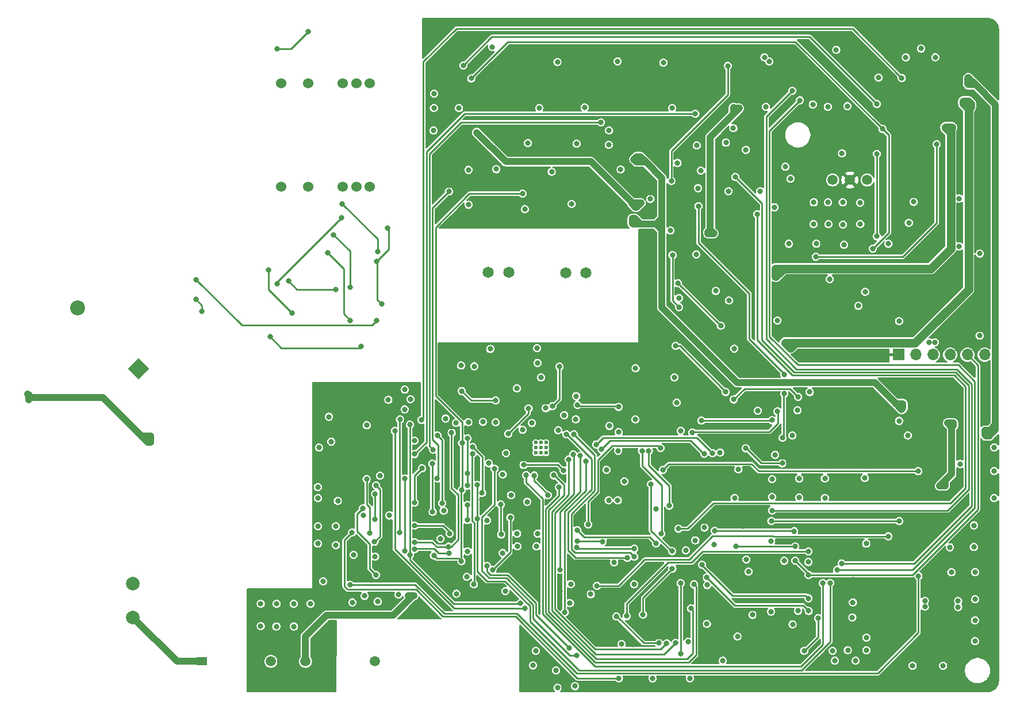
<source format=gbr>
%TF.GenerationSoftware,KiCad,Pcbnew,8.0.2*%
%TF.CreationDate,2025-02-22T19:17:46+01:00*%
%TF.ProjectId,Master_FT25,4d617374-6572-45f4-9654-32352e6b6963,rev?*%
%TF.SameCoordinates,Original*%
%TF.FileFunction,Copper,L4,Bot*%
%TF.FilePolarity,Positive*%
%FSLAX46Y46*%
G04 Gerber Fmt 4.6, Leading zero omitted, Abs format (unit mm)*
G04 Created by KiCad (PCBNEW 8.0.2) date 2025-02-22 19:17:46*
%MOMM*%
%LPD*%
G01*
G04 APERTURE LIST*
G04 Aperture macros list*
%AMHorizOval*
0 Thick line with rounded ends*
0 $1 width*
0 $2 $3 position (X,Y) of the first rounded end (center of the circle)*
0 $4 $5 position (X,Y) of the second rounded end (center of the circle)*
0 Add line between two ends*
20,1,$1,$2,$3,$4,$5,0*
0 Add two circle primitives to create the rounded ends*
1,1,$1,$2,$3*
1,1,$1,$4,$5*%
%AMRotRect*
0 Rectangle, with rotation*
0 The origin of the aperture is its center*
0 $1 length*
0 $2 width*
0 $3 Rotation angle, in degrees counterclockwise*
0 Add horizontal line*
21,1,$1,$2,0,0,$3*%
G04 Aperture macros list end*
%TA.AperFunction,ComponentPad*%
%ADD10RotRect,2.200000X2.200000X135.000000*%
%TD*%
%TA.AperFunction,ComponentPad*%
%ADD11HorizOval,2.200000X0.000000X0.000000X0.000000X0.000000X0*%
%TD*%
%TA.AperFunction,ComponentPad*%
%ADD12C,1.650000*%
%TD*%
%TA.AperFunction,ComponentPad*%
%ADD13C,1.500000*%
%TD*%
%TA.AperFunction,ComponentPad*%
%ADD14C,1.524000*%
%TD*%
%TA.AperFunction,ComponentPad*%
%ADD15C,0.600000*%
%TD*%
%TA.AperFunction,ComponentPad*%
%ADD16R,1.700000X1.700000*%
%TD*%
%TA.AperFunction,ComponentPad*%
%ADD17O,1.700000X1.700000*%
%TD*%
%TA.AperFunction,ComponentPad*%
%ADD18R,1.500000X1.303000*%
%TD*%
%TA.AperFunction,ComponentPad*%
%ADD19C,2.000000*%
%TD*%
%TA.AperFunction,ViaPad*%
%ADD20C,0.800000*%
%TD*%
%TA.AperFunction,Conductor*%
%ADD21C,0.250000*%
%TD*%
%TA.AperFunction,Conductor*%
%ADD22C,1.000000*%
%TD*%
%TA.AperFunction,Conductor*%
%ADD23C,1.250000*%
%TD*%
G04 APERTURE END LIST*
D10*
%TO.P,D7,1,K*%
%TO.N,Net-(D7-K)*%
X72240128Y-90690128D03*
D11*
%TO.P,D7,2,A*%
%TO.N,HV+_VEH*%
X63259872Y-81709872D03*
%TD*%
D12*
%TO.P,J12,1,Pin_1*%
%TO.N,Net-(J12-Pin_1)*%
X135100000Y-76550000D03*
%TO.P,J12,2,Pin_2*%
%TO.N,Net-(J12-Pin_2)*%
X138100000Y-76550000D03*
%TD*%
D13*
%TO.P,U3,1,GND*%
%TO.N,GND*%
X174430000Y-62900000D03*
%TO.P,U3,2,VO*%
%TO.N,+3V3*%
X176970000Y-62900000D03*
%TO.P,U3,3,VI*%
%TO.N,+24V*%
X179509999Y-62900000D03*
%TD*%
D14*
%TO.P,T1,1,SC*%
%TO.N,HV+_Vehicle_Side_Fused*%
X93210000Y-63870000D03*
%TO.P,T1,3,SD*%
%TO.N,Net-(D30-A)*%
X97210000Y-63870000D03*
%TO.P,T1,4*%
%TO.N,Net-(D28-A)*%
X102290000Y-63870000D03*
%TO.P,T1,5*%
%TO.N,N/C*%
X104290000Y-63870000D03*
%TO.P,T1,6*%
%TO.N,HV-_Vehicle_Side*%
X106290000Y-63870000D03*
%TO.P,T1,7*%
%TO.N,N/C*%
X106290000Y-48630000D03*
%TO.P,T1,8*%
X104290000Y-48630000D03*
%TO.P,T1,9*%
X102290000Y-48630000D03*
%TO.P,T1,10,AB*%
%TO.N,Net-(D32-K)*%
X97210000Y-48630000D03*
%TO.P,T1,12,AA*%
%TO.N,Net-(D31-A)*%
X93210000Y-48630000D03*
%TD*%
D12*
%TO.P,J13,1,Pin_1*%
%TO.N,Net-(J13-Pin_1)*%
X123700000Y-76535000D03*
%TO.P,J13,2,Pin_2*%
%TO.N,Net-(J13-Pin_2)*%
X126700000Y-76535000D03*
%TD*%
D15*
%TO.P,IC2,33,EP*%
%TO.N,GND*%
X132200000Y-103100000D03*
X132200000Y-102350000D03*
X132200000Y-101600000D03*
X131450000Y-103100000D03*
X131450000Y-102350000D03*
X131450000Y-101600000D03*
X130700000Y-103100000D03*
X130700000Y-102350000D03*
X130700000Y-101600000D03*
%TD*%
D16*
%TO.P,J3,1,Pin_1*%
%TO.N,+3V3*%
X184100000Y-88650000D03*
D17*
%TO.P,J3,2,Pin_2*%
%TO.N,/MCU/SWCLK_1*%
X186640000Y-88650000D03*
%TO.P,J3,3,Pin_3*%
%TO.N,GND*%
X189180000Y-88650000D03*
%TO.P,J3,4,Pin_4*%
%TO.N,/MCU/SWDIO_1*%
X191720000Y-88650000D03*
%TO.P,J3,5,Pin_5*%
%TO.N,/MCU/NRST*%
X194260000Y-88650000D03*
%TO.P,J3,6,Pin_6*%
%TO.N,/MCU/Trace_SWO*%
X196800000Y-88650000D03*
%TD*%
D18*
%TO.P,K2,1*%
%TO.N,Net-(K2-Pad1)*%
X81500000Y-133850000D03*
D13*
%TO.P,K2,3*%
%TO.N,/Relay_Driver/SDC_Relay*%
X91700000Y-133850000D03*
%TO.P,K2,5*%
%TO.N,/Relay_Driver/Relay_4*%
X96800000Y-133850000D03*
%TO.P,K2,7*%
%TO.N,/Relay_Driver/Precharge/HV+_Akku*%
X107000000Y-133850000D03*
%TD*%
D19*
%TO.P,TH1,1*%
%TO.N,Net-(K2-Pad1)*%
X71375000Y-127350000D03*
%TO.P,TH1,2*%
%TO.N,Net-(Q9-D)*%
X71375000Y-122350000D03*
%TD*%
D20*
%TO.N,GND*%
X123800000Y-104650000D03*
X152050000Y-99850000D03*
X151800000Y-80300000D03*
X130150000Y-98725000D03*
X142900000Y-100050000D03*
X179360000Y-116500000D03*
X131475000Y-92000000D03*
X196100000Y-73750000D03*
X177325000Y-127375000D03*
X165500000Y-109600000D03*
X159950000Y-87750000D03*
X100600000Y-101450000D03*
X141550000Y-99150000D03*
X128763666Y-99726425D03*
X173700000Y-52100000D03*
X100250000Y-97800000D03*
X119700000Y-90250000D03*
X165950000Y-103400000D03*
X141110000Y-105600000D03*
X160550000Y-105550000D03*
X136700000Y-57550000D03*
X164375000Y-44800000D03*
X198200000Y-102300000D03*
X169250000Y-96850000D03*
X165500000Y-107000000D03*
X134900000Y-97550000D03*
X195375000Y-127800000D03*
X119010000Y-123880000D03*
X147900000Y-136350000D03*
X111400000Y-96700000D03*
X166300000Y-83600000D03*
X181200000Y-47800000D03*
X157850000Y-103050000D03*
X167285000Y-119035000D03*
X170829541Y-119204004D03*
X101270000Y-113930000D03*
X130950000Y-89850000D03*
X98600000Y-116500000D03*
X186375000Y-66125000D03*
X182650000Y-72300000D03*
X110500000Y-124000000D03*
X173275000Y-106900000D03*
X124800000Y-98625000D03*
X161650000Y-58450000D03*
X162024577Y-120619272D03*
X154400000Y-57800000D03*
X107760000Y-106480000D03*
X107400000Y-125050000D03*
X130800000Y-116900000D03*
X169500000Y-106900000D03*
X153125000Y-130950000D03*
X171600000Y-69400000D03*
X162600000Y-127000000D03*
X167450000Y-60950000D03*
X179400000Y-132200000D03*
X165075000Y-45450000D03*
X115750000Y-50150000D03*
X177800000Y-133750000D03*
X189550000Y-44800000D03*
X156950000Y-116675000D03*
X120800000Y-66550000D03*
X158700000Y-57400000D03*
X198200000Y-109800000D03*
X192899999Y-124949999D03*
X130900000Y-87700000D03*
X159800000Y-55250000D03*
X117450000Y-98050000D03*
X165350000Y-126500000D03*
X142850000Y-102800000D03*
X174950000Y-43700000D03*
X122900000Y-98550000D03*
X155900000Y-128325000D03*
X124300000Y-43275000D03*
X120630000Y-117625000D03*
X150800000Y-52300000D03*
X154350000Y-73850000D03*
X98600000Y-108150000D03*
X185200000Y-44825000D03*
X130700000Y-132300000D03*
X133050000Y-61700000D03*
X158250000Y-133750000D03*
X98650000Y-113950000D03*
X178200000Y-81450000D03*
X163400000Y-96900000D03*
X129440000Y-110330000D03*
X172000000Y-72300000D03*
X176600000Y-52000000D03*
X95100000Y-128700000D03*
X145200000Y-122475000D03*
X155560000Y-114130000D03*
X98800000Y-102350000D03*
X112250000Y-95200000D03*
X109150000Y-112350000D03*
X129100000Y-67200000D03*
X168525000Y-128375000D03*
X154200000Y-116000000D03*
X120800000Y-61400000D03*
X134000000Y-99800000D03*
X173800000Y-69400000D03*
X178500000Y-69400000D03*
X151575000Y-60375000D03*
X190690000Y-134490000D03*
X168500000Y-100550000D03*
X90200000Y-128650000D03*
X193200000Y-104750000D03*
X184200000Y-83700000D03*
X92500000Y-128700000D03*
X195375000Y-130875000D03*
X109000000Y-95300000D03*
X165878176Y-66905630D03*
X141500000Y-55600000D03*
X167975000Y-72300000D03*
X143350000Y-131300000D03*
X115700000Y-52300000D03*
X105800000Y-99050000D03*
X195200000Y-117000000D03*
X135750000Y-125250000D03*
X176100000Y-72450000D03*
X129550000Y-57450000D03*
X135850000Y-122450000D03*
X115650000Y-55600000D03*
X130300000Y-134450000D03*
X153400000Y-136350000D03*
X141430000Y-110100000D03*
X120550000Y-121400000D03*
X151450000Y-95700000D03*
X150550000Y-70350000D03*
X188670000Y-86840000D03*
X101550000Y-110200000D03*
X97550000Y-125350000D03*
X179175000Y-106825000D03*
X198200000Y-105800000D03*
X138800000Y-123950000D03*
X136600000Y-98200000D03*
X159975000Y-109775000D03*
X127925000Y-93600000D03*
X141450000Y-57700000D03*
X116675000Y-115774834D03*
X154600000Y-64100000D03*
X92550000Y-125350000D03*
X145400000Y-90650000D03*
X159150000Y-80650000D03*
X157200000Y-79250000D03*
X189500000Y-86820000D03*
X195225000Y-113800000D03*
X185631891Y-69202043D03*
X173275000Y-109775000D03*
X136675000Y-94750000D03*
X128000000Y-116900000D03*
X164600000Y-52100000D03*
X191700000Y-117025000D03*
X165375000Y-116125000D03*
X187440000Y-43520000D03*
X175950000Y-69450000D03*
X175800000Y-59000000D03*
X123525000Y-113050000D03*
X126330891Y-103151125D03*
X173750000Y-66200000D03*
X184200000Y-98400000D03*
X90200000Y-125350000D03*
X195400000Y-120700000D03*
X159100000Y-64550000D03*
X142750000Y-45400000D03*
X143750000Y-107300000D03*
X143200000Y-61350000D03*
X152800000Y-117500000D03*
X126210000Y-123480000D03*
X127950000Y-115000000D03*
X130950000Y-115000000D03*
X120770000Y-98600000D03*
X121650000Y-90350000D03*
X127050000Y-109350000D03*
X193050000Y-72688466D03*
X103860000Y-118140000D03*
X179200000Y-79400000D03*
X111400000Y-93800000D03*
X112875000Y-101325000D03*
X119400000Y-52300000D03*
X178450000Y-66250000D03*
X188000000Y-125800003D03*
X196050000Y-85850000D03*
X171050000Y-94150000D03*
X99400000Y-122050000D03*
X195400000Y-124700000D03*
X185475000Y-100550000D03*
X175900000Y-66200000D03*
X124000000Y-87800000D03*
X151100000Y-92000000D03*
X132188473Y-96524722D03*
X117138990Y-111654976D03*
X125840000Y-106280000D03*
X148400000Y-111350000D03*
X174425000Y-132275000D03*
X176650000Y-132200000D03*
X125823833Y-117873833D03*
X118932347Y-98707653D03*
X105500000Y-124200000D03*
X101280000Y-116700000D03*
X179425000Y-130350000D03*
X136500000Y-137500000D03*
X137900000Y-52200000D03*
X171500000Y-51750000D03*
X192900000Y-125850000D03*
X171650000Y-66200000D03*
X161729696Y-118824999D03*
X133700000Y-135200000D03*
X136000000Y-66450000D03*
X131200000Y-52300000D03*
X142250000Y-119275000D03*
X193050000Y-65625000D03*
X95050000Y-125350000D03*
X145375000Y-98200000D03*
X103700000Y-125150000D03*
X105301650Y-112275001D03*
X160400000Y-130200000D03*
X155000000Y-61500000D03*
X155950000Y-122600000D03*
X177400000Y-125150000D03*
X174750000Y-133750000D03*
X186200000Y-134480000D03*
X133900000Y-45500000D03*
X163750000Y-64550000D03*
X107050000Y-118400000D03*
X169325000Y-126400000D03*
X133900000Y-137750000D03*
X147600000Y-65700000D03*
X188000000Y-124950000D03*
X169500000Y-109700000D03*
X142780000Y-110140000D03*
X124900000Y-61300000D03*
X174000000Y-77500000D03*
X149500000Y-45600000D03*
X168200000Y-62700000D03*
X98650000Y-109800000D03*
X191900000Y-120725000D03*
%TO.N,+3V3*%
X136800000Y-45425000D03*
X107950000Y-97400000D03*
X179340000Y-118370000D03*
X144650000Y-102800000D03*
X110270000Y-118640000D03*
X180625000Y-100250000D03*
X167550000Y-85425000D03*
X104840000Y-116440000D03*
X190050000Y-46750000D03*
X148597347Y-119722653D03*
X150550000Y-125850000D03*
X139630851Y-110080851D03*
X143500000Y-59200000D03*
X122100000Y-106250000D03*
X136800000Y-126400000D03*
X196975000Y-128825000D03*
X192150000Y-44725000D03*
X147600000Y-63550000D03*
X162850000Y-133750000D03*
X145050000Y-131325000D03*
X120600000Y-109480000D03*
X169300000Y-73850000D03*
X179450000Y-67650000D03*
X124100000Y-99600000D03*
X175325000Y-104250000D03*
X159950000Y-90125000D03*
X167575000Y-108275000D03*
X120560000Y-123420000D03*
X185800000Y-82150000D03*
X117450000Y-99300000D03*
X170550000Y-64750000D03*
X93400000Y-126950000D03*
X147700000Y-125350000D03*
X95950000Y-126900000D03*
X145280000Y-93290000D03*
X196725000Y-42925000D03*
X172550000Y-67700000D03*
X132550000Y-136450000D03*
X159900000Y-85700000D03*
X161950000Y-45600000D03*
X134400000Y-59100000D03*
X190950000Y-52850000D03*
X179500000Y-64700000D03*
X134250000Y-123469274D03*
X157225000Y-77075000D03*
X120860000Y-114590000D03*
X152800000Y-120700000D03*
X103870000Y-119810000D03*
X154850000Y-92800000D03*
X109600000Y-96750000D03*
X173150000Y-102675000D03*
X117150000Y-93000000D03*
X163650000Y-108300000D03*
X175275000Y-100725000D03*
X178675000Y-89050000D03*
X145675000Y-45500000D03*
X177550000Y-73325000D03*
X100300000Y-103450000D03*
X129400000Y-130650000D03*
X98850000Y-100400000D03*
X156975000Y-86400000D03*
X183800000Y-40050000D03*
X196700000Y-71850000D03*
X187800000Y-69400000D03*
X162350000Y-109600000D03*
X152800000Y-59100000D03*
X136700000Y-50350000D03*
X149550000Y-92600000D03*
X116420000Y-112350000D03*
X93450000Y-124000000D03*
X193225000Y-132200000D03*
X176900000Y-67700000D03*
X109650000Y-93800000D03*
X150650000Y-136351494D03*
X139300000Y-59100000D03*
X116020000Y-121080000D03*
X182300000Y-85350000D03*
X89050000Y-126950000D03*
X179525000Y-109650000D03*
X156150000Y-45450000D03*
X180950000Y-108225000D03*
X135425000Y-87600000D03*
X116800000Y-59000000D03*
X138350000Y-100450000D03*
X193060000Y-68840000D03*
X144950000Y-136350000D03*
X139050000Y-87825000D03*
X177425000Y-121825000D03*
X160400000Y-132000000D03*
X158550000Y-113580000D03*
X158500000Y-70650000D03*
X167950000Y-78100000D03*
X123850000Y-106250000D03*
X132425153Y-107149847D03*
X140000000Y-130850000D03*
X180625000Y-103550000D03*
X196650000Y-63700000D03*
X193500000Y-122675000D03*
X128550000Y-45450000D03*
X184200000Y-70740000D03*
X178500000Y-59000000D03*
X120600000Y-116610000D03*
X110450000Y-95250000D03*
X167950000Y-81600000D03*
X152500000Y-92800000D03*
X193525000Y-115350000D03*
X166250000Y-73850000D03*
X162000000Y-73350000D03*
X158475304Y-109775001D03*
X170600000Y-67700000D03*
X130975000Y-67225000D03*
X147700000Y-126800000D03*
X106670000Y-105580000D03*
X182575000Y-124375000D03*
X196700000Y-66200000D03*
X160400000Y-133750000D03*
X126650000Y-87625000D03*
X184250000Y-103350000D03*
X116300000Y-98200000D03*
X175275000Y-93925000D03*
X126600000Y-119920000D03*
X125800000Y-104650000D03*
X161236700Y-113900001D03*
X135950000Y-119600000D03*
X91150000Y-124000000D03*
X140490000Y-110920000D03*
X173150000Y-99200000D03*
X113150000Y-96750000D03*
X158800000Y-59100000D03*
X173725000Y-80625000D03*
X150700000Y-116050000D03*
X115570000Y-103660000D03*
X172825000Y-134600000D03*
X174450000Y-97000000D03*
X182300000Y-81600000D03*
X152450000Y-98000000D03*
X122800000Y-110020000D03*
X176950000Y-64750000D03*
X130900000Y-110900000D03*
X196950000Y-91400000D03*
X127630000Y-110310000D03*
X96000000Y-123950000D03*
X116400000Y-96500000D03*
X196650000Y-69100000D03*
X186410000Y-70730000D03*
X165925000Y-71175000D03*
X156000000Y-133750000D03*
X100390000Y-115500000D03*
X132100000Y-133650000D03*
X142300000Y-90200000D03*
X147075000Y-73625000D03*
X117600000Y-119430000D03*
X93450000Y-130400000D03*
X197000000Y-107950000D03*
X193200000Y-128825000D03*
X165800000Y-91100000D03*
X91150000Y-130400000D03*
X139800000Y-125550000D03*
X136800000Y-128200000D03*
X196050000Y-77300000D03*
X122700000Y-59100000D03*
X197000000Y-115400000D03*
X117100000Y-90400000D03*
X91100000Y-126950000D03*
X147100000Y-71350000D03*
X105510000Y-125630000D03*
X159100000Y-97075000D03*
X98650000Y-111850000D03*
X154850000Y-95650000D03*
X161950000Y-70950000D03*
X175150000Y-127950000D03*
X159125000Y-78125000D03*
X197000000Y-132200000D03*
X145400000Y-100000000D03*
X138100000Y-129560000D03*
X180625000Y-96650000D03*
X159125000Y-101325000D03*
X145400000Y-88350000D03*
X130850000Y-96550000D03*
X112002149Y-121106448D03*
X111425000Y-101825000D03*
X113480000Y-125100000D03*
X109020000Y-105585000D03*
X196950000Y-94900000D03*
X182300000Y-78100000D03*
X130950000Y-123500000D03*
X174650000Y-64750000D03*
X170375000Y-61400000D03*
X174500000Y-71150000D03*
X173175000Y-94900000D03*
X148125000Y-100075000D03*
X127600000Y-107890000D03*
X116560000Y-125010000D03*
X196000000Y-82550000D03*
X197000000Y-111700000D03*
X188310000Y-134430000D03*
X100400000Y-99750000D03*
X172600000Y-64750000D03*
X188500000Y-107400000D03*
X128900000Y-108940000D03*
X130900000Y-55650000D03*
X197000000Y-118900000D03*
X121950000Y-99650000D03*
X135050000Y-136400000D03*
X98600000Y-120350000D03*
X192050000Y-49300000D03*
X125750000Y-99700000D03*
X174600000Y-67700000D03*
X152500000Y-90000000D03*
X172800000Y-59000000D03*
X131300000Y-45450000D03*
X170600000Y-88975000D03*
X168200000Y-123225000D03*
X184940000Y-72290000D03*
X171675000Y-104450000D03*
X143850000Y-99100000D03*
X193500000Y-118925000D03*
X100400000Y-118110000D03*
X187300000Y-40000000D03*
X185750000Y-77650000D03*
X185275000Y-93925000D03*
X171100000Y-108250000D03*
X179550000Y-71200000D03*
X136800000Y-123900000D03*
X196725000Y-40625000D03*
X126375000Y-97725000D03*
X197000000Y-122650000D03*
X89100000Y-124000000D03*
X168200000Y-120775000D03*
X167100000Y-59100000D03*
X160400000Y-128350000D03*
X174875000Y-108250000D03*
X197000000Y-104450000D03*
X168650000Y-45475000D03*
X169350000Y-71125000D03*
X128700000Y-119950000D03*
X117050000Y-88150000D03*
X167525000Y-126500000D03*
X161325000Y-75925000D03*
X144700000Y-54150000D03*
X130975000Y-63100000D03*
X124700000Y-103600000D03*
X98500000Y-123950000D03*
X89100000Y-130400000D03*
X113150000Y-93800000D03*
X112950000Y-112300000D03*
X157175000Y-81325000D03*
X197025000Y-126025000D03*
X150800000Y-55525000D03*
X176200000Y-134575000D03*
X99500000Y-125350000D03*
X178425000Y-45500000D03*
X111400000Y-104050000D03*
X180850000Y-117320000D03*
X139850000Y-99250000D03*
X136800000Y-121300000D03*
X128100000Y-59100000D03*
X117010000Y-114820000D03*
X183970000Y-134490000D03*
%TO.N,Net-(U8-~{PRE})*%
X124332185Y-120390786D03*
X126950000Y-112650000D03*
%TO.N,HV-_Vehicle_Side*%
X108025000Y-81200000D03*
X107250000Y-74925000D03*
X108908477Y-70010875D03*
%TO.N,/MCU/NRST*%
X170875000Y-121100000D03*
X168912500Y-118987500D03*
%TO.N,/CAN_Transceiver/CarCAN_HIGH*%
X181775000Y-55375000D03*
X180350000Y-73000000D03*
X121200000Y-47925000D03*
%TO.N,/CAN_Transceiver/V_{ref}*%
X170225000Y-132300000D03*
X172275000Y-127505234D03*
%TO.N,Net-(JP2-B)*%
X101275000Y-79025000D03*
X94287500Y-77812500D03*
%TO.N,Net-(U20-INTVcc)*%
X94850000Y-82550000D03*
X91350000Y-76125000D03*
%TO.N,/HV_Indicator/ENABLE*%
X107300000Y-83600000D03*
X80700000Y-77575000D03*
%TO.N,Net-(U20-DCM)*%
X92625000Y-78200000D03*
X102125000Y-68475000D03*
%TO.N,Net-(D32-K)*%
X92650000Y-43550000D03*
X97150000Y-41050000D03*
%TO.N,Net-(D4-K)*%
X81550000Y-82300000D03*
X80637500Y-80475000D03*
%TO.N,/TSAL/Precharge_State_Detection/HV-_AKKU*%
X73950000Y-100600000D03*
X56020209Y-95291460D03*
X73950000Y-101600000D03*
X55900000Y-94450000D03*
%TO.N,/MCU/AIR+_Closed*%
X129094310Y-126066238D03*
X109950000Y-99875000D03*
X134987653Y-126612347D03*
X138050000Y-104375000D03*
%TO.N,/MCU/AIR-_Closed*%
X128439910Y-125310090D03*
X134250001Y-120342582D03*
X112150000Y-98950000D03*
X112200000Y-118150000D03*
X137250000Y-103550000D03*
%TO.N,Net-(D19-A)*%
X190150000Y-108000000D03*
X191325000Y-98725000D03*
X191000000Y-108000000D03*
X192225000Y-98725000D03*
%TO.N,/Relay_Driver/Relay_4*%
X112750000Y-124150000D03*
X111950000Y-124150000D03*
%TO.N,Net-(D28-K)*%
X103332816Y-78725000D03*
X100950000Y-71000000D03*
%TO.N,Net-(D28-A)*%
X102162500Y-66387500D03*
X107400000Y-73475000D03*
%TO.N,/CAN_Transceiver/CarCAN_LOW*%
X180950000Y-59050000D03*
X180950000Y-51700000D03*
X120025000Y-46000000D03*
X180950000Y-71200000D03*
%TO.N,/IO/IMD_M*%
X165500000Y-111600000D03*
X160100000Y-62450000D03*
%TO.N,+24V*%
X146175000Y-66275000D03*
X151825000Y-81625000D03*
X150837500Y-73962500D03*
X122000000Y-55900000D03*
X145450000Y-66900000D03*
%TO.N,/IO/IMD_Power*%
X151700000Y-114300000D03*
X163300000Y-67950000D03*
%TO.N,/IO/TSAL_GREEN*%
X184600000Y-47850000D03*
X113875000Y-98250000D03*
X115518588Y-111821749D03*
X115450000Y-104725000D03*
%TO.N,/MCU/~{AMS_ERROR_LED}*%
X146349997Y-102800000D03*
X149149989Y-115024683D03*
%TO.N,/MCU/~{IMD_ERROR_LED}*%
X147350000Y-102800000D03*
X150387347Y-110912653D03*
%TO.N,/MCU/Trace_SWO*%
X152021763Y-132725000D03*
X152024999Y-122324999D03*
%TO.N,/MCU/SWDIO_1*%
X139725000Y-122700000D03*
X182625000Y-115410000D03*
%TO.N,Net-(JP2-C)*%
X103400000Y-83600000D03*
X100087500Y-73637500D03*
%TO.N,/SDC_Latching/~{AMS_Error}*%
X166300000Y-97000000D03*
X138425000Y-113650000D03*
X149080000Y-102399999D03*
X153750000Y-100100000D03*
%TO.N,/SDC_Latching/~{IMD_Error}*%
X167050000Y-100900000D03*
X167325000Y-91563651D03*
X154650000Y-66750000D03*
X167311655Y-94389235D03*
%TO.N,Net-(Q5-D)*%
X161650000Y-102450000D03*
X167000000Y-104650000D03*
%TO.N,/MCU/TS_Error*%
X184225000Y-113175000D03*
X165400000Y-113150000D03*
%TO.N,Net-(U10-IND)*%
X104955304Y-87465778D03*
X91575000Y-85975000D03*
%TO.N,/Relay_Driver/aux_in0*%
X140300000Y-54400000D03*
X115575000Y-102625000D03*
%TO.N,/Relay_Driver/aux_in1*%
X154200000Y-53150000D03*
X112875001Y-103298670D03*
%TO.N,/TSAL/Relay_State_Detection1/~{Short}*%
X116900000Y-110523429D03*
X116224999Y-100550304D03*
%TO.N,/MCU/SDC_closed*%
X103350000Y-122550000D03*
X187050000Y-121250000D03*
X187000000Y-105825000D03*
X149450000Y-105600000D03*
%TO.N,Net-(U12-PC9)*%
X112875000Y-110450000D03*
X136714555Y-132935445D03*
X124650000Y-105450000D03*
X113950000Y-105400000D03*
%TO.N,/MCU/Status_LED_R*%
X136816975Y-116096534D03*
X140550001Y-116234388D03*
%TO.N,/MCU/Status_LED_G*%
X148800000Y-131150000D03*
X142570000Y-127237349D03*
%TO.N,/MCU/Status_LED_B*%
X170862938Y-117639904D03*
X144099847Y-127174847D03*
%TO.N,Net-(U12-PA1)*%
X168750000Y-114650000D03*
X157074999Y-114606249D03*
%TO.N,/MCU/HV_Active*%
X122075000Y-107850000D03*
X110675000Y-114875000D03*
X122075000Y-112850000D03*
X174050000Y-122300000D03*
X110700000Y-98200000D03*
%TO.N,/MCU/AIR+_Control*%
X136802719Y-114495107D03*
X116175000Y-106870000D03*
X148430843Y-116469162D03*
X117900000Y-64600000D03*
%TO.N,/MCU/AIR-_Control*%
X136750153Y-117094302D03*
X115700000Y-118250000D03*
X145210220Y-117250000D03*
X119750000Y-119075000D03*
X128750000Y-64925000D03*
X119850000Y-101675000D03*
X119785527Y-108625000D03*
%TO.N,/MCU/Precharge_Control*%
X105260312Y-111275853D03*
X123525000Y-119788080D03*
X107170000Y-121100000D03*
X135614555Y-131835445D03*
%TO.N,Net-(U16B-Q)*%
X169350000Y-94850000D03*
X159850000Y-95250000D03*
%TO.N,Net-(U16A-~{Q})*%
X157950000Y-84400000D03*
X151637989Y-78087989D03*
%TO.N,Net-(U16B-~{Q})*%
X158675000Y-94150000D03*
X151300000Y-87350000D03*
%TO.N,/SDC_Latching/Reset_Signal*%
X171925000Y-74200000D03*
X189750000Y-57650000D03*
%TO.N,/MCU/PRE_AIR+_open*%
X103660890Y-114875286D03*
X150800000Y-117600000D03*
X150825000Y-120175000D03*
X105788497Y-106993029D03*
X106260000Y-114950000D03*
X147674998Y-107721888D03*
X146500000Y-126950000D03*
X142950000Y-136351494D03*
%TO.N,/TSAL/AIRs_Closed*%
X118310000Y-100160000D03*
X117854795Y-116942198D03*
X112874999Y-116270821D03*
%TO.N,/TSAL/Mismatch_AIR-*%
X111371149Y-117590526D03*
X111425000Y-106900000D03*
%TO.N,/TSAL/HV_Inactive*%
X121375000Y-102250000D03*
X122800000Y-109019997D03*
%TO.N,/TSAL/TS_OK*%
X121600000Y-122500000D03*
X121375000Y-103250003D03*
%TO.N,/TSAL/Mismatch_AIR+PRE*%
X107200003Y-107900000D03*
X106962653Y-116237347D03*
%TO.N,/TSAL/Relay_Mismatch*%
X107050000Y-109160000D03*
X107050000Y-112871492D03*
X120625000Y-113025000D03*
X120625000Y-110795000D03*
%TO.N,/TSAL/HV_Mismatch*%
X125600000Y-115150000D03*
X125540653Y-110715347D03*
%TO.N,/IO/IMD_VCC*%
X156075000Y-70800000D03*
X156925000Y-70750000D03*
X160650000Y-52325000D03*
X159816305Y-52200000D03*
%TO.N,/SDC_Latching/AMS_Latch_Reset*%
X155100000Y-98350000D03*
X165500000Y-98300000D03*
%TO.N,/SDC_Latching/SDC_1*%
X166050000Y-77100000D03*
X191075000Y-55175000D03*
X166050000Y-75960000D03*
X191925000Y-55175000D03*
%TO.N,/IO/SDC_OUT*%
X167450000Y-86900000D03*
X194725000Y-51675000D03*
X193700000Y-51350000D03*
X168200000Y-87650000D03*
%TO.N,/MCU/WAKE2*%
X134097512Y-108202488D03*
X154000000Y-122500000D03*
%TO.N,/MCU/SPI1_MISO*%
X136209595Y-103325000D03*
X149975000Y-131175000D03*
%TO.N,/MCU/SPI1_SCK*%
X155500000Y-103250000D03*
X140350000Y-102600000D03*
%TO.N,/MCU/WAKE1*%
X144175000Y-118550000D03*
X135224253Y-100375000D03*
%TO.N,/MCU/INTR1*%
X136337653Y-100412347D03*
X145225000Y-118425001D03*
%TO.N,/MCU/SPI1_NSS*%
X156725000Y-103175000D03*
X139600000Y-101875000D03*
%TO.N,/MCU/IPB*%
X129650000Y-96550000D03*
X126656173Y-100293827D03*
%TO.N,/MCU/MSTR2*%
X128900000Y-104900000D03*
X134799999Y-105704669D03*
%TO.N,/MCU/INTR2*%
X153550000Y-126050000D03*
X133350000Y-106429669D03*
%TO.N,/MCU/SPI2_MISO*%
X132462500Y-109337500D03*
X130475000Y-106437500D03*
%TO.N,/MCU/SPI1_MOSI*%
X151299999Y-131125000D03*
X135550000Y-104076620D03*
%TO.N,/MCU/SPI2_MOSI*%
X173000000Y-122325000D03*
X129300000Y-106400000D03*
%TO.N,Net-(U12-PC3)*%
X168900000Y-116925000D03*
X160200000Y-116875000D03*
%TO.N,Net-(D15-A2)*%
X134200000Y-90400000D03*
X133150000Y-96250000D03*
%TO.N,Net-(D34-A2)*%
X124800000Y-95400000D03*
X119800000Y-94000000D03*
%TO.N,Net-(D33-A2)*%
X136850000Y-96050000D03*
X142900000Y-96350000D03*
%TO.N,Net-(J4-Pin_3)*%
X150662500Y-63037500D03*
X158975000Y-46075000D03*
%TO.N,/Relay_Driver/SDC_Relay*%
X184775000Y-95850000D03*
X145150000Y-59875000D03*
X144915422Y-68554216D03*
X145000000Y-69400000D03*
X146100000Y-59450000D03*
X184600000Y-96700000D03*
%TO.N,/MCU/LV_I*%
X170885056Y-126411353D03*
X155900000Y-121500000D03*
%TO.N,/MCU/TEMP_DCDC*%
X155171294Y-119578096D03*
X170866721Y-124551949D03*
%TO.N,/IO/TEMP_TSDCDC*%
X169600000Y-51150000D03*
X175075000Y-120375000D03*
%TO.N,/IO/LV_I_measure*%
X168475000Y-49725000D03*
X175737500Y-119400000D03*
%TO.N,/SDC*%
X194400000Y-47800000D03*
X196800000Y-99800000D03*
X194300000Y-48750000D03*
X197025000Y-100650000D03*
%TO.N,Net-(U1-Pad2)*%
X117940000Y-117938564D03*
X112875000Y-117325003D03*
%TO.N,/TSAL/pos_control*%
X120625000Y-106175000D03*
X120625000Y-107948329D03*
X120650000Y-101000000D03*
%TO.N,Net-(U4-2Y)*%
X118037119Y-115000000D03*
X112875000Y-113825000D03*
%TD*%
D21*
%TO.N,Net-(U8-~{PRE})*%
X126950000Y-117772971D02*
X126950000Y-112650000D01*
X124332185Y-120390786D02*
X126950000Y-117772971D01*
%TO.N,HV-_Vehicle_Side*%
X107375000Y-80550000D02*
X108025000Y-81200000D01*
X108908477Y-70010875D02*
X109022246Y-70124644D01*
X109022246Y-73152754D02*
X107250000Y-74925000D01*
X107375000Y-75050000D02*
X107375000Y-80550000D01*
X107250000Y-74925000D02*
X107375000Y-75050000D01*
X109022246Y-70124644D02*
X109022246Y-73152754D01*
%TO.N,/MCU/NRST*%
X195800000Y-111450000D02*
X195800000Y-90190000D01*
X168912500Y-118987500D02*
X170875000Y-120950000D01*
X186150000Y-121100000D02*
X195800000Y-111450000D01*
X170875000Y-121100000D02*
X186150000Y-121100000D01*
X195800000Y-90190000D02*
X194260000Y-88650000D01*
X170875000Y-120950000D02*
X170875000Y-121100000D01*
%TO.N,/CAN_Transceiver/CarCAN_HIGH*%
X126600000Y-42525000D02*
X168925000Y-42525000D01*
X182700000Y-70650000D02*
X182700000Y-56300000D01*
X168925000Y-42525000D02*
X181775000Y-55375000D01*
X121200000Y-47925000D02*
X126600000Y-42525000D01*
X180350000Y-73000000D02*
X182700000Y-70650000D01*
X182700000Y-56300000D02*
X181775000Y-55375000D01*
%TO.N,/CAN_Transceiver/V_{ref}*%
X172275000Y-127505234D02*
X172275000Y-130250000D01*
X172275000Y-130250000D02*
X170225000Y-132300000D01*
%TO.N,Net-(JP2-B)*%
X94287500Y-77812500D02*
X95500000Y-79025000D01*
X95500000Y-79025000D02*
X101275000Y-79025000D01*
%TO.N,Net-(U20-INTVcc)*%
X94850000Y-82550000D02*
X91350000Y-79050000D01*
X91350000Y-79050000D02*
X91350000Y-76125000D01*
%TO.N,/HV_Indicator/ENABLE*%
X106575000Y-84325000D02*
X87450000Y-84325000D01*
X87450000Y-84325000D02*
X80700000Y-77575000D01*
X107300000Y-83600000D02*
X106575000Y-84325000D01*
%TO.N,Net-(U20-DCM)*%
X102125000Y-68475000D02*
X92625000Y-77975000D01*
X92625000Y-77975000D02*
X92625000Y-78200000D01*
%TO.N,Net-(D32-K)*%
X97150000Y-41050000D02*
X94650000Y-43550000D01*
X94650000Y-43550000D02*
X92650000Y-43550000D01*
%TO.N,Net-(D4-K)*%
X80637500Y-80475000D02*
X81550000Y-81387500D01*
X81550000Y-81387500D02*
X81550000Y-82300000D01*
D22*
%TO.N,/TSAL/Precharge_State_Detection/HV-_AKKU*%
X72600000Y-100600000D02*
X73950000Y-100600000D01*
X56020209Y-94570209D02*
X56400000Y-94950000D01*
X56400000Y-94950000D02*
X66950000Y-94950000D01*
X56020209Y-94570209D02*
X55900000Y-94450000D01*
X73600000Y-101600000D02*
X73950000Y-101600000D01*
X56020209Y-95291460D02*
X56020209Y-94570209D01*
X73950000Y-101600000D02*
X73950000Y-100600000D01*
X72600000Y-100600000D02*
X73600000Y-101600000D01*
X66950000Y-94950000D02*
X72600000Y-100600000D01*
D21*
%TO.N,/MCU/AIR+_Closed*%
X129094310Y-126066238D02*
X129078072Y-126050000D01*
X118720000Y-126050000D02*
X109950000Y-117280000D01*
X134987653Y-126612347D02*
X134975000Y-126599694D01*
X109950000Y-117280000D02*
X109950000Y-99875000D01*
X134975000Y-111752208D02*
X138050000Y-108677208D01*
X138050000Y-108677208D02*
X138050000Y-104375000D01*
X129078072Y-126050000D02*
X118720000Y-126050000D01*
X134975000Y-126599694D02*
X134975000Y-111752208D01*
%TO.N,/MCU/AIR-_Closed*%
X134250001Y-120342582D02*
X134250000Y-120342581D01*
X134250000Y-120342581D02*
X134250000Y-111840812D01*
X112200000Y-118893604D02*
X112200000Y-118150000D01*
X128439910Y-125310090D02*
X128425000Y-125325000D01*
X118631396Y-125325000D02*
X112200000Y-118893604D01*
X112150000Y-118100000D02*
X112200000Y-118150000D01*
X134250000Y-111840812D02*
X137250000Y-108840812D01*
X128425000Y-125325000D02*
X118631396Y-125325000D01*
X137250000Y-108840812D02*
X137250000Y-103550000D01*
X112150000Y-98950000D02*
X112150000Y-118100000D01*
D22*
%TO.N,Net-(D19-A)*%
X191950000Y-106200000D02*
X191200000Y-106950000D01*
X191325000Y-98725000D02*
X191950000Y-99350000D01*
X191000000Y-108000000D02*
X190150000Y-108000000D01*
X191000000Y-108000000D02*
X191000000Y-107150000D01*
X191950000Y-99350000D02*
X191950000Y-106200000D01*
X192225000Y-99075000D02*
X191950000Y-99350000D01*
X190150000Y-108000000D02*
X191200000Y-106950000D01*
X191325000Y-98725000D02*
X192225000Y-98725000D01*
X191000000Y-107150000D02*
X191200000Y-106950000D01*
X192225000Y-98725000D02*
X192225000Y-99075000D01*
%TO.N,/Relay_Driver/Relay_4*%
X96800000Y-130150000D02*
X96800000Y-133850000D01*
X109700000Y-127050000D02*
X99900000Y-127050000D01*
X111950000Y-124150000D02*
X112200000Y-124400000D01*
X112600000Y-124150000D02*
X109700000Y-127050000D01*
X112750000Y-124150000D02*
X112600000Y-124150000D01*
X111950000Y-124150000D02*
X112750000Y-124150000D01*
X99900000Y-127050000D02*
X96800000Y-130150000D01*
D21*
%TO.N,Net-(D28-K)*%
X103332816Y-73382816D02*
X103332816Y-78725000D01*
X100950000Y-71000000D02*
X103332816Y-73382816D01*
%TO.N,Net-(D28-A)*%
X102162500Y-66387500D02*
X107400000Y-71625000D01*
X107400000Y-71625000D02*
X107400000Y-73475000D01*
%TO.N,/CAN_Transceiver/CarCAN_LOW*%
X171050000Y-41800000D02*
X180950000Y-51700000D01*
X120025000Y-46000000D02*
X124225000Y-41800000D01*
X180950000Y-71200000D02*
X180950000Y-59050000D01*
X124225000Y-41800000D02*
X171050000Y-41800000D01*
%TO.N,/IO/IMD_M*%
X194450000Y-93163604D02*
X194450000Y-108486396D01*
X191336396Y-111600000D02*
X165500000Y-111600000D01*
X194450000Y-108486396D02*
X191336396Y-111600000D01*
X160100000Y-62450000D02*
X164025000Y-66375000D01*
X164025000Y-86475000D02*
X168775000Y-91225000D01*
X168775000Y-91225000D02*
X192511396Y-91225000D01*
X192511396Y-91225000D02*
X194450000Y-93163604D01*
X164025000Y-66375000D02*
X164025000Y-86475000D01*
D22*
%TO.N,+24V*%
X144850000Y-66350000D02*
X144850000Y-66200000D01*
D21*
X150837500Y-80637500D02*
X150837500Y-73962500D01*
D22*
X144850000Y-66200000D02*
X138850000Y-60200000D01*
X138850000Y-60200000D02*
X126300000Y-60200000D01*
X145400000Y-66900000D02*
X144850000Y-66350000D01*
X146175000Y-66275000D02*
X144925000Y-66275000D01*
X126300000Y-60200000D02*
X122000000Y-55900000D01*
X145550000Y-66900000D02*
X146175000Y-66275000D01*
D21*
X151825000Y-81625000D02*
X150837500Y-80637500D01*
D22*
X144925000Y-66275000D02*
X144850000Y-66350000D01*
X145450000Y-66900000D02*
X145400000Y-66900000D01*
X145450000Y-66900000D02*
X145550000Y-66900000D01*
D21*
%TO.N,/IO/IMD_Power*%
X163300000Y-86500000D02*
X163300000Y-67950000D01*
X194000000Y-108300000D02*
X194000000Y-93350000D01*
X151700000Y-114300000D02*
X153075000Y-114300000D01*
X192325000Y-91675000D02*
X168475000Y-91675000D01*
X168475000Y-91675000D02*
X163300000Y-86500000D01*
X191800000Y-110500000D02*
X194000000Y-108300000D01*
X156875000Y-110500000D02*
X191800000Y-110500000D01*
X153075000Y-114300000D02*
X156875000Y-110500000D01*
X194000000Y-93350000D02*
X192325000Y-91675000D01*
%TO.N,/IO/TSAL_GREEN*%
X119000000Y-40600000D02*
X177350000Y-40600000D01*
X114150000Y-45450000D02*
X119000000Y-40600000D01*
X115450000Y-111753161D02*
X115450000Y-104725000D01*
X113875000Y-98250000D02*
X114150000Y-97975000D01*
X114150000Y-97975000D02*
X114150000Y-45450000D01*
X177350000Y-40600000D02*
X184600000Y-47850000D01*
X115518588Y-111821749D02*
X115450000Y-111753161D01*
%TO.N,/MCU/~{AMS_ERROR_LED}*%
X146349997Y-104999997D02*
X149250000Y-107900000D01*
X149250000Y-114924672D02*
X149149989Y-115024683D01*
X149250000Y-107900000D02*
X149250000Y-114924672D01*
X146349997Y-102800000D02*
X146349997Y-104999997D01*
%TO.N,/MCU/~{IMD_ERROR_LED}*%
X147350000Y-104950000D02*
X150387347Y-107987347D01*
X147350000Y-102800000D02*
X147350000Y-104950000D01*
X150387347Y-107987347D02*
X150387347Y-110912653D01*
%TO.N,/MCU/Trace_SWO*%
X152021763Y-132725000D02*
X152024999Y-132721764D01*
X152024999Y-132721764D02*
X152024999Y-122324999D01*
%TO.N,/MCU/SWDIO_1*%
X165675305Y-115400000D02*
X156750000Y-115400000D01*
X156750000Y-115400000D02*
X153300000Y-118850000D01*
X182625000Y-115410000D02*
X165685305Y-115410000D01*
X146750000Y-118850000D02*
X142900000Y-122700000D01*
X153300000Y-118850000D02*
X146750000Y-118850000D01*
X165685305Y-115410000D02*
X165675305Y-115400000D01*
X142900000Y-122700000D02*
X139725000Y-122700000D01*
%TO.N,Net-(JP2-C)*%
X103400000Y-83600000D02*
X102425000Y-82625000D01*
X102425000Y-82625000D02*
X102425000Y-75975000D01*
X102425000Y-75975000D02*
X100087500Y-73637500D01*
%TO.N,/SDC_Latching/~{AMS_Error}*%
X139825000Y-108861396D02*
X138425000Y-110261396D01*
X166325000Y-98750000D02*
X165075000Y-100000000D01*
X165075000Y-100000000D02*
X153850000Y-100000000D01*
X153850000Y-100000000D02*
X153750000Y-100100000D01*
X141925000Y-102075000D02*
X141900000Y-102100000D01*
X148755001Y-102075000D02*
X141925000Y-102075000D01*
X149080000Y-102399999D02*
X148755001Y-102075000D01*
X139825000Y-104200000D02*
X139825000Y-108861396D01*
X166325000Y-97025000D02*
X166325000Y-98750000D01*
X138425000Y-110261396D02*
X138425000Y-113650000D01*
X141900000Y-102125000D02*
X139825000Y-104200000D01*
X166300000Y-97000000D02*
X166325000Y-97025000D01*
X141900000Y-102100000D02*
X141900000Y-102125000D01*
%TO.N,/SDC_Latching/~{IMD_Error}*%
X167050000Y-100900000D02*
X167200000Y-100750000D01*
X154650000Y-72150000D02*
X154650000Y-66750000D01*
X162150000Y-79650000D02*
X154650000Y-72150000D01*
X167200000Y-100750000D02*
X167200000Y-94500890D01*
X162150000Y-86350000D02*
X162150000Y-79650000D01*
X167325000Y-91563651D02*
X167325000Y-91525000D01*
X167325000Y-91525000D02*
X162150000Y-86350000D01*
X167200000Y-94500890D02*
X167311655Y-94389235D01*
%TO.N,Net-(Q5-D)*%
X167000000Y-104650000D02*
X163900000Y-104650000D01*
X161700000Y-102450000D02*
X161650000Y-102450000D01*
X163900000Y-104650000D02*
X161700000Y-102450000D01*
%TO.N,/MCU/TS_Error*%
X184200000Y-113150000D02*
X165400000Y-113150000D01*
X184225000Y-113175000D02*
X184200000Y-113150000D01*
%TO.N,Net-(U10-IND)*%
X93250000Y-87650000D02*
X91575000Y-85975000D01*
X104771082Y-87650000D02*
X93250000Y-87650000D01*
X104955304Y-87465778D02*
X104771082Y-87650000D01*
%TO.N,/Relay_Driver/aux_in0*%
X119700000Y-54400000D02*
X140300000Y-54400000D01*
X115575000Y-102625000D02*
X115050000Y-102100000D01*
X115050000Y-102100000D02*
X115050000Y-59050000D01*
X115050000Y-59050000D02*
X119700000Y-54400000D01*
%TO.N,/Relay_Driver/aux_in1*%
X120200000Y-53150000D02*
X154200000Y-53150000D01*
X112875001Y-103298670D02*
X114600000Y-101573671D01*
X114600000Y-58750000D02*
X120200000Y-53150000D01*
X114600000Y-101573671D02*
X114600000Y-58750000D01*
%TO.N,/TSAL/Relay_State_Detection1/~{Short}*%
X116224999Y-100550304D02*
X116900000Y-101225305D01*
X116900000Y-101225305D02*
X116900000Y-110523429D01*
%TO.N,/MCU/SDC_closed*%
X128336396Y-127200000D02*
X136736396Y-135600000D01*
X187050000Y-129625000D02*
X187050000Y-121250000D01*
X162500000Y-104750000D02*
X163575000Y-105825000D01*
X136736396Y-135600000D02*
X181075000Y-135600000D01*
X149450000Y-105600000D02*
X150300000Y-104750000D01*
X150300000Y-104750000D02*
X162500000Y-104750000D01*
X128336396Y-127186396D02*
X128336396Y-127200000D01*
X112976396Y-122550000D02*
X117226396Y-126800000D01*
X163575000Y-105825000D02*
X187000000Y-105825000D01*
X127950000Y-126800000D02*
X128336396Y-127186396D01*
X103350000Y-122550000D02*
X112976396Y-122550000D01*
X181075000Y-135600000D02*
X187050000Y-129625000D01*
X117226396Y-126800000D02*
X127950000Y-126800000D01*
%TO.N,Net-(U12-PC9)*%
X112875000Y-106475000D02*
X112875000Y-110450000D01*
X124600000Y-110771038D02*
X122800000Y-112571038D01*
X113950000Y-105400000D02*
X112875000Y-106475000D01*
X126357308Y-121565786D02*
X130290000Y-125498478D01*
X122800000Y-120520302D02*
X123845484Y-121565786D01*
X122800000Y-112571038D02*
X122800000Y-120520302D01*
X124600000Y-105500000D02*
X124600000Y-110771038D01*
X124650000Y-105450000D02*
X124600000Y-105500000D01*
X135689250Y-132935445D02*
X136714555Y-132935445D01*
X123845484Y-121565786D02*
X126357308Y-121565786D01*
X130290000Y-127536195D02*
X135689250Y-132935445D01*
X130290000Y-125498478D02*
X130290000Y-127536195D01*
%TO.N,/MCU/Status_LED_R*%
X136870441Y-116150000D02*
X136816975Y-116096534D01*
X140465613Y-116150000D02*
X136870441Y-116150000D01*
X140550001Y-116234388D02*
X140465613Y-116150000D01*
%TO.N,/MCU/Status_LED_G*%
X146599998Y-131150000D02*
X148800000Y-131150000D01*
X142570000Y-127237349D02*
X142687347Y-127237349D01*
X142687347Y-127237349D02*
X146599998Y-131150000D01*
%TO.N,/MCU/Status_LED_B*%
X153625000Y-119300000D02*
X150150000Y-119300000D01*
X144099847Y-125350153D02*
X144099847Y-127174847D01*
X170852842Y-117650000D02*
X155275000Y-117650000D01*
X150150000Y-119300000D02*
X144099847Y-125350153D01*
X155275000Y-117650000D02*
X153625000Y-119300000D01*
X170862938Y-117639904D02*
X170852842Y-117650000D01*
%TO.N,Net-(U12-PA1)*%
X168725000Y-114625000D02*
X157093750Y-114625000D01*
X168750000Y-114650000D02*
X168725000Y-114625000D01*
X157093750Y-114625000D02*
X157074999Y-114606249D01*
%TO.N,/MCU/HV_Active*%
X123515786Y-122015786D02*
X126170912Y-122015786D01*
X129840000Y-125684874D02*
X129840000Y-127940000D01*
X122075000Y-120575000D02*
X123515786Y-122015786D01*
X122075000Y-107850000D02*
X122075000Y-112850000D01*
X137050000Y-135150000D02*
X169850000Y-135150000D01*
X169850000Y-135150000D02*
X174050000Y-130950000D01*
X110675000Y-114875000D02*
X110675000Y-98225000D01*
X174050000Y-130950000D02*
X174050000Y-122300000D01*
X122075000Y-112850000D02*
X122075000Y-120575000D01*
X129840000Y-127940000D02*
X137050000Y-135150000D01*
X110675000Y-98225000D02*
X110700000Y-98200000D01*
X126170912Y-122015786D02*
X129840000Y-125684874D01*
%TO.N,/MCU/AIR+_Control*%
X116300000Y-106745000D02*
X116300000Y-101950000D01*
X147461681Y-115500000D02*
X148430843Y-116469162D01*
X136802719Y-114495107D02*
X137807612Y-115500000D01*
X116175000Y-106870000D02*
X116300000Y-106745000D01*
X137807612Y-115500000D02*
X147461681Y-115500000D01*
X115500000Y-101150000D02*
X115500000Y-67000000D01*
X116300000Y-101950000D02*
X115500000Y-101150000D01*
X115500000Y-67000000D02*
X117900000Y-64600000D01*
%TO.N,/MCU/AIR-_Control*%
X115950000Y-69875000D02*
X120900000Y-64925000D01*
X119338564Y-118663564D02*
X116113564Y-118663564D01*
X120900000Y-64925000D02*
X128750000Y-64925000D01*
X115950000Y-94700000D02*
X115950000Y-69875000D01*
X119850000Y-98600000D02*
X115950000Y-94700000D01*
X136750153Y-117094302D02*
X136905851Y-117250000D01*
X119785527Y-108625000D02*
X119850000Y-108560527D01*
X119850000Y-108560527D02*
X119850000Y-101675000D01*
X119850000Y-101675000D02*
X119850000Y-98600000D01*
X119750000Y-119075000D02*
X119750000Y-108660527D01*
X119750000Y-119075000D02*
X119338564Y-118663564D01*
X136905851Y-117250000D02*
X145210220Y-117250000D01*
X116113564Y-118663564D02*
X115700000Y-118250000D01*
X119750000Y-108660527D02*
X119785527Y-108625000D01*
%TO.N,/MCU/Precharge_Control*%
X104350000Y-112186165D02*
X105260312Y-111275853D01*
X106270000Y-120200000D02*
X106270000Y-116570000D01*
X104350000Y-114650000D02*
X104350000Y-112186165D01*
X126543704Y-121115786D02*
X130740000Y-125312082D01*
X124031880Y-121115786D02*
X126543704Y-121115786D01*
X130740000Y-126960890D02*
X135614555Y-131835445D01*
X107170000Y-121100000D02*
X106270000Y-120200000D01*
X106270000Y-116570000D02*
X104350000Y-114650000D01*
X123525000Y-119788080D02*
X123525000Y-120608906D01*
X130740000Y-125312082D02*
X130740000Y-126960890D01*
X123525000Y-120608906D02*
X124031880Y-121115786D01*
%TO.N,Net-(U16B-Q)*%
X169350000Y-94850000D02*
X168164235Y-93664235D01*
X161435765Y-93664235D02*
X159850000Y-95250000D01*
X168164235Y-93664235D02*
X161435765Y-93664235D01*
%TO.N,Net-(U16A-~{Q})*%
X157950000Y-84400000D02*
X151637989Y-78087989D01*
%TO.N,Net-(U16B-~{Q})*%
X151950000Y-87350000D02*
X151300000Y-87350000D01*
X158675000Y-94075000D02*
X151950000Y-87350000D01*
X158675000Y-94150000D02*
X158675000Y-94075000D01*
%TO.N,/SDC_Latching/Reset_Signal*%
X184750000Y-74200000D02*
X189750000Y-69200000D01*
X171925000Y-74200000D02*
X184750000Y-74200000D01*
X189750000Y-69200000D02*
X189750000Y-57650000D01*
%TO.N,/MCU/PRE_AIR+_open*%
X147675000Y-107721890D02*
X147675000Y-114575000D01*
X103025000Y-123275000D02*
X113065000Y-123275000D01*
X117040000Y-127250000D02*
X127750000Y-127250000D01*
X103660890Y-114875286D02*
X102550000Y-115986176D01*
X106260000Y-111150000D02*
X106260000Y-114950000D01*
X102550000Y-115986176D02*
X102550000Y-122800000D01*
X127750000Y-127250000D02*
X136851494Y-136351494D01*
X150700000Y-117600000D02*
X150800000Y-117600000D01*
X150825000Y-120175000D02*
X146500000Y-124500000D01*
X146500000Y-124500000D02*
X146500000Y-126950000D01*
X147675000Y-114575000D02*
X150700000Y-117600000D01*
X105788497Y-110678497D02*
X106260000Y-111150000D01*
X102550000Y-122800000D02*
X103025000Y-123275000D01*
X105788497Y-106993029D02*
X105788497Y-110678497D01*
X113065000Y-123275000D02*
X117040000Y-127250000D01*
X147674998Y-107721888D02*
X147675000Y-107721890D01*
X136851494Y-136351494D02*
X142950000Y-136351494D01*
%TO.N,/TSAL/AIRs_Closed*%
X118257802Y-116942198D02*
X117854795Y-116942198D01*
X116150000Y-117000000D02*
X115420821Y-116270821D01*
X119300000Y-109300000D02*
X119300000Y-115900000D01*
X117854795Y-116942198D02*
X117796993Y-117000000D01*
X115420821Y-116270821D02*
X112874999Y-116270821D01*
X117796993Y-117000000D02*
X116150000Y-117000000D01*
X118310000Y-100160000D02*
X118310000Y-108310000D01*
X119300000Y-115900000D02*
X118257802Y-116942198D01*
X118310000Y-108310000D02*
X119300000Y-109300000D01*
%TO.N,/TSAL/Mismatch_AIR-*%
X111371149Y-117590526D02*
X111400000Y-117561675D01*
X111400000Y-117561675D02*
X111400000Y-106925000D01*
X111400000Y-106925000D02*
X111425000Y-106900000D01*
%TO.N,/TSAL/HV_Inactive*%
X122825000Y-108994997D02*
X122825000Y-103674698D01*
X121400302Y-102250000D02*
X121375000Y-102250000D01*
X122825000Y-103674698D02*
X121400302Y-102250000D01*
X122800000Y-109019997D02*
X122825000Y-108994997D01*
%TO.N,/TSAL/TS_OK*%
X121625000Y-122475000D02*
X121625000Y-113425305D01*
X121350000Y-113150305D02*
X121350000Y-103275003D01*
X121600000Y-122500000D02*
X121625000Y-122475000D01*
X121625000Y-113425305D02*
X121350000Y-113150305D01*
X121350000Y-103275003D02*
X121375000Y-103250003D01*
%TO.N,/TSAL/Mismatch_AIR+PRE*%
X107775000Y-108474997D02*
X107775000Y-115425000D01*
X107775000Y-115425000D02*
X106962653Y-116237347D01*
X107200003Y-107900000D02*
X107775000Y-108474997D01*
%TO.N,/TSAL/Relay_Mismatch*%
X107050000Y-112871492D02*
X107050000Y-109160000D01*
X120625000Y-110795000D02*
X120625000Y-113025000D01*
%TO.N,/TSAL/HV_Mismatch*%
X125540653Y-115090653D02*
X125540653Y-110715347D01*
X125600000Y-115150000D02*
X125540653Y-115090653D01*
D22*
%TO.N,/IO/IMD_VCC*%
X156400000Y-70225000D02*
X156400000Y-56575000D01*
X156075000Y-70800000D02*
X156075000Y-70550000D01*
X156075000Y-70800000D02*
X156875000Y-70800000D01*
X159816305Y-52200000D02*
X159816305Y-52866305D01*
X160650000Y-52325000D02*
X159941305Y-52325000D01*
X156875000Y-70800000D02*
X156925000Y-70750000D01*
X156400000Y-56575000D02*
X159962500Y-53012500D01*
X156925000Y-70750000D02*
X156400000Y-70225000D01*
X156075000Y-70550000D02*
X156400000Y-70225000D01*
X159962500Y-53012500D02*
X160650000Y-52325000D01*
X159816305Y-52866305D02*
X159962500Y-53012500D01*
X159941305Y-52325000D02*
X159816305Y-52200000D01*
D21*
%TO.N,/SDC_Latching/AMS_Latch_Reset*%
X165450000Y-98350000D02*
X155100000Y-98350000D01*
X165500000Y-98300000D02*
X165450000Y-98350000D01*
D23*
%TO.N,/SDC_Latching/SDC_1*%
X166050000Y-77100000D02*
X166060000Y-77100000D01*
X166050000Y-75960000D02*
X166050000Y-77100000D01*
X191925000Y-55175000D02*
X191075000Y-55175000D01*
X191825000Y-55275000D02*
X191825000Y-56425000D01*
X191925000Y-55175000D02*
X191825000Y-55275000D01*
X188890000Y-75960000D02*
X167200000Y-75960000D01*
X191825000Y-56425000D02*
X191825000Y-73025000D01*
X191075000Y-55175000D02*
X191825000Y-55925000D01*
X191825000Y-55925000D02*
X191825000Y-56425000D01*
X191825000Y-73025000D02*
X188890000Y-75960000D01*
X166060000Y-77100000D02*
X167200000Y-75960000D01*
X167200000Y-75960000D02*
X166050000Y-75960000D01*
%TO.N,/IO/SDC_OUT*%
X169050000Y-86900000D02*
X186550000Y-86900000D01*
X194400000Y-51350000D02*
X194725000Y-51675000D01*
X168950000Y-86900000D02*
X169050000Y-86900000D01*
X168200000Y-87650000D02*
X167450000Y-86900000D01*
X194450000Y-79000000D02*
X194450000Y-52375000D01*
X193700000Y-51350000D02*
X193700000Y-51625000D01*
X168200000Y-87650000D02*
X168950000Y-86900000D01*
X193700000Y-51625000D02*
X194450000Y-52375000D01*
X169050000Y-86900000D02*
X167450000Y-86900000D01*
X194725000Y-52100000D02*
X194725000Y-51675000D01*
X186550000Y-86900000D02*
X194450000Y-79000000D01*
X194450000Y-52375000D02*
X194725000Y-52100000D01*
X193700000Y-51350000D02*
X194400000Y-51350000D01*
D21*
%TO.N,/MCU/WAKE2*%
X154300000Y-132900000D02*
X154300000Y-122800000D01*
X139440812Y-134000000D02*
X153200000Y-134000000D01*
X134097512Y-108202488D02*
X134097512Y-109447716D01*
X132150000Y-126709188D02*
X139440812Y-134000000D01*
X132150000Y-111395228D02*
X132150000Y-126709188D01*
X134097512Y-109447716D02*
X132150000Y-111395228D01*
X153200000Y-134000000D02*
X154300000Y-132900000D01*
X154300000Y-122800000D02*
X154000000Y-122500000D01*
%TO.N,/MCU/SPI1_MISO*%
X136300000Y-109154416D02*
X136300000Y-103415405D01*
X149975000Y-131175000D02*
X149100000Y-132050000D01*
X149100000Y-132050000D02*
X139400000Y-132050000D01*
X139400000Y-132050000D02*
X133500000Y-126150000D01*
X133500000Y-126150000D02*
X133500000Y-111954416D01*
X136300000Y-103415405D02*
X136209595Y-103325000D01*
X133500000Y-111954416D02*
X136300000Y-109154416D01*
%TO.N,/MCU/SPI1_SCK*%
X155449999Y-103250000D02*
X155500000Y-103250000D01*
X141650000Y-101300000D02*
X153499999Y-101300000D01*
X140350000Y-102600000D02*
X141650000Y-101300000D01*
X153499999Y-101300000D02*
X155449999Y-103250000D01*
%TO.N,/MCU/WAKE1*%
X135475000Y-111888604D02*
X135475000Y-117480850D01*
X135475000Y-117480850D02*
X136544150Y-118550000D01*
X135275000Y-100375000D02*
X138900000Y-104000000D01*
X138900000Y-104000000D02*
X138900000Y-108463604D01*
X138900000Y-108463604D02*
X135475000Y-111888604D01*
X135224253Y-100375000D02*
X135275000Y-100375000D01*
X136544150Y-118550000D02*
X144175000Y-118550000D01*
%TO.N,/MCU/INTR1*%
X144619301Y-117819302D02*
X145225000Y-118425001D01*
X136337653Y-100412347D02*
X139375000Y-103449694D01*
X139375000Y-108675000D02*
X135925000Y-112125000D01*
X139375000Y-103449694D02*
X139375000Y-108675000D01*
X136449848Y-117819302D02*
X144619301Y-117819302D01*
X135925000Y-112125000D02*
X135925000Y-117294454D01*
X135925000Y-117294454D02*
X136449848Y-117819302D01*
%TO.N,/MCU/SPI1_NSS*%
X139600000Y-101875000D02*
X140625000Y-100850000D01*
X154399999Y-100850000D02*
X156724999Y-103175000D01*
X156724999Y-103175000D02*
X156725000Y-103175000D01*
X140625000Y-100850000D02*
X154399999Y-100850000D01*
%TO.N,/MCU/IPB*%
X129650000Y-97300000D02*
X129650000Y-96550000D01*
X126656173Y-100293827D02*
X129650000Y-97300000D01*
%TO.N,/MCU/MSTR2*%
X128700000Y-104900000D02*
X128750000Y-104850000D01*
X128750000Y-104850000D02*
X133945330Y-104850000D01*
X133945330Y-104850000D02*
X134799999Y-105704669D01*
%TO.N,/MCU/INTR2*%
X133429669Y-106429669D02*
X134850000Y-107850000D01*
X153850000Y-126350000D02*
X153550000Y-126050000D01*
X139577208Y-133500000D02*
X152950000Y-133500000D01*
X132600000Y-126522792D02*
X139577208Y-133500000D01*
X134850000Y-107850000D02*
X134850000Y-109331624D01*
X153850000Y-132600000D02*
X153850000Y-126350000D01*
X133350000Y-106429669D02*
X133429669Y-106429669D01*
X152950000Y-133500000D02*
X153850000Y-132600000D01*
X132600000Y-111581624D02*
X132600000Y-126522792D01*
X134850000Y-109331624D02*
X132600000Y-111581624D01*
%TO.N,/MCU/SPI2_MISO*%
X130475000Y-107225000D02*
X130475000Y-106437500D01*
X130500000Y-106462500D02*
X130500000Y-106550000D01*
X132462500Y-109212500D02*
X130475000Y-107225000D01*
X130475000Y-106437500D02*
X130500000Y-106462500D01*
X132462500Y-109337500D02*
X132462500Y-109212500D01*
%TO.N,/MCU/SPI1_MOSI*%
X139513604Y-132800000D02*
X133050000Y-126336396D01*
X133050000Y-126336396D02*
X133050000Y-111768020D01*
X149624999Y-132800000D02*
X139513604Y-132800000D01*
X151299999Y-131125000D02*
X149624999Y-132800000D01*
X133050000Y-111768020D02*
X135550000Y-109268020D01*
X135550000Y-109268020D02*
X135550000Y-104076620D01*
%TO.N,/MCU/SPI2_MOSI*%
X131700000Y-109900000D02*
X129300000Y-107500000D01*
X131700000Y-126895584D02*
X131700000Y-109900000D01*
X169763604Y-134600000D02*
X139404416Y-134600000D01*
X173000000Y-122325000D02*
X173000000Y-131363604D01*
X129300000Y-107500000D02*
X129300000Y-106400000D01*
X173000000Y-131363604D02*
X169763604Y-134600000D01*
X139404416Y-134600000D02*
X131700000Y-126895584D01*
%TO.N,Net-(U12-PC3)*%
X160250000Y-116925000D02*
X168900000Y-116925000D01*
X160200000Y-116875000D02*
X160250000Y-116925000D01*
%TO.N,Net-(D15-A2)*%
X134200000Y-95200000D02*
X134200000Y-90400000D01*
X133150000Y-96250000D02*
X134200000Y-95200000D01*
%TO.N,Net-(D34-A2)*%
X121200000Y-95400000D02*
X124800000Y-95400000D01*
X119800000Y-94000000D02*
X121200000Y-95400000D01*
%TO.N,Net-(D33-A2)*%
X142750000Y-96200000D02*
X142900000Y-96350000D01*
X136850000Y-96050000D02*
X137000000Y-96200000D01*
X137000000Y-96200000D02*
X142750000Y-96200000D01*
%TO.N,Net-(J4-Pin_3)*%
X158975000Y-46075000D02*
X158975000Y-50325000D01*
X158975000Y-50325000D02*
X150662500Y-58637500D01*
X150662500Y-58637500D02*
X150662500Y-63037500D01*
D22*
%TO.N,/Relay_Driver/SDC_Relay*%
X146900000Y-60250000D02*
X145525000Y-60250000D01*
X144915422Y-69315422D02*
X145000000Y-69400000D01*
X183650000Y-95750000D02*
X184600000Y-96700000D01*
X145279216Y-68554216D02*
X146125000Y-69400000D01*
X144915422Y-68554216D02*
X144915422Y-69315422D01*
X149250000Y-81650000D02*
X160350000Y-92750000D01*
X145575000Y-59450000D02*
X146100000Y-59450000D01*
X149250000Y-70575000D02*
X149250000Y-72600000D01*
X149250000Y-69400000D02*
X149250000Y-70575000D01*
X184775000Y-95850000D02*
X184775000Y-96525000D01*
X146125000Y-69400000D02*
X148375000Y-69400000D01*
X148375000Y-69400000D02*
X149250000Y-70275000D01*
X149250000Y-62600000D02*
X149250000Y-68425000D01*
X149250000Y-68425000D02*
X149250000Y-72600000D01*
X148375000Y-69400000D02*
X149250000Y-68525000D01*
X144915422Y-68554216D02*
X145279216Y-68554216D01*
X148375000Y-69400000D02*
X149250000Y-69400000D01*
X146100000Y-59450000D02*
X146937500Y-60287500D01*
X180650000Y-92750000D02*
X183650000Y-95750000D01*
X183750000Y-95850000D02*
X183650000Y-95750000D01*
X149250000Y-72600000D02*
X149250000Y-81650000D01*
X160350000Y-92750000D02*
X180650000Y-92750000D01*
X184775000Y-96525000D02*
X184600000Y-96700000D01*
X145000000Y-69400000D02*
X146125000Y-69400000D01*
X146937500Y-60287500D02*
X149250000Y-62600000D01*
X184775000Y-95850000D02*
X183750000Y-95850000D01*
X145150000Y-59875000D02*
X145575000Y-59450000D01*
X149250000Y-68525000D02*
X149250000Y-68425000D01*
X145525000Y-60250000D02*
X145150000Y-59875000D01*
X146937500Y-60287500D02*
X146900000Y-60250000D01*
X149250000Y-70275000D02*
X149250000Y-70575000D01*
D21*
%TO.N,/MCU/LV_I*%
X160000000Y-125600000D02*
X155900000Y-121500000D01*
X170073703Y-125600000D02*
X160000000Y-125600000D01*
X170885056Y-126411353D02*
X170073703Y-125600000D01*
%TO.N,/MCU/TEMP_DCDC*%
X155171294Y-119671294D02*
X155171294Y-119578096D01*
X170464772Y-124150000D02*
X159650000Y-124150000D01*
X159650000Y-124150000D02*
X155171294Y-119671294D01*
X170866721Y-124551949D02*
X170464772Y-124150000D01*
%TO.N,/IO/TEMP_TSDCDC*%
X165100000Y-55650000D02*
X169600000Y-51150000D01*
X186175000Y-120375000D02*
X195350000Y-111200000D01*
X195350000Y-111200000D02*
X195350000Y-92550000D01*
X175075000Y-120375000D02*
X186175000Y-120375000D01*
X192950000Y-90150000D02*
X169300000Y-90150000D01*
X169300000Y-90150000D02*
X165100000Y-85950000D01*
X165100000Y-85950000D02*
X165100000Y-55650000D01*
X195350000Y-92550000D02*
X192950000Y-90150000D01*
%TO.N,/IO/LV_I_measure*%
X164650000Y-53550000D02*
X168475000Y-49725000D01*
X164650000Y-86336396D02*
X164650000Y-53550000D01*
X192697792Y-90775000D02*
X169088604Y-90775000D01*
X169088604Y-90775000D02*
X164650000Y-86336396D01*
X186436396Y-119400000D02*
X194900000Y-110936396D01*
X194900000Y-92977208D02*
X192697792Y-90775000D01*
X194900000Y-110936396D02*
X194900000Y-92977208D01*
X175737500Y-119400000D02*
X186436396Y-119400000D01*
D22*
%TO.N,/SDC*%
X197025000Y-100650000D02*
X197450000Y-100650000D01*
X194300000Y-48750000D02*
X194300000Y-47900000D01*
X196800000Y-100425000D02*
X197025000Y-100650000D01*
X194400000Y-48850000D02*
X194300000Y-48750000D01*
X196800000Y-99800000D02*
X197575000Y-99800000D01*
X198400000Y-51800000D02*
X198400000Y-98975000D01*
X194300000Y-47900000D02*
X194400000Y-47800000D01*
X197450000Y-100650000D02*
X198400000Y-99700000D01*
X197450000Y-100650000D02*
X197500000Y-100600000D01*
X194400000Y-47800000D02*
X195450000Y-48850000D01*
X195450000Y-48850000D02*
X194400000Y-48850000D01*
X197575000Y-99800000D02*
X198400000Y-98975000D01*
X196800000Y-99800000D02*
X196800000Y-100425000D01*
X198400000Y-99700000D02*
X198400000Y-98975000D01*
X195450000Y-48850000D02*
X198400000Y-51800000D01*
D21*
%TO.N,Net-(U1-Pad2)*%
X116413869Y-117938564D02*
X115725305Y-117250000D01*
X115725305Y-117250000D02*
X112950003Y-117250000D01*
X112950003Y-117250000D02*
X112875000Y-117325003D01*
X117940000Y-117938564D02*
X116413869Y-117938564D01*
%TO.N,/TSAL/pos_control*%
X120650000Y-106150000D02*
X120650000Y-101000000D01*
X120650000Y-107923329D02*
X120625000Y-107948329D01*
X120625000Y-106175000D02*
X120650000Y-106150000D01*
X120650000Y-106200000D02*
X120650000Y-107923329D01*
X120625000Y-106175000D02*
X120650000Y-106200000D01*
D22*
%TO.N,Net-(K2-Pad1)*%
X81500000Y-133850000D02*
X77875000Y-133850000D01*
X77875000Y-133850000D02*
X71375000Y-127350000D01*
D21*
%TO.N,Net-(U4-2Y)*%
X118037119Y-114801814D02*
X117060305Y-113825000D01*
X118037119Y-115000000D02*
X118037119Y-114801814D01*
X117060305Y-113825000D02*
X112875000Y-113825000D01*
%TD*%
%TA.AperFunction,Conductor*%
%TO.N,+3V3*%
G36*
X113767539Y-92719685D02*
G01*
X113813294Y-92772489D01*
X113824500Y-92824000D01*
X113824500Y-97542221D01*
X113804815Y-97609260D01*
X113752011Y-97655015D01*
X113725990Y-97662489D01*
X113726088Y-97662853D01*
X113718237Y-97664956D01*
X113572160Y-97725463D01*
X113446718Y-97821718D01*
X113350463Y-97947160D01*
X113289956Y-98093237D01*
X113289955Y-98093239D01*
X113269318Y-98249998D01*
X113269318Y-98250001D01*
X113289955Y-98406760D01*
X113289956Y-98406762D01*
X113349287Y-98550001D01*
X113350464Y-98552841D01*
X113446718Y-98678282D01*
X113572159Y-98774536D01*
X113718238Y-98835044D01*
X113796619Y-98845363D01*
X113874999Y-98855682D01*
X113875000Y-98855682D01*
X113875001Y-98855682D01*
X113939739Y-98847159D01*
X114031762Y-98835044D01*
X114103049Y-98805515D01*
X114172516Y-98798047D01*
X114234995Y-98829322D01*
X114270648Y-98889410D01*
X114274500Y-98920077D01*
X114274500Y-101387481D01*
X114254815Y-101454520D01*
X114238181Y-101475162D01*
X113046684Y-102666658D01*
X112985361Y-102700143D01*
X112942818Y-102701916D01*
X112875002Y-102692988D01*
X112875000Y-102692988D01*
X112718241Y-102713625D01*
X112646952Y-102743154D01*
X112577482Y-102750622D01*
X112515003Y-102719346D01*
X112479351Y-102659257D01*
X112475500Y-102628592D01*
X112475500Y-101995077D01*
X112495185Y-101928038D01*
X112547989Y-101882283D01*
X112617147Y-101872339D01*
X112646947Y-101880514D01*
X112718238Y-101910044D01*
X112796619Y-101920363D01*
X112874999Y-101930682D01*
X112875000Y-101930682D01*
X112875001Y-101930682D01*
X112929637Y-101923489D01*
X113031762Y-101910044D01*
X113177841Y-101849536D01*
X113303282Y-101753282D01*
X113399536Y-101627841D01*
X113460044Y-101481762D01*
X113480682Y-101325000D01*
X113477764Y-101302839D01*
X113466576Y-101217856D01*
X113460044Y-101168238D01*
X113399536Y-101022159D01*
X113303282Y-100896718D01*
X113177841Y-100800464D01*
X113103046Y-100769483D01*
X113031762Y-100739956D01*
X113031760Y-100739955D01*
X112875001Y-100719318D01*
X112874999Y-100719318D01*
X112718239Y-100739955D01*
X112718234Y-100739957D01*
X112646952Y-100769483D01*
X112577483Y-100776952D01*
X112515004Y-100745676D01*
X112479352Y-100685587D01*
X112475500Y-100654922D01*
X112475500Y-99518298D01*
X112495185Y-99451259D01*
X112524010Y-99419925D01*
X112578282Y-99378282D01*
X112674536Y-99252841D01*
X112735044Y-99106762D01*
X112755682Y-98950000D01*
X112752960Y-98929328D01*
X112740347Y-98833519D01*
X112735044Y-98793238D01*
X112674536Y-98647159D01*
X112578282Y-98521718D01*
X112452841Y-98425464D01*
X112444864Y-98422160D01*
X112306762Y-98364956D01*
X112306760Y-98364955D01*
X112150001Y-98344318D01*
X112149999Y-98344318D01*
X111993239Y-98364955D01*
X111993237Y-98364956D01*
X111847160Y-98425463D01*
X111721718Y-98521718D01*
X111625463Y-98647160D01*
X111564956Y-98793237D01*
X111564955Y-98793239D01*
X111544318Y-98949998D01*
X111544318Y-98950001D01*
X111564955Y-99106760D01*
X111564956Y-99106762D01*
X111621933Y-99244318D01*
X111625464Y-99252841D01*
X111721718Y-99378282D01*
X111775987Y-99419924D01*
X111817189Y-99476349D01*
X111824500Y-99518298D01*
X111824500Y-106229922D01*
X111804815Y-106296961D01*
X111752011Y-106342716D01*
X111682853Y-106352660D01*
X111653048Y-106344483D01*
X111581765Y-106314957D01*
X111581760Y-106314955D01*
X111425001Y-106294318D01*
X111424999Y-106294318D01*
X111268239Y-106314955D01*
X111268234Y-106314957D01*
X111171952Y-106354838D01*
X111102483Y-106362307D01*
X111040004Y-106331031D01*
X111004352Y-106270942D01*
X111000500Y-106240277D01*
X111000500Y-98787482D01*
X111020185Y-98720443D01*
X111049014Y-98689106D01*
X111050500Y-98687966D01*
X111128282Y-98628282D01*
X111224536Y-98502841D01*
X111285044Y-98356762D01*
X111305682Y-98200000D01*
X111303459Y-98183117D01*
X111285044Y-98043239D01*
X111285044Y-98043238D01*
X111224536Y-97897159D01*
X111128282Y-97771718D01*
X111002841Y-97675464D01*
X110977472Y-97664956D01*
X110856762Y-97614956D01*
X110856760Y-97614955D01*
X110700001Y-97594318D01*
X110699999Y-97594318D01*
X110543239Y-97614955D01*
X110543237Y-97614956D01*
X110397160Y-97675463D01*
X110271718Y-97771718D01*
X110175463Y-97897160D01*
X110114956Y-98043237D01*
X110114955Y-98043239D01*
X110094318Y-98199998D01*
X110094318Y-98200001D01*
X110114955Y-98356760D01*
X110114956Y-98356762D01*
X110161130Y-98468237D01*
X110175464Y-98502841D01*
X110271718Y-98628282D01*
X110300987Y-98650740D01*
X110342189Y-98707165D01*
X110349500Y-98749115D01*
X110349500Y-99204922D01*
X110329815Y-99271961D01*
X110277011Y-99317716D01*
X110207853Y-99327660D01*
X110178048Y-99319483D01*
X110106765Y-99289957D01*
X110106760Y-99289955D01*
X109950001Y-99269318D01*
X109949999Y-99269318D01*
X109793239Y-99289955D01*
X109793237Y-99289956D01*
X109647160Y-99350463D01*
X109521718Y-99446718D01*
X109425463Y-99572160D01*
X109364956Y-99718237D01*
X109364955Y-99718239D01*
X109344318Y-99874998D01*
X109344318Y-99875001D01*
X109364955Y-100031760D01*
X109364956Y-100031762D01*
X109415881Y-100154707D01*
X109425464Y-100177841D01*
X109521718Y-100303282D01*
X109575987Y-100344924D01*
X109617189Y-100401349D01*
X109624500Y-100443298D01*
X109624500Y-111710988D01*
X109604815Y-111778027D01*
X109552011Y-111823782D01*
X109482853Y-111833726D01*
X109453048Y-111825549D01*
X109306765Y-111764957D01*
X109306760Y-111764955D01*
X109150001Y-111744318D01*
X109149999Y-111744318D01*
X108993239Y-111764955D01*
X108993237Y-111764956D01*
X108847160Y-111825463D01*
X108721718Y-111921718D01*
X108625463Y-112047160D01*
X108564956Y-112193237D01*
X108564955Y-112193239D01*
X108544318Y-112349998D01*
X108544318Y-112350001D01*
X108564955Y-112506760D01*
X108564956Y-112506762D01*
X108624287Y-112650001D01*
X108625464Y-112652841D01*
X108721718Y-112778282D01*
X108847159Y-112874536D01*
X108993238Y-112935044D01*
X109071619Y-112945363D01*
X109149999Y-112955682D01*
X109150000Y-112955682D01*
X109150001Y-112955682D01*
X109202254Y-112948802D01*
X109306762Y-112935044D01*
X109452841Y-112874536D01*
X109452842Y-112874534D01*
X109453047Y-112874450D01*
X109522516Y-112866981D01*
X109584996Y-112898256D01*
X109620648Y-112958345D01*
X109624500Y-112989011D01*
X109624500Y-117237147D01*
X109624500Y-117322853D01*
X109628308Y-117337064D01*
X109646682Y-117405640D01*
X109657592Y-117424536D01*
X109689535Y-117479862D01*
X109689537Y-117479864D01*
X118472492Y-126262819D01*
X118505977Y-126324142D01*
X118500993Y-126393834D01*
X118459121Y-126449767D01*
X118393657Y-126474184D01*
X118384811Y-126474500D01*
X117412584Y-126474500D01*
X117345545Y-126454815D01*
X117324903Y-126438181D01*
X115265004Y-124378282D01*
X113176258Y-122289535D01*
X113139146Y-122268108D01*
X113102036Y-122246682D01*
X113060642Y-122235591D01*
X113019249Y-122224500D01*
X113019248Y-122224500D01*
X103918299Y-122224500D01*
X103851260Y-122204815D01*
X103819923Y-122175986D01*
X103819522Y-122175464D01*
X103797804Y-122147160D01*
X103778283Y-122121719D01*
X103778282Y-122121718D01*
X103652841Y-122025464D01*
X103644864Y-122022160D01*
X103506762Y-121964956D01*
X103506760Y-121964955D01*
X103350001Y-121944318D01*
X103349999Y-121944318D01*
X103193239Y-121964955D01*
X103193234Y-121964957D01*
X103046952Y-122025549D01*
X102977483Y-122033018D01*
X102915004Y-122001743D01*
X102879352Y-121941654D01*
X102875500Y-121910988D01*
X102875500Y-118139998D01*
X103254318Y-118139998D01*
X103254318Y-118140001D01*
X103274955Y-118296760D01*
X103274956Y-118296762D01*
X103329862Y-118429318D01*
X103335464Y-118442841D01*
X103431718Y-118568282D01*
X103557159Y-118664536D01*
X103703238Y-118725044D01*
X103757282Y-118732159D01*
X103859999Y-118745682D01*
X103860000Y-118745682D01*
X103860001Y-118745682D01*
X103912254Y-118738802D01*
X104016762Y-118725044D01*
X104162841Y-118664536D01*
X104288282Y-118568282D01*
X104384536Y-118442841D01*
X104445044Y-118296762D01*
X104460999Y-118175570D01*
X104465682Y-118140001D01*
X104465682Y-118139998D01*
X104446819Y-117996719D01*
X104445044Y-117983238D01*
X104384536Y-117837159D01*
X104288282Y-117711718D01*
X104162841Y-117615464D01*
X104139225Y-117605682D01*
X104016762Y-117554956D01*
X104016760Y-117554955D01*
X103860001Y-117534318D01*
X103859999Y-117534318D01*
X103703239Y-117554955D01*
X103703237Y-117554956D01*
X103557160Y-117615463D01*
X103431718Y-117711718D01*
X103335463Y-117837160D01*
X103274956Y-117983237D01*
X103274955Y-117983239D01*
X103254318Y-118139998D01*
X102875500Y-118139998D01*
X102875500Y-116172363D01*
X102895185Y-116105324D01*
X102911815Y-116084686D01*
X103489205Y-115507295D01*
X103550526Y-115473812D01*
X103593070Y-115472039D01*
X103660889Y-115480968D01*
X103660890Y-115480968D01*
X103660891Y-115480968D01*
X103714083Y-115473965D01*
X103817652Y-115460330D01*
X103963731Y-115399822D01*
X104089172Y-115303568D01*
X104185426Y-115178127D01*
X104185426Y-115178124D01*
X104185429Y-115178122D01*
X104189489Y-115171090D01*
X104192541Y-115172852D01*
X104226013Y-115131068D01*
X104292243Y-115108810D01*
X104359992Y-115125893D01*
X104384710Y-115145037D01*
X105908181Y-116668508D01*
X105941666Y-116729831D01*
X105944500Y-116756189D01*
X105944500Y-120242852D01*
X105966682Y-120325640D01*
X105970216Y-120331760D01*
X106009535Y-120399862D01*
X106009537Y-120399864D01*
X106537988Y-120928315D01*
X106571473Y-120989638D01*
X106573246Y-121032181D01*
X106564318Y-121099998D01*
X106564318Y-121100001D01*
X106584955Y-121256760D01*
X106584956Y-121256762D01*
X106644287Y-121400001D01*
X106645464Y-121402841D01*
X106741718Y-121528282D01*
X106867159Y-121624536D01*
X107013238Y-121685044D01*
X107083681Y-121694318D01*
X107169999Y-121705682D01*
X107170000Y-121705682D01*
X107170001Y-121705682D01*
X107222254Y-121698802D01*
X107326762Y-121685044D01*
X107472841Y-121624536D01*
X107598282Y-121528282D01*
X107694536Y-121402841D01*
X107755044Y-121256762D01*
X107772719Y-121122508D01*
X107775682Y-121100001D01*
X107775682Y-121099998D01*
X107755044Y-120943239D01*
X107755044Y-120943238D01*
X107694536Y-120797159D01*
X107598282Y-120671718D01*
X107472841Y-120575464D01*
X107455398Y-120568239D01*
X107326762Y-120514956D01*
X107326760Y-120514955D01*
X107170001Y-120494318D01*
X107169999Y-120494318D01*
X107102181Y-120503246D01*
X107033145Y-120492480D01*
X106998315Y-120467988D01*
X106631819Y-120101492D01*
X106598334Y-120040169D01*
X106595500Y-120013811D01*
X106595500Y-119047295D01*
X106615185Y-118980256D01*
X106667989Y-118934501D01*
X106737147Y-118924557D01*
X106766946Y-118932732D01*
X106893238Y-118985044D01*
X106954058Y-118993051D01*
X107049999Y-119005682D01*
X107050000Y-119005682D01*
X107050001Y-119005682D01*
X107102254Y-118998802D01*
X107206762Y-118985044D01*
X107352841Y-118924536D01*
X107478282Y-118828282D01*
X107574536Y-118702841D01*
X107635044Y-118556762D01*
X107651822Y-118429318D01*
X107655682Y-118400001D01*
X107655682Y-118399998D01*
X107640029Y-118281103D01*
X107635044Y-118243238D01*
X107574536Y-118097159D01*
X107478282Y-117971718D01*
X107352841Y-117875464D01*
X107348903Y-117873833D01*
X107206762Y-117814956D01*
X107206760Y-117814955D01*
X107050001Y-117794318D01*
X107049999Y-117794318D01*
X106893239Y-117814955D01*
X106893237Y-117814956D01*
X106766953Y-117867265D01*
X106697483Y-117874734D01*
X106635004Y-117843459D01*
X106599352Y-117783370D01*
X106595500Y-117752704D01*
X106595500Y-116920823D01*
X106615185Y-116853784D01*
X106667989Y-116808029D01*
X106737147Y-116798085D01*
X106766950Y-116806261D01*
X106805891Y-116822391D01*
X106877056Y-116831760D01*
X106962652Y-116843029D01*
X106962653Y-116843029D01*
X106962654Y-116843029D01*
X107014907Y-116836149D01*
X107119415Y-116822391D01*
X107265494Y-116761883D01*
X107390935Y-116665629D01*
X107487189Y-116540188D01*
X107547697Y-116394109D01*
X107568335Y-116237347D01*
X107567945Y-116234388D01*
X107559406Y-116169528D01*
X107570171Y-116100493D01*
X107594661Y-116065664D01*
X108035465Y-115624862D01*
X108078318Y-115550639D01*
X108100500Y-115467853D01*
X108100500Y-115382147D01*
X108100500Y-108527852D01*
X108100501Y-108527839D01*
X108100501Y-108432146D01*
X108091538Y-108398696D01*
X108078318Y-108349359D01*
X108053823Y-108306932D01*
X108035465Y-108275135D01*
X107974862Y-108214532D01*
X107974861Y-108214531D01*
X107970531Y-108210201D01*
X107970520Y-108210191D01*
X107832014Y-108071685D01*
X107798529Y-108010362D01*
X107796756Y-107967818D01*
X107805685Y-107900000D01*
X107805685Y-107899998D01*
X107790872Y-107787483D01*
X107785047Y-107743238D01*
X107724539Y-107597159D01*
X107628285Y-107471718D01*
X107502844Y-107375464D01*
X107477999Y-107365173D01*
X107356765Y-107314956D01*
X107356763Y-107314955D01*
X107200004Y-107294318D01*
X107200002Y-107294318D01*
X107043242Y-107314955D01*
X107043240Y-107314956D01*
X106897163Y-107375463D01*
X106771721Y-107471718D01*
X106675466Y-107597160D01*
X106614959Y-107743237D01*
X106614958Y-107743239D01*
X106594321Y-107899998D01*
X106594321Y-107900001D01*
X106614958Y-108056760D01*
X106614959Y-108056762D01*
X106664006Y-108175173D01*
X106675467Y-108202841D01*
X106771721Y-108328282D01*
X106852703Y-108390422D01*
X106893905Y-108446849D01*
X106898060Y-108516595D01*
X106863847Y-108577516D01*
X106824669Y-108603358D01*
X106747160Y-108635463D01*
X106621718Y-108731718D01*
X106525463Y-108857160D01*
X106464956Y-109003237D01*
X106464955Y-109003239D01*
X106444318Y-109159998D01*
X106444318Y-109160001D01*
X106464955Y-109316760D01*
X106464956Y-109316762D01*
X106517344Y-109443239D01*
X106525464Y-109462841D01*
X106621718Y-109588282D01*
X106675987Y-109629924D01*
X106717189Y-109686349D01*
X106724500Y-109728298D01*
X106724500Y-110854811D01*
X106704815Y-110921850D01*
X106652011Y-110967605D01*
X106582853Y-110977549D01*
X106519297Y-110948524D01*
X106512819Y-110942492D01*
X106150316Y-110579989D01*
X106116831Y-110518666D01*
X106113997Y-110492308D01*
X106113997Y-107561327D01*
X106133682Y-107494288D01*
X106162507Y-107462954D01*
X106216779Y-107421311D01*
X106313033Y-107295870D01*
X106373541Y-107149791D01*
X106394179Y-106993029D01*
X106392695Y-106981760D01*
X106377426Y-106865780D01*
X106373541Y-106836267D01*
X106313033Y-106690188D01*
X106216779Y-106564747D01*
X106106332Y-106479998D01*
X107154318Y-106479998D01*
X107154318Y-106480001D01*
X107174955Y-106636760D01*
X107174956Y-106636762D01*
X107224592Y-106756595D01*
X107235464Y-106782841D01*
X107331718Y-106908282D01*
X107457159Y-107004536D01*
X107603238Y-107065044D01*
X107681619Y-107075363D01*
X107759999Y-107085682D01*
X107760000Y-107085682D01*
X107760001Y-107085682D01*
X107812254Y-107078802D01*
X107916762Y-107065044D01*
X108062841Y-107004536D01*
X108188282Y-106908282D01*
X108284536Y-106782841D01*
X108345044Y-106636762D01*
X108360132Y-106522159D01*
X108365682Y-106480001D01*
X108365682Y-106479998D01*
X108350462Y-106364391D01*
X108345044Y-106323238D01*
X108284536Y-106177159D01*
X108188282Y-106051718D01*
X108062841Y-105955464D01*
X107988174Y-105924536D01*
X107916762Y-105894956D01*
X107916760Y-105894955D01*
X107760001Y-105874318D01*
X107759999Y-105874318D01*
X107603239Y-105894955D01*
X107603237Y-105894956D01*
X107457160Y-105955463D01*
X107331718Y-106051718D01*
X107235463Y-106177160D01*
X107174956Y-106323237D01*
X107174955Y-106323239D01*
X107154318Y-106479998D01*
X106106332Y-106479998D01*
X106091338Y-106468493D01*
X106089013Y-106467530D01*
X105945259Y-106407985D01*
X105945257Y-106407984D01*
X105788498Y-106387347D01*
X105788496Y-106387347D01*
X105631736Y-106407984D01*
X105631734Y-106407985D01*
X105485657Y-106468492D01*
X105360215Y-106564747D01*
X105263960Y-106690189D01*
X105203453Y-106836266D01*
X105203452Y-106836268D01*
X105182815Y-106993027D01*
X105182815Y-106993030D01*
X105203452Y-107149789D01*
X105203453Y-107149791D01*
X105259957Y-107286205D01*
X105263961Y-107295870D01*
X105360215Y-107421311D01*
X105414484Y-107462953D01*
X105455686Y-107519378D01*
X105462997Y-107561327D01*
X105462997Y-110555460D01*
X105443312Y-110622499D01*
X105390508Y-110668254D01*
X105322812Y-110678399D01*
X105260313Y-110670171D01*
X105260311Y-110670171D01*
X105103551Y-110690808D01*
X105103549Y-110690809D01*
X104957472Y-110751316D01*
X104832030Y-110847571D01*
X104735775Y-110973013D01*
X104675268Y-111119090D01*
X104675267Y-111119092D01*
X104654630Y-111275851D01*
X104654630Y-111275854D01*
X104663558Y-111343671D01*
X104652792Y-111412706D01*
X104628300Y-111447537D01*
X104089537Y-111986300D01*
X104089533Y-111986306D01*
X104046681Y-112060527D01*
X104046680Y-112060529D01*
X104029390Y-112125063D01*
X104029389Y-112125068D01*
X104024500Y-112143311D01*
X104024500Y-114190342D01*
X104004815Y-114257381D01*
X103952011Y-114303136D01*
X103882853Y-114313080D01*
X103853048Y-114304903D01*
X103817655Y-114290243D01*
X103817650Y-114290241D01*
X103660891Y-114269604D01*
X103660889Y-114269604D01*
X103504129Y-114290241D01*
X103504127Y-114290242D01*
X103358050Y-114350749D01*
X103232608Y-114447004D01*
X103136353Y-114572446D01*
X103075846Y-114718523D01*
X103075845Y-114718525D01*
X103055208Y-114875284D01*
X103055208Y-114875287D01*
X103064136Y-114943104D01*
X103053370Y-115012139D01*
X103028878Y-115046970D01*
X102289537Y-115786311D01*
X102289535Y-115786314D01*
X102246682Y-115860536D01*
X102246682Y-115860537D01*
X102243671Y-115871774D01*
X102243671Y-115871775D01*
X102243670Y-115871774D01*
X102224500Y-115943321D01*
X102224500Y-115943323D01*
X102224500Y-122757147D01*
X102224500Y-122842853D01*
X102228226Y-122856760D01*
X102246682Y-122925640D01*
X102266787Y-122960462D01*
X102289535Y-122999862D01*
X102764534Y-123474861D01*
X102764535Y-123474862D01*
X102825138Y-123535465D01*
X102825140Y-123535466D01*
X102825144Y-123535469D01*
X102897356Y-123577160D01*
X102899362Y-123578318D01*
X102982147Y-123600500D01*
X103067852Y-123600500D01*
X104951651Y-123600500D01*
X105018690Y-123620185D01*
X105064445Y-123672989D01*
X105074389Y-123742147D01*
X105050027Y-123799986D01*
X104975464Y-123897157D01*
X104914956Y-124043237D01*
X104914955Y-124043239D01*
X104894318Y-124199998D01*
X104894318Y-124200001D01*
X104914955Y-124356760D01*
X104914956Y-124356762D01*
X104966755Y-124481817D01*
X104975464Y-124502841D01*
X105071718Y-124628282D01*
X105197159Y-124724536D01*
X105343238Y-124785044D01*
X105405478Y-124793238D01*
X105499999Y-124805682D01*
X105500000Y-124805682D01*
X105500001Y-124805682D01*
X105594514Y-124793239D01*
X105656762Y-124785044D01*
X105802841Y-124724536D01*
X105928282Y-124628282D01*
X106024536Y-124502841D01*
X106085044Y-124356762D01*
X106105682Y-124200000D01*
X106099989Y-124156760D01*
X106085044Y-124043239D01*
X106085044Y-124043238D01*
X106024536Y-123897159D01*
X106024535Y-123897158D01*
X106024535Y-123897157D01*
X105949973Y-123799986D01*
X105924779Y-123734817D01*
X105938817Y-123666372D01*
X105987631Y-123616383D01*
X106048349Y-123600500D01*
X109829922Y-123600500D01*
X109896961Y-123620185D01*
X109942716Y-123672989D01*
X109952660Y-123742147D01*
X109944483Y-123771952D01*
X109914957Y-123843234D01*
X109914955Y-123843239D01*
X109894318Y-123999998D01*
X109894318Y-124000001D01*
X109914955Y-124156760D01*
X109914956Y-124156762D01*
X109974620Y-124300805D01*
X109975464Y-124302841D01*
X110071718Y-124428282D01*
X110197159Y-124524536D01*
X110343238Y-124585044D01*
X110421619Y-124595363D01*
X110499999Y-124605682D01*
X110500000Y-124605682D01*
X110500001Y-124605682D01*
X110554507Y-124598506D01*
X110656762Y-124585044D01*
X110802841Y-124524536D01*
X110928282Y-124428282D01*
X111024536Y-124302841D01*
X111031353Y-124286382D01*
X111075192Y-124231980D01*
X111141486Y-124209914D01*
X111209186Y-124227192D01*
X111256797Y-124278329D01*
X111267531Y-124309643D01*
X111276418Y-124354321D01*
X111276419Y-124354323D01*
X111276420Y-124354328D01*
X111282378Y-124368713D01*
X111289847Y-124438179D01*
X111258573Y-124500658D01*
X111255498Y-124503844D01*
X109446162Y-126313181D01*
X109384839Y-126346666D01*
X109358481Y-126349500D01*
X99831004Y-126349500D01*
X99695677Y-126376418D01*
X99695667Y-126376421D01*
X99568192Y-126429222D01*
X99453454Y-126505887D01*
X96255887Y-129703454D01*
X96179222Y-129818192D01*
X96126421Y-129945667D01*
X96126418Y-129945679D01*
X96101338Y-130071768D01*
X96101337Y-130071774D01*
X96099500Y-130081006D01*
X96099500Y-133160911D01*
X96079815Y-133227950D01*
X96071353Y-133239576D01*
X96005864Y-133319373D01*
X96005862Y-133319376D01*
X95917604Y-133484497D01*
X95863253Y-133663666D01*
X95863252Y-133663668D01*
X95844901Y-133850000D01*
X95863252Y-134036331D01*
X95863253Y-134036333D01*
X95917604Y-134215502D01*
X96005862Y-134380623D01*
X96005864Y-134380626D01*
X96124642Y-134525357D01*
X96269373Y-134644135D01*
X96269376Y-134644137D01*
X96434497Y-134732395D01*
X96434499Y-134732396D01*
X96600793Y-134782841D01*
X96613666Y-134786746D01*
X96613668Y-134786747D01*
X96628229Y-134788181D01*
X96800000Y-134805099D01*
X96986331Y-134786747D01*
X97165501Y-134732396D01*
X97330625Y-134644136D01*
X97475357Y-134525357D01*
X97594136Y-134380625D01*
X97682396Y-134215501D01*
X97736747Y-134036331D01*
X97755099Y-133850000D01*
X97736747Y-133663669D01*
X97682396Y-133484499D01*
X97662438Y-133447160D01*
X97594137Y-133319376D01*
X97594135Y-133319373D01*
X97528647Y-133239576D01*
X97501334Y-133175266D01*
X97500500Y-133160911D01*
X97500500Y-130491519D01*
X97520185Y-130424480D01*
X97536819Y-130403838D01*
X100153838Y-127786819D01*
X100215161Y-127753334D01*
X100241519Y-127750500D01*
X101274978Y-127750500D01*
X101342017Y-127770185D01*
X101387772Y-127822989D01*
X101398976Y-127875063D01*
X101351696Y-138276994D01*
X101351693Y-138277558D01*
X101331704Y-138344507D01*
X101278692Y-138390021D01*
X101227694Y-138400994D01*
X88274000Y-138400994D01*
X88206961Y-138381309D01*
X88161206Y-138328505D01*
X88150000Y-138276994D01*
X88150000Y-133850000D01*
X90744901Y-133850000D01*
X90763252Y-134036331D01*
X90763253Y-134036333D01*
X90817604Y-134215502D01*
X90905862Y-134380623D01*
X90905864Y-134380626D01*
X91024642Y-134525357D01*
X91169373Y-134644135D01*
X91169376Y-134644137D01*
X91334497Y-134732395D01*
X91334499Y-134732396D01*
X91500793Y-134782841D01*
X91513666Y-134786746D01*
X91513668Y-134786747D01*
X91528229Y-134788181D01*
X91700000Y-134805099D01*
X91886331Y-134786747D01*
X92065501Y-134732396D01*
X92230625Y-134644136D01*
X92375357Y-134525357D01*
X92494136Y-134380625D01*
X92582396Y-134215501D01*
X92636747Y-134036331D01*
X92655099Y-133850000D01*
X92636747Y-133663669D01*
X92582396Y-133484499D01*
X92562438Y-133447160D01*
X92494137Y-133319376D01*
X92494135Y-133319373D01*
X92375357Y-133174642D01*
X92230626Y-133055864D01*
X92230623Y-133055862D01*
X92065502Y-132967604D01*
X91886333Y-132913253D01*
X91886331Y-132913252D01*
X91700000Y-132894901D01*
X91513668Y-132913252D01*
X91513666Y-132913253D01*
X91334497Y-132967604D01*
X91169376Y-133055862D01*
X91169373Y-133055864D01*
X91024642Y-133174642D01*
X90905864Y-133319373D01*
X90905862Y-133319376D01*
X90817604Y-133484497D01*
X90763253Y-133663666D01*
X90763252Y-133663668D01*
X90744901Y-133850000D01*
X88150000Y-133850000D01*
X88150000Y-128649998D01*
X89594318Y-128649998D01*
X89594318Y-128650001D01*
X89614955Y-128806760D01*
X89614956Y-128806762D01*
X89675464Y-128952841D01*
X89771718Y-129078282D01*
X89897159Y-129174536D01*
X90043238Y-129235044D01*
X90121619Y-129245363D01*
X90199999Y-129255682D01*
X90200000Y-129255682D01*
X90200001Y-129255682D01*
X90252254Y-129248802D01*
X90356762Y-129235044D01*
X90502841Y-129174536D01*
X90628282Y-129078282D01*
X90724536Y-128952841D01*
X90785044Y-128806762D01*
X90799100Y-128699998D01*
X91894318Y-128699998D01*
X91894318Y-128700001D01*
X91914955Y-128856760D01*
X91914956Y-128856762D01*
X91975464Y-129002841D01*
X92071718Y-129128282D01*
X92197159Y-129224536D01*
X92343238Y-129285044D01*
X92421619Y-129295363D01*
X92499999Y-129305682D01*
X92500000Y-129305682D01*
X92500001Y-129305682D01*
X92552254Y-129298802D01*
X92656762Y-129285044D01*
X92802841Y-129224536D01*
X92928282Y-129128282D01*
X93024536Y-129002841D01*
X93085044Y-128856762D01*
X93105682Y-128700000D01*
X93105682Y-128699998D01*
X94494318Y-128699998D01*
X94494318Y-128700001D01*
X94514955Y-128856760D01*
X94514956Y-128856762D01*
X94575464Y-129002841D01*
X94671718Y-129128282D01*
X94797159Y-129224536D01*
X94943238Y-129285044D01*
X95021619Y-129295363D01*
X95099999Y-129305682D01*
X95100000Y-129305682D01*
X95100001Y-129305682D01*
X95152254Y-129298802D01*
X95256762Y-129285044D01*
X95402841Y-129224536D01*
X95528282Y-129128282D01*
X95624536Y-129002841D01*
X95685044Y-128856762D01*
X95705682Y-128700000D01*
X95702764Y-128677839D01*
X95685044Y-128543239D01*
X95685044Y-128543238D01*
X95624536Y-128397159D01*
X95528282Y-128271718D01*
X95402841Y-128175464D01*
X95385398Y-128168239D01*
X95256762Y-128114956D01*
X95256760Y-128114955D01*
X95100001Y-128094318D01*
X95099999Y-128094318D01*
X94943239Y-128114955D01*
X94943237Y-128114956D01*
X94797160Y-128175463D01*
X94671718Y-128271718D01*
X94575463Y-128397160D01*
X94514956Y-128543237D01*
X94514955Y-128543239D01*
X94494318Y-128699998D01*
X93105682Y-128699998D01*
X93102764Y-128677839D01*
X93085044Y-128543239D01*
X93085044Y-128543238D01*
X93024536Y-128397159D01*
X92928282Y-128271718D01*
X92802841Y-128175464D01*
X92785398Y-128168239D01*
X92656762Y-128114956D01*
X92656760Y-128114955D01*
X92500001Y-128094318D01*
X92499999Y-128094318D01*
X92343239Y-128114955D01*
X92343237Y-128114956D01*
X92197160Y-128175463D01*
X92071718Y-128271718D01*
X91975463Y-128397160D01*
X91914956Y-128543237D01*
X91914955Y-128543239D01*
X91894318Y-128699998D01*
X90799100Y-128699998D01*
X90805682Y-128650000D01*
X90802764Y-128627839D01*
X90785044Y-128493239D01*
X90785044Y-128493238D01*
X90724536Y-128347159D01*
X90628282Y-128221718D01*
X90502841Y-128125464D01*
X90477472Y-128114956D01*
X90356762Y-128064956D01*
X90356760Y-128064955D01*
X90200001Y-128044318D01*
X90199999Y-128044318D01*
X90043239Y-128064955D01*
X90043237Y-128064956D01*
X89897160Y-128125463D01*
X89771718Y-128221718D01*
X89675463Y-128347160D01*
X89614956Y-128493237D01*
X89614955Y-128493239D01*
X89594318Y-128649998D01*
X88150000Y-128649998D01*
X88150000Y-125349998D01*
X89594318Y-125349998D01*
X89594318Y-125350001D01*
X89614955Y-125506760D01*
X89614956Y-125506762D01*
X89671487Y-125643241D01*
X89675464Y-125652841D01*
X89771718Y-125778282D01*
X89897159Y-125874536D01*
X90043238Y-125935044D01*
X90091388Y-125941383D01*
X90199999Y-125955682D01*
X90200000Y-125955682D01*
X90200001Y-125955682D01*
X90279733Y-125945185D01*
X90356762Y-125935044D01*
X90502841Y-125874536D01*
X90628282Y-125778282D01*
X90724536Y-125652841D01*
X90785044Y-125506762D01*
X90805682Y-125350000D01*
X90805682Y-125349998D01*
X91944318Y-125349998D01*
X91944318Y-125350001D01*
X91964955Y-125506760D01*
X91964956Y-125506762D01*
X92021487Y-125643241D01*
X92025464Y-125652841D01*
X92121718Y-125778282D01*
X92247159Y-125874536D01*
X92393238Y-125935044D01*
X92441388Y-125941383D01*
X92549999Y-125955682D01*
X92550000Y-125955682D01*
X92550001Y-125955682D01*
X92629733Y-125945185D01*
X92706762Y-125935044D01*
X92852841Y-125874536D01*
X92978282Y-125778282D01*
X93074536Y-125652841D01*
X93135044Y-125506762D01*
X93155682Y-125350000D01*
X93155682Y-125349998D01*
X94444318Y-125349998D01*
X94444318Y-125350001D01*
X94464955Y-125506760D01*
X94464956Y-125506762D01*
X94521487Y-125643241D01*
X94525464Y-125652841D01*
X94621718Y-125778282D01*
X94747159Y-125874536D01*
X94893238Y-125935044D01*
X94941388Y-125941383D01*
X95049999Y-125955682D01*
X95050000Y-125955682D01*
X95050001Y-125955682D01*
X95129733Y-125945185D01*
X95206762Y-125935044D01*
X95352841Y-125874536D01*
X95478282Y-125778282D01*
X95574536Y-125652841D01*
X95635044Y-125506762D01*
X95655682Y-125350000D01*
X95655682Y-125349998D01*
X96944318Y-125349998D01*
X96944318Y-125350001D01*
X96964955Y-125506760D01*
X96964956Y-125506762D01*
X97021487Y-125643241D01*
X97025464Y-125652841D01*
X97121718Y-125778282D01*
X97247159Y-125874536D01*
X97393238Y-125935044D01*
X97441388Y-125941383D01*
X97549999Y-125955682D01*
X97550000Y-125955682D01*
X97550001Y-125955682D01*
X97629733Y-125945185D01*
X97706762Y-125935044D01*
X97852841Y-125874536D01*
X97978282Y-125778282D01*
X98074536Y-125652841D01*
X98135044Y-125506762D01*
X98155682Y-125350000D01*
X98154304Y-125339535D01*
X98139164Y-125224536D01*
X98135044Y-125193238D01*
X98117133Y-125149998D01*
X103094318Y-125149998D01*
X103094318Y-125150001D01*
X103114955Y-125306760D01*
X103114956Y-125306762D01*
X103173732Y-125448661D01*
X103175464Y-125452841D01*
X103271718Y-125578282D01*
X103397159Y-125674536D01*
X103543238Y-125735044D01*
X103621619Y-125745363D01*
X103699999Y-125755682D01*
X103700000Y-125755682D01*
X103700001Y-125755682D01*
X103764739Y-125747159D01*
X103856762Y-125735044D01*
X104002841Y-125674536D01*
X104128282Y-125578282D01*
X104224536Y-125452841D01*
X104285044Y-125306762D01*
X104305682Y-125150000D01*
X104303969Y-125136992D01*
X104292516Y-125049998D01*
X106794318Y-125049998D01*
X106794318Y-125050001D01*
X106814955Y-125206760D01*
X106814956Y-125206762D01*
X106874287Y-125350001D01*
X106875464Y-125352841D01*
X106971718Y-125478282D01*
X107097159Y-125574536D01*
X107243238Y-125635044D01*
X107321619Y-125645363D01*
X107399999Y-125655682D01*
X107400000Y-125655682D01*
X107400001Y-125655682D01*
X107452254Y-125648802D01*
X107556762Y-125635044D01*
X107702841Y-125574536D01*
X107828282Y-125478282D01*
X107924536Y-125352841D01*
X107985044Y-125206762D01*
X108005469Y-125051617D01*
X108005682Y-125050001D01*
X108005682Y-125049998D01*
X107985044Y-124893239D01*
X107985044Y-124893238D01*
X107924536Y-124747159D01*
X107828282Y-124621718D01*
X107702841Y-124525464D01*
X107693797Y-124521718D01*
X107556762Y-124464956D01*
X107556760Y-124464955D01*
X107400001Y-124444318D01*
X107399999Y-124444318D01*
X107243239Y-124464955D01*
X107243237Y-124464956D01*
X107097160Y-124525463D01*
X106971718Y-124621718D01*
X106875463Y-124747160D01*
X106814956Y-124893237D01*
X106814955Y-124893239D01*
X106794318Y-125049998D01*
X104292516Y-125049998D01*
X104285044Y-124993239D01*
X104285044Y-124993238D01*
X104224536Y-124847159D01*
X104128282Y-124721718D01*
X104002841Y-124625464D01*
X103993797Y-124621718D01*
X103856762Y-124564956D01*
X103856760Y-124564955D01*
X103700001Y-124544318D01*
X103699999Y-124544318D01*
X103543239Y-124564955D01*
X103543237Y-124564956D01*
X103397160Y-124625463D01*
X103271718Y-124721718D01*
X103175463Y-124847160D01*
X103114956Y-124993237D01*
X103114955Y-124993239D01*
X103094318Y-125149998D01*
X98117133Y-125149998D01*
X98074536Y-125047159D01*
X97978282Y-124921718D01*
X97852841Y-124825464D01*
X97848285Y-124823577D01*
X97706762Y-124764956D01*
X97706760Y-124764955D01*
X97550001Y-124744318D01*
X97549999Y-124744318D01*
X97393239Y-124764955D01*
X97393237Y-124764956D01*
X97247160Y-124825463D01*
X97121718Y-124921718D01*
X97025463Y-125047160D01*
X96964956Y-125193237D01*
X96964955Y-125193239D01*
X96944318Y-125349998D01*
X95655682Y-125349998D01*
X95654304Y-125339535D01*
X95639164Y-125224536D01*
X95635044Y-125193238D01*
X95574536Y-125047159D01*
X95478282Y-124921718D01*
X95352841Y-124825464D01*
X95348285Y-124823577D01*
X95206762Y-124764956D01*
X95206760Y-124764955D01*
X95050001Y-124744318D01*
X95049999Y-124744318D01*
X94893239Y-124764955D01*
X94893237Y-124764956D01*
X94747160Y-124825463D01*
X94621718Y-124921718D01*
X94525463Y-125047160D01*
X94464956Y-125193237D01*
X94464955Y-125193239D01*
X94444318Y-125349998D01*
X93155682Y-125349998D01*
X93154304Y-125339535D01*
X93139164Y-125224536D01*
X93135044Y-125193238D01*
X93074536Y-125047159D01*
X92978282Y-124921718D01*
X92852841Y-124825464D01*
X92848285Y-124823577D01*
X92706762Y-124764956D01*
X92706760Y-124764955D01*
X92550001Y-124744318D01*
X92549999Y-124744318D01*
X92393239Y-124764955D01*
X92393237Y-124764956D01*
X92247160Y-124825463D01*
X92121718Y-124921718D01*
X92025463Y-125047160D01*
X91964956Y-125193237D01*
X91964955Y-125193239D01*
X91944318Y-125349998D01*
X90805682Y-125349998D01*
X90804304Y-125339535D01*
X90789164Y-125224536D01*
X90785044Y-125193238D01*
X90724536Y-125047159D01*
X90628282Y-124921718D01*
X90502841Y-124825464D01*
X90498285Y-124823577D01*
X90356762Y-124764956D01*
X90356760Y-124764955D01*
X90200001Y-124744318D01*
X90199999Y-124744318D01*
X90043239Y-124764955D01*
X90043237Y-124764956D01*
X89897160Y-124825463D01*
X89771718Y-124921718D01*
X89675463Y-125047160D01*
X89614956Y-125193237D01*
X89614955Y-125193239D01*
X89594318Y-125349998D01*
X88150000Y-125349998D01*
X88150000Y-123224000D01*
X88169685Y-123156961D01*
X88222489Y-123111206D01*
X88274000Y-123100000D01*
X97750000Y-123100000D01*
X97750000Y-122049998D01*
X98794318Y-122049998D01*
X98794318Y-122050001D01*
X98814955Y-122206760D01*
X98814956Y-122206762D01*
X98869391Y-122338181D01*
X98875464Y-122352841D01*
X98971718Y-122478282D01*
X99097159Y-122574536D01*
X99243238Y-122635044D01*
X99321285Y-122645319D01*
X99399999Y-122655682D01*
X99400000Y-122655682D01*
X99400001Y-122655682D01*
X99478715Y-122645319D01*
X99556762Y-122635044D01*
X99702841Y-122574536D01*
X99828282Y-122478282D01*
X99924536Y-122352841D01*
X99985044Y-122206762D01*
X100005682Y-122050000D01*
X100005584Y-122049258D01*
X99987381Y-121910988D01*
X99985044Y-121893238D01*
X99924536Y-121747159D01*
X99828282Y-121621718D01*
X99702841Y-121525464D01*
X99556762Y-121464956D01*
X99556760Y-121464955D01*
X99400001Y-121444318D01*
X99399999Y-121444318D01*
X99243239Y-121464955D01*
X99243237Y-121464956D01*
X99097160Y-121525463D01*
X98971718Y-121621718D01*
X98875463Y-121747160D01*
X98814956Y-121893237D01*
X98814955Y-121893239D01*
X98794318Y-122049998D01*
X97750000Y-122049998D01*
X97750000Y-116536094D01*
X97760171Y-116501455D01*
X97757704Y-116496220D01*
X97989803Y-116496220D01*
X97992977Y-116501159D01*
X97996939Y-116519909D01*
X98014955Y-116656760D01*
X98014956Y-116656762D01*
X98074480Y-116800467D01*
X98075464Y-116802841D01*
X98171718Y-116928282D01*
X98297159Y-117024536D01*
X98443238Y-117085044D01*
X98505478Y-117093238D01*
X98599999Y-117105682D01*
X98600000Y-117105682D01*
X98600001Y-117105682D01*
X98654834Y-117098463D01*
X98756762Y-117085044D01*
X98902841Y-117024536D01*
X99028282Y-116928282D01*
X99124536Y-116802841D01*
X99167135Y-116699998D01*
X100674318Y-116699998D01*
X100674318Y-116700001D01*
X100694955Y-116856760D01*
X100694956Y-116856762D01*
X100754323Y-117000088D01*
X100755464Y-117002841D01*
X100851718Y-117128282D01*
X100977159Y-117224536D01*
X101123238Y-117285044D01*
X101201619Y-117295363D01*
X101279999Y-117305682D01*
X101280000Y-117305682D01*
X101280001Y-117305682D01*
X101344739Y-117297159D01*
X101436762Y-117285044D01*
X101582841Y-117224536D01*
X101708282Y-117128282D01*
X101804536Y-117002841D01*
X101865044Y-116856762D01*
X101885682Y-116700000D01*
X101882390Y-116674998D01*
X101868852Y-116572160D01*
X101865044Y-116543238D01*
X101804536Y-116397159D01*
X101708282Y-116271718D01*
X101582841Y-116175464D01*
X101568510Y-116169528D01*
X101436762Y-116114956D01*
X101436760Y-116114955D01*
X101280001Y-116094318D01*
X101279999Y-116094318D01*
X101123239Y-116114955D01*
X101123237Y-116114956D01*
X100977160Y-116175463D01*
X100851718Y-116271718D01*
X100755463Y-116397160D01*
X100694956Y-116543237D01*
X100694955Y-116543239D01*
X100674318Y-116699998D01*
X99167135Y-116699998D01*
X99185044Y-116656762D01*
X99202415Y-116524816D01*
X99205682Y-116500001D01*
X99205682Y-116499998D01*
X99188852Y-116372160D01*
X99185044Y-116343238D01*
X99124536Y-116197159D01*
X99028282Y-116071718D01*
X98902841Y-115975464D01*
X98894741Y-115972109D01*
X98756762Y-115914956D01*
X98756760Y-115914955D01*
X98600001Y-115894318D01*
X98599999Y-115894318D01*
X98443239Y-115914955D01*
X98443237Y-115914956D01*
X98297160Y-115975463D01*
X98171718Y-116071718D01*
X98075463Y-116197160D01*
X98014956Y-116343237D01*
X98014955Y-116343239D01*
X97996939Y-116480090D01*
X97989803Y-116496220D01*
X97757704Y-116496220D01*
X97751481Y-116483011D01*
X97750000Y-116463905D01*
X97750000Y-113949998D01*
X98044318Y-113949998D01*
X98044318Y-113950001D01*
X98064955Y-114106760D01*
X98064956Y-114106762D01*
X98124695Y-114250986D01*
X98125464Y-114252841D01*
X98221718Y-114378282D01*
X98347159Y-114474536D01*
X98493238Y-114535044D01*
X98571619Y-114545363D01*
X98649999Y-114555682D01*
X98650000Y-114555682D01*
X98650001Y-114555682D01*
X98702254Y-114548802D01*
X98806762Y-114535044D01*
X98952841Y-114474536D01*
X99078282Y-114378282D01*
X99174536Y-114252841D01*
X99235044Y-114106762D01*
X99255682Y-113950000D01*
X99253049Y-113929998D01*
X100664318Y-113929998D01*
X100664318Y-113930001D01*
X100684955Y-114086760D01*
X100684956Y-114086762D01*
X100743575Y-114228282D01*
X100745464Y-114232841D01*
X100841718Y-114358282D01*
X100967159Y-114454536D01*
X101113238Y-114515044D01*
X101191619Y-114525363D01*
X101269999Y-114535682D01*
X101270000Y-114535682D01*
X101270001Y-114535682D01*
X101333645Y-114527303D01*
X101426762Y-114515044D01*
X101572841Y-114454536D01*
X101698282Y-114358282D01*
X101794536Y-114232841D01*
X101855044Y-114086762D01*
X101868802Y-113982254D01*
X101875682Y-113930001D01*
X101875682Y-113929998D01*
X101855044Y-113773239D01*
X101855044Y-113773238D01*
X101794536Y-113627159D01*
X101698282Y-113501718D01*
X101572841Y-113405464D01*
X101564118Y-113401851D01*
X101426762Y-113344956D01*
X101426760Y-113344955D01*
X101270001Y-113324318D01*
X101269999Y-113324318D01*
X101113239Y-113344955D01*
X101113237Y-113344956D01*
X100967160Y-113405463D01*
X100841718Y-113501718D01*
X100745463Y-113627160D01*
X100684956Y-113773237D01*
X100684955Y-113773239D01*
X100664318Y-113929998D01*
X99253049Y-113929998D01*
X99235044Y-113793238D01*
X99174536Y-113647159D01*
X99078282Y-113521718D01*
X98952841Y-113425464D01*
X98904554Y-113405463D01*
X98806762Y-113364956D01*
X98806760Y-113364955D01*
X98650001Y-113344318D01*
X98649999Y-113344318D01*
X98493239Y-113364955D01*
X98493237Y-113364956D01*
X98347160Y-113425463D01*
X98221718Y-113521718D01*
X98125463Y-113647160D01*
X98064956Y-113793237D01*
X98064955Y-113793239D01*
X98044318Y-113949998D01*
X97750000Y-113949998D01*
X97750000Y-109799998D01*
X98044318Y-109799998D01*
X98044318Y-109800001D01*
X98064955Y-109956760D01*
X98064956Y-109956762D01*
X98124287Y-110100001D01*
X98125464Y-110102841D01*
X98221718Y-110228282D01*
X98347159Y-110324536D01*
X98493238Y-110385044D01*
X98571619Y-110395363D01*
X98649999Y-110405682D01*
X98650000Y-110405682D01*
X98650001Y-110405682D01*
X98702254Y-110398802D01*
X98806762Y-110385044D01*
X98952841Y-110324536D01*
X99078282Y-110228282D01*
X99099985Y-110199998D01*
X100944318Y-110199998D01*
X100944318Y-110200001D01*
X100964955Y-110356760D01*
X100964956Y-110356762D01*
X101003576Y-110450000D01*
X101025464Y-110502841D01*
X101121718Y-110628282D01*
X101247159Y-110724536D01*
X101393238Y-110785044D01*
X101464935Y-110794483D01*
X101549999Y-110805682D01*
X101550000Y-110805682D01*
X101550001Y-110805682D01*
X101635065Y-110794483D01*
X101706762Y-110785044D01*
X101852841Y-110724536D01*
X101978282Y-110628282D01*
X102074536Y-110502841D01*
X102135044Y-110356762D01*
X102151959Y-110228280D01*
X102155682Y-110200001D01*
X102155682Y-110199998D01*
X102135044Y-110043239D01*
X102135044Y-110043238D01*
X102074536Y-109897159D01*
X101978282Y-109771718D01*
X101852841Y-109675464D01*
X101843797Y-109671718D01*
X101706762Y-109614956D01*
X101706760Y-109614955D01*
X101550001Y-109594318D01*
X101549999Y-109594318D01*
X101393239Y-109614955D01*
X101393237Y-109614956D01*
X101247160Y-109675463D01*
X101121718Y-109771718D01*
X101025463Y-109897160D01*
X100964956Y-110043237D01*
X100964955Y-110043239D01*
X100944318Y-110199998D01*
X99099985Y-110199998D01*
X99174536Y-110102841D01*
X99235044Y-109956762D01*
X99255682Y-109800000D01*
X99252390Y-109774998D01*
X99235044Y-109643239D01*
X99235044Y-109643238D01*
X99174536Y-109497159D01*
X99078282Y-109371718D01*
X98952841Y-109275464D01*
X98943797Y-109271718D01*
X98806762Y-109214956D01*
X98806760Y-109214955D01*
X98650001Y-109194318D01*
X98649999Y-109194318D01*
X98493239Y-109214955D01*
X98493237Y-109214956D01*
X98347160Y-109275463D01*
X98221718Y-109371718D01*
X98125463Y-109497160D01*
X98064956Y-109643237D01*
X98064955Y-109643239D01*
X98044318Y-109799998D01*
X97750000Y-109799998D01*
X97750000Y-108186094D01*
X97760171Y-108151455D01*
X97757704Y-108146220D01*
X97989803Y-108146220D01*
X97992977Y-108151159D01*
X97996939Y-108169909D01*
X98014955Y-108306760D01*
X98014956Y-108306762D01*
X98065058Y-108427720D01*
X98075464Y-108452841D01*
X98171718Y-108578282D01*
X98297159Y-108674536D01*
X98443238Y-108735044D01*
X98513681Y-108744318D01*
X98599999Y-108755682D01*
X98600000Y-108755682D01*
X98600001Y-108755682D01*
X98652254Y-108748802D01*
X98756762Y-108735044D01*
X98902841Y-108674536D01*
X99028282Y-108578282D01*
X99124536Y-108452841D01*
X99185044Y-108306762D01*
X99198903Y-108201492D01*
X99205682Y-108150001D01*
X99205682Y-108149998D01*
X99185044Y-107993239D01*
X99185044Y-107993238D01*
X99124536Y-107847159D01*
X99028282Y-107721718D01*
X98902841Y-107625464D01*
X98848224Y-107602841D01*
X98756762Y-107564956D01*
X98756760Y-107564955D01*
X98600001Y-107544318D01*
X98599999Y-107544318D01*
X98443239Y-107564955D01*
X98443237Y-107564956D01*
X98297160Y-107625463D01*
X98171718Y-107721718D01*
X98075463Y-107847160D01*
X98014956Y-107993237D01*
X98014955Y-107993239D01*
X97996939Y-108130090D01*
X97989803Y-108146220D01*
X97757704Y-108146220D01*
X97751481Y-108133011D01*
X97750000Y-108113905D01*
X97750000Y-102349998D01*
X98194318Y-102349998D01*
X98194318Y-102350001D01*
X98214955Y-102506760D01*
X98214956Y-102506762D01*
X98271933Y-102644318D01*
X98275464Y-102652841D01*
X98371718Y-102778282D01*
X98497159Y-102874536D01*
X98643238Y-102935044D01*
X98713681Y-102944318D01*
X98799999Y-102955682D01*
X98800000Y-102955682D01*
X98800001Y-102955682D01*
X98864739Y-102947159D01*
X98956762Y-102935044D01*
X99102841Y-102874536D01*
X99228282Y-102778282D01*
X99324536Y-102652841D01*
X99385044Y-102506762D01*
X99399100Y-102399997D01*
X99405682Y-102350001D01*
X99405682Y-102349998D01*
X99385044Y-102193239D01*
X99385044Y-102193238D01*
X99324536Y-102047159D01*
X99228282Y-101921718D01*
X99102841Y-101825464D01*
X99093797Y-101821718D01*
X98956762Y-101764956D01*
X98956760Y-101764955D01*
X98800001Y-101744318D01*
X98799999Y-101744318D01*
X98643239Y-101764955D01*
X98643237Y-101764956D01*
X98497160Y-101825463D01*
X98371718Y-101921718D01*
X98275463Y-102047160D01*
X98214956Y-102193237D01*
X98214955Y-102193239D01*
X98194318Y-102349998D01*
X97750000Y-102349998D01*
X97750000Y-101449998D01*
X99994318Y-101449998D01*
X99994318Y-101450001D01*
X100014955Y-101606760D01*
X100014956Y-101606762D01*
X100071933Y-101744318D01*
X100075464Y-101752841D01*
X100171718Y-101878282D01*
X100297159Y-101974536D01*
X100443238Y-102035044D01*
X100521619Y-102045363D01*
X100599999Y-102055682D01*
X100600000Y-102055682D01*
X100600001Y-102055682D01*
X100664739Y-102047159D01*
X100756762Y-102035044D01*
X100902841Y-101974536D01*
X101028282Y-101878282D01*
X101124536Y-101752841D01*
X101185044Y-101606762D01*
X101201069Y-101485043D01*
X101205682Y-101450001D01*
X101205682Y-101449998D01*
X101189226Y-101325001D01*
X101185044Y-101293238D01*
X101124536Y-101147159D01*
X101028282Y-101021718D01*
X100902841Y-100925464D01*
X100840245Y-100899536D01*
X100756762Y-100864956D01*
X100756760Y-100864955D01*
X100600001Y-100844318D01*
X100599999Y-100844318D01*
X100443239Y-100864955D01*
X100443237Y-100864956D01*
X100297160Y-100925463D01*
X100171718Y-101021718D01*
X100075463Y-101147160D01*
X100014956Y-101293237D01*
X100014955Y-101293239D01*
X99994318Y-101449998D01*
X97750000Y-101449998D01*
X97750000Y-99049998D01*
X105194318Y-99049998D01*
X105194318Y-99050001D01*
X105214955Y-99206760D01*
X105214956Y-99206762D01*
X105256376Y-99306760D01*
X105275464Y-99352841D01*
X105371718Y-99478282D01*
X105497159Y-99574536D01*
X105643238Y-99635044D01*
X105705478Y-99643238D01*
X105799999Y-99655682D01*
X105800000Y-99655682D01*
X105800001Y-99655682D01*
X105894514Y-99643239D01*
X105956762Y-99635044D01*
X106102841Y-99574536D01*
X106228282Y-99478282D01*
X106324536Y-99352841D01*
X106385044Y-99206762D01*
X106405682Y-99050000D01*
X106404285Y-99039391D01*
X106389795Y-98929328D01*
X106385044Y-98893238D01*
X106324536Y-98747159D01*
X106228282Y-98621718D01*
X106102841Y-98525464D01*
X106093797Y-98521718D01*
X105956762Y-98464956D01*
X105956760Y-98464955D01*
X105800001Y-98444318D01*
X105799999Y-98444318D01*
X105643239Y-98464955D01*
X105643237Y-98464956D01*
X105497160Y-98525463D01*
X105371718Y-98621718D01*
X105275463Y-98747160D01*
X105214956Y-98893237D01*
X105214955Y-98893239D01*
X105194318Y-99049998D01*
X97750000Y-99049998D01*
X97750000Y-97799998D01*
X99644318Y-97799998D01*
X99644318Y-97800001D01*
X99664955Y-97956760D01*
X99664956Y-97956762D01*
X99703576Y-98050000D01*
X99725464Y-98102841D01*
X99821718Y-98228282D01*
X99947159Y-98324536D01*
X100093238Y-98385044D01*
X100155478Y-98393238D01*
X100249999Y-98405682D01*
X100250000Y-98405682D01*
X100250001Y-98405682D01*
X100344514Y-98393239D01*
X100406762Y-98385044D01*
X100552841Y-98324536D01*
X100678282Y-98228282D01*
X100774536Y-98102841D01*
X100835044Y-97956762D01*
X100855682Y-97800000D01*
X100855373Y-97797656D01*
X100835044Y-97643239D01*
X100835044Y-97643238D01*
X100774536Y-97497159D01*
X100678282Y-97371718D01*
X100552841Y-97275464D01*
X100508610Y-97257143D01*
X100406762Y-97214956D01*
X100406760Y-97214955D01*
X100250001Y-97194318D01*
X100249999Y-97194318D01*
X100093239Y-97214955D01*
X100093237Y-97214956D01*
X99947160Y-97275463D01*
X99821718Y-97371718D01*
X99725463Y-97497160D01*
X99664956Y-97643237D01*
X99664955Y-97643239D01*
X99644318Y-97799998D01*
X97750000Y-97799998D01*
X97750000Y-96699998D01*
X110794318Y-96699998D01*
X110794318Y-96700001D01*
X110814955Y-96856760D01*
X110814956Y-96856762D01*
X110874287Y-97000001D01*
X110875464Y-97002841D01*
X110971718Y-97128282D01*
X111097159Y-97224536D01*
X111243238Y-97285044D01*
X111321619Y-97295363D01*
X111399999Y-97305682D01*
X111400000Y-97305682D01*
X111400001Y-97305682D01*
X111452254Y-97298802D01*
X111556762Y-97285044D01*
X111702841Y-97224536D01*
X111828282Y-97128282D01*
X111924536Y-97002841D01*
X111985044Y-96856762D01*
X112005682Y-96700000D01*
X112003244Y-96681484D01*
X111985044Y-96543239D01*
X111985044Y-96543238D01*
X111924536Y-96397159D01*
X111828282Y-96271718D01*
X111702841Y-96175464D01*
X111556762Y-96114956D01*
X111556760Y-96114955D01*
X111400001Y-96094318D01*
X111399999Y-96094318D01*
X111243239Y-96114955D01*
X111243237Y-96114956D01*
X111097160Y-96175463D01*
X110971718Y-96271718D01*
X110875463Y-96397160D01*
X110814956Y-96543237D01*
X110814955Y-96543239D01*
X110794318Y-96699998D01*
X97750000Y-96699998D01*
X97750000Y-95299998D01*
X108394318Y-95299998D01*
X108394318Y-95300001D01*
X108414955Y-95456760D01*
X108414956Y-95456762D01*
X108456376Y-95556760D01*
X108475464Y-95602841D01*
X108571718Y-95728282D01*
X108697159Y-95824536D01*
X108843238Y-95885044D01*
X108905478Y-95893238D01*
X108999999Y-95905682D01*
X109000000Y-95905682D01*
X109000001Y-95905682D01*
X109094514Y-95893239D01*
X109156762Y-95885044D01*
X109302841Y-95824536D01*
X109428282Y-95728282D01*
X109524536Y-95602841D01*
X109585044Y-95456762D01*
X109602076Y-95327388D01*
X109605682Y-95300001D01*
X109605682Y-95299998D01*
X109592517Y-95199998D01*
X111644318Y-95199998D01*
X111644318Y-95200001D01*
X111664955Y-95356760D01*
X111664956Y-95356762D01*
X111706376Y-95456760D01*
X111725464Y-95502841D01*
X111821718Y-95628282D01*
X111947159Y-95724536D01*
X112093238Y-95785044D01*
X112171619Y-95795363D01*
X112249999Y-95805682D01*
X112250000Y-95805682D01*
X112250001Y-95805682D01*
X112308715Y-95797952D01*
X112406762Y-95785044D01*
X112552841Y-95724536D01*
X112678282Y-95628282D01*
X112774536Y-95502841D01*
X112835044Y-95356762D01*
X112851834Y-95229228D01*
X112855682Y-95200001D01*
X112855682Y-95199998D01*
X112835044Y-95043239D01*
X112835044Y-95043238D01*
X112774536Y-94897159D01*
X112678282Y-94771718D01*
X112552841Y-94675464D01*
X112527472Y-94664956D01*
X112406762Y-94614956D01*
X112406760Y-94614955D01*
X112250001Y-94594318D01*
X112249999Y-94594318D01*
X112093239Y-94614955D01*
X112093237Y-94614956D01*
X111947160Y-94675463D01*
X111821718Y-94771718D01*
X111725463Y-94897160D01*
X111664956Y-95043237D01*
X111664955Y-95043239D01*
X111644318Y-95199998D01*
X109592517Y-95199998D01*
X109585044Y-95143239D01*
X109585044Y-95143238D01*
X109524536Y-94997159D01*
X109428282Y-94871718D01*
X109302841Y-94775464D01*
X109295825Y-94772558D01*
X109156762Y-94714956D01*
X109156760Y-94714955D01*
X109000001Y-94694318D01*
X108999999Y-94694318D01*
X108843239Y-94714955D01*
X108843237Y-94714956D01*
X108697160Y-94775463D01*
X108571718Y-94871718D01*
X108475463Y-94997160D01*
X108414956Y-95143237D01*
X108414955Y-95143239D01*
X108394318Y-95299998D01*
X97750000Y-95299998D01*
X97750000Y-93799998D01*
X110794318Y-93799998D01*
X110794318Y-93800001D01*
X110814955Y-93956760D01*
X110814956Y-93956762D01*
X110875464Y-94102841D01*
X110971718Y-94228282D01*
X111097159Y-94324536D01*
X111243238Y-94385044D01*
X111275080Y-94389236D01*
X111399999Y-94405682D01*
X111400000Y-94405682D01*
X111400001Y-94405682D01*
X111452254Y-94398802D01*
X111556762Y-94385044D01*
X111702841Y-94324536D01*
X111828282Y-94228282D01*
X111924536Y-94102841D01*
X111985044Y-93956762D01*
X112005682Y-93800000D01*
X111999989Y-93756760D01*
X111985044Y-93643239D01*
X111985044Y-93643238D01*
X111924536Y-93497159D01*
X111828282Y-93371718D01*
X111702841Y-93275464D01*
X111556762Y-93214956D01*
X111556760Y-93214955D01*
X111400001Y-93194318D01*
X111399999Y-93194318D01*
X111243239Y-93214955D01*
X111243237Y-93214956D01*
X111097160Y-93275463D01*
X110971718Y-93371718D01*
X110875463Y-93497160D01*
X110814956Y-93643237D01*
X110814955Y-93643239D01*
X110794318Y-93799998D01*
X97750000Y-93799998D01*
X97750000Y-92824000D01*
X97769685Y-92756961D01*
X97822489Y-92711206D01*
X97874000Y-92700000D01*
X113700500Y-92700000D01*
X113767539Y-92719685D01*
G37*
%TD.AperFunction*%
%TA.AperFunction,Conductor*%
G36*
X198844346Y-100348825D02*
G01*
X198900279Y-100390697D01*
X198924696Y-100456161D01*
X198925012Y-100465007D01*
X198925012Y-101893132D01*
X198905327Y-101960171D01*
X198852523Y-102005926D01*
X198783365Y-102015870D01*
X198719809Y-101986845D01*
X198702638Y-101968622D01*
X198628282Y-101871718D01*
X198502841Y-101775464D01*
X198493710Y-101771682D01*
X198356762Y-101714956D01*
X198356760Y-101714955D01*
X198200001Y-101694318D01*
X198199999Y-101694318D01*
X198043239Y-101714955D01*
X198043237Y-101714956D01*
X197897160Y-101775463D01*
X197771718Y-101871718D01*
X197675463Y-101997160D01*
X197614956Y-102143237D01*
X197614955Y-102143239D01*
X197594318Y-102299998D01*
X197594318Y-102300001D01*
X197614955Y-102456760D01*
X197614956Y-102456762D01*
X197661989Y-102570311D01*
X197675464Y-102602841D01*
X197771718Y-102728282D01*
X197897159Y-102824536D01*
X198043238Y-102885044D01*
X198121619Y-102895363D01*
X198199999Y-102905682D01*
X198200000Y-102905682D01*
X198200001Y-102905682D01*
X198252254Y-102898802D01*
X198356762Y-102885044D01*
X198502841Y-102824536D01*
X198628282Y-102728282D01*
X198702637Y-102631380D01*
X198759064Y-102590178D01*
X198828810Y-102586023D01*
X198889730Y-102620235D01*
X198922483Y-102681952D01*
X198925012Y-102706867D01*
X198925012Y-105393132D01*
X198905327Y-105460171D01*
X198852523Y-105505926D01*
X198783365Y-105515870D01*
X198719809Y-105486845D01*
X198702638Y-105468622D01*
X198628282Y-105371718D01*
X198502841Y-105275464D01*
X198498063Y-105273485D01*
X198356762Y-105214956D01*
X198356760Y-105214955D01*
X198200001Y-105194318D01*
X198199999Y-105194318D01*
X198043239Y-105214955D01*
X198043237Y-105214956D01*
X197897160Y-105275463D01*
X197771718Y-105371718D01*
X197675463Y-105497160D01*
X197614956Y-105643237D01*
X197614955Y-105643239D01*
X197594318Y-105799998D01*
X197594318Y-105800001D01*
X197614955Y-105956760D01*
X197614956Y-105956762D01*
X197668266Y-106085465D01*
X197675464Y-106102841D01*
X197771718Y-106228282D01*
X197897159Y-106324536D01*
X198043238Y-106385044D01*
X198113681Y-106394318D01*
X198199999Y-106405682D01*
X198200000Y-106405682D01*
X198200001Y-106405682D01*
X198262612Y-106397439D01*
X198356762Y-106385044D01*
X198502841Y-106324536D01*
X198628282Y-106228282D01*
X198702637Y-106131380D01*
X198759064Y-106090178D01*
X198828810Y-106086023D01*
X198889730Y-106120235D01*
X198922483Y-106181952D01*
X198925012Y-106206867D01*
X198925012Y-109393132D01*
X198905327Y-109460171D01*
X198852523Y-109505926D01*
X198783365Y-109515870D01*
X198719809Y-109486845D01*
X198702638Y-109468622D01*
X198628282Y-109371718D01*
X198502841Y-109275464D01*
X198493797Y-109271718D01*
X198356762Y-109214956D01*
X198356760Y-109214955D01*
X198200001Y-109194318D01*
X198199999Y-109194318D01*
X198043239Y-109214955D01*
X198043237Y-109214956D01*
X197897160Y-109275463D01*
X197771718Y-109371718D01*
X197675463Y-109497160D01*
X197614956Y-109643237D01*
X197614955Y-109643239D01*
X197594318Y-109799998D01*
X197594318Y-109800001D01*
X197614955Y-109956760D01*
X197614956Y-109956762D01*
X197674287Y-110100001D01*
X197675464Y-110102841D01*
X197771718Y-110228282D01*
X197897159Y-110324536D01*
X198043238Y-110385044D01*
X198121619Y-110395363D01*
X198199999Y-110405682D01*
X198200000Y-110405682D01*
X198200001Y-110405682D01*
X198252254Y-110398802D01*
X198356762Y-110385044D01*
X198502841Y-110324536D01*
X198628282Y-110228282D01*
X198702637Y-110131380D01*
X198759064Y-110090178D01*
X198828810Y-110086023D01*
X198889730Y-110120235D01*
X198922483Y-110181952D01*
X198925012Y-110206867D01*
X198925012Y-136697094D01*
X198924696Y-136705942D01*
X198908342Y-136934542D01*
X198905824Y-136952053D01*
X198858050Y-137171660D01*
X198853065Y-137188636D01*
X198774524Y-137399204D01*
X198767175Y-137415297D01*
X198659463Y-137612553D01*
X198649898Y-137627436D01*
X198515215Y-137807349D01*
X198503629Y-137820720D01*
X198344706Y-137979641D01*
X198331335Y-137991226D01*
X198151423Y-138125906D01*
X198136540Y-138135471D01*
X197939289Y-138243178D01*
X197923196Y-138250528D01*
X197712617Y-138329071D01*
X197695641Y-138334055D01*
X197476040Y-138381826D01*
X197458529Y-138384344D01*
X197230180Y-138400678D01*
X197221333Y-138400994D01*
X134403330Y-138400994D01*
X134336291Y-138381309D01*
X134290536Y-138328505D01*
X134280592Y-138259347D01*
X134309617Y-138195791D01*
X134327838Y-138178622D01*
X134328282Y-138178282D01*
X134424536Y-138052841D01*
X134485044Y-137906762D01*
X134505682Y-137750000D01*
X134485044Y-137593238D01*
X134446423Y-137499998D01*
X135894318Y-137499998D01*
X135894318Y-137500001D01*
X135914955Y-137656760D01*
X135914956Y-137656762D01*
X135953576Y-137750000D01*
X135975464Y-137802841D01*
X136071718Y-137928282D01*
X136197159Y-138024536D01*
X136343238Y-138085044D01*
X136421619Y-138095363D01*
X136499999Y-138105682D01*
X136500000Y-138105682D01*
X136500001Y-138105682D01*
X136552254Y-138098802D01*
X136656762Y-138085044D01*
X136802841Y-138024536D01*
X136928282Y-137928282D01*
X137024536Y-137802841D01*
X137085044Y-137656762D01*
X137105682Y-137500000D01*
X137098725Y-137447159D01*
X137085044Y-137343239D01*
X137085044Y-137343238D01*
X137024536Y-137197159D01*
X136928282Y-137071718D01*
X136802841Y-136975464D01*
X136755976Y-136956052D01*
X136656762Y-136914956D01*
X136656760Y-136914955D01*
X136500001Y-136894318D01*
X136499999Y-136894318D01*
X136343239Y-136914955D01*
X136343237Y-136914956D01*
X136197160Y-136975463D01*
X136071718Y-137071718D01*
X135975463Y-137197160D01*
X135914956Y-137343237D01*
X135914955Y-137343239D01*
X135894318Y-137499998D01*
X134446423Y-137499998D01*
X134424536Y-137447159D01*
X134328282Y-137321718D01*
X134202841Y-137225464D01*
X134113930Y-137188636D01*
X134056762Y-137164956D01*
X134056760Y-137164955D01*
X133900001Y-137144318D01*
X133899999Y-137144318D01*
X133743239Y-137164955D01*
X133743237Y-137164956D01*
X133597160Y-137225463D01*
X133471718Y-137321718D01*
X133375463Y-137447160D01*
X133314956Y-137593237D01*
X133314955Y-137593239D01*
X133294318Y-137749998D01*
X133294318Y-137750001D01*
X133314955Y-137906760D01*
X133314956Y-137906762D01*
X133345143Y-137979641D01*
X133375464Y-138052841D01*
X133471718Y-138178282D01*
X133472159Y-138178620D01*
X133472436Y-138179000D01*
X133477465Y-138184029D01*
X133476680Y-138184813D01*
X133513360Y-138235048D01*
X133517514Y-138304794D01*
X133483300Y-138365714D01*
X133421582Y-138398466D01*
X133396670Y-138400994D01*
X128375916Y-138400994D01*
X128308877Y-138381309D01*
X128263122Y-138328505D01*
X128251917Y-138276433D01*
X128265837Y-135199998D01*
X133094318Y-135199998D01*
X133094318Y-135200001D01*
X133114955Y-135356760D01*
X133114956Y-135356762D01*
X133175464Y-135502841D01*
X133271718Y-135628282D01*
X133397159Y-135724536D01*
X133543238Y-135785044D01*
X133621619Y-135795363D01*
X133699999Y-135805682D01*
X133700000Y-135805682D01*
X133700001Y-135805682D01*
X133752254Y-135798802D01*
X133856762Y-135785044D01*
X134002841Y-135724536D01*
X134128282Y-135628282D01*
X134224536Y-135502841D01*
X134285044Y-135356762D01*
X134305682Y-135200000D01*
X134285044Y-135043238D01*
X134224536Y-134897159D01*
X134128282Y-134771718D01*
X134002841Y-134675464D01*
X133999649Y-134674142D01*
X133856762Y-134614956D01*
X133856760Y-134614955D01*
X133700001Y-134594318D01*
X133699999Y-134594318D01*
X133543239Y-134614955D01*
X133543237Y-134614956D01*
X133397160Y-134675463D01*
X133271718Y-134771718D01*
X133175463Y-134897160D01*
X133114956Y-135043237D01*
X133114955Y-135043239D01*
X133094318Y-135199998D01*
X128265837Y-135199998D01*
X128267679Y-134792839D01*
X128269230Y-134449998D01*
X129694318Y-134449998D01*
X129694318Y-134450001D01*
X129714955Y-134606760D01*
X129714956Y-134606762D01*
X129775464Y-134752841D01*
X129871718Y-134878282D01*
X129997159Y-134974536D01*
X130143238Y-135035044D01*
X130205478Y-135043238D01*
X130299999Y-135055682D01*
X130300000Y-135055682D01*
X130300001Y-135055682D01*
X130394514Y-135043239D01*
X130456762Y-135035044D01*
X130602841Y-134974536D01*
X130728282Y-134878282D01*
X130824536Y-134752841D01*
X130885044Y-134606762D01*
X130901732Y-134480001D01*
X130905682Y-134450001D01*
X130905682Y-134449998D01*
X130888994Y-134323239D01*
X130885044Y-134293238D01*
X130824536Y-134147159D01*
X130728282Y-134021718D01*
X130602841Y-133925464D01*
X130557690Y-133906762D01*
X130456762Y-133864956D01*
X130456760Y-133864955D01*
X130300001Y-133844318D01*
X130299999Y-133844318D01*
X130143239Y-133864955D01*
X130143237Y-133864956D01*
X129997160Y-133925463D01*
X129871718Y-134021718D01*
X129775463Y-134147160D01*
X129714956Y-134293237D01*
X129714955Y-134293239D01*
X129694318Y-134449998D01*
X128269230Y-134449998D01*
X128278958Y-132299998D01*
X130094318Y-132299998D01*
X130094318Y-132300001D01*
X130114955Y-132456760D01*
X130114956Y-132456762D01*
X130161130Y-132568237D01*
X130175464Y-132602841D01*
X130271718Y-132728282D01*
X130397159Y-132824536D01*
X130543238Y-132885044D01*
X130618110Y-132894901D01*
X130699999Y-132905682D01*
X130700000Y-132905682D01*
X130700001Y-132905682D01*
X130781890Y-132894901D01*
X130856762Y-132885044D01*
X131002841Y-132824536D01*
X131128282Y-132728282D01*
X131224536Y-132602841D01*
X131285044Y-132456762D01*
X131305682Y-132300000D01*
X131302390Y-132274998D01*
X131285044Y-132143239D01*
X131285044Y-132143238D01*
X131224536Y-131997159D01*
X131128282Y-131871718D01*
X131002841Y-131775464D01*
X130998162Y-131773526D01*
X130856762Y-131714956D01*
X130856760Y-131714955D01*
X130700001Y-131694318D01*
X130699999Y-131694318D01*
X130543239Y-131714955D01*
X130543237Y-131714956D01*
X130397160Y-131775463D01*
X130271718Y-131871718D01*
X130175463Y-131997160D01*
X130114956Y-132143237D01*
X130114955Y-132143239D01*
X130094318Y-132299998D01*
X128278958Y-132299998D01*
X128295904Y-128555028D01*
X128315892Y-128488081D01*
X128368902Y-128442566D01*
X128438105Y-128432935D01*
X128501529Y-128462247D01*
X128507584Y-128467911D01*
X136651632Y-136611959D01*
X136725855Y-136654812D01*
X136808641Y-136676994D01*
X142381701Y-136676994D01*
X142448740Y-136696679D01*
X142480077Y-136725508D01*
X142520571Y-136778282D01*
X142521718Y-136779776D01*
X142647159Y-136876030D01*
X142793238Y-136936538D01*
X142845262Y-136943387D01*
X142949999Y-136957176D01*
X142950000Y-136957176D01*
X142950001Y-136957176D01*
X143002254Y-136950296D01*
X143106762Y-136936538D01*
X143252841Y-136876030D01*
X143378282Y-136779776D01*
X143474536Y-136654335D01*
X143535044Y-136508256D01*
X143555682Y-136351494D01*
X143555485Y-136350001D01*
X143535044Y-136194733D01*
X143535044Y-136194732D01*
X143494541Y-136096951D01*
X143487073Y-136027484D01*
X143518348Y-135965004D01*
X143578437Y-135929352D01*
X143609103Y-135925500D01*
X147240278Y-135925500D01*
X147307317Y-135945185D01*
X147353072Y-135997989D01*
X147363016Y-136067147D01*
X147354839Y-136096953D01*
X147314956Y-136193237D01*
X147314955Y-136193239D01*
X147294318Y-136349998D01*
X147294318Y-136350001D01*
X147314955Y-136506760D01*
X147314956Y-136506762D01*
X147375464Y-136652841D01*
X147471718Y-136778282D01*
X147597159Y-136874536D01*
X147743238Y-136935044D01*
X147806610Y-136943387D01*
X147899999Y-136955682D01*
X147900000Y-136955682D01*
X147900001Y-136955682D01*
X147993390Y-136943387D01*
X148056762Y-136935044D01*
X148202841Y-136874536D01*
X148328282Y-136778282D01*
X148424536Y-136652841D01*
X148485044Y-136506762D01*
X148505682Y-136350000D01*
X148485044Y-136193238D01*
X148445160Y-136096951D01*
X148437692Y-136027484D01*
X148468967Y-135965004D01*
X148529056Y-135929352D01*
X148559722Y-135925500D01*
X152740278Y-135925500D01*
X152807317Y-135945185D01*
X152853072Y-135997989D01*
X152863016Y-136067147D01*
X152854839Y-136096953D01*
X152814956Y-136193237D01*
X152814955Y-136193239D01*
X152794318Y-136349998D01*
X152794318Y-136350001D01*
X152814955Y-136506760D01*
X152814956Y-136506762D01*
X152875464Y-136652841D01*
X152971718Y-136778282D01*
X153097159Y-136874536D01*
X153243238Y-136935044D01*
X153306610Y-136943387D01*
X153399999Y-136955682D01*
X153400000Y-136955682D01*
X153400001Y-136955682D01*
X153493390Y-136943387D01*
X153556762Y-136935044D01*
X153702841Y-136874536D01*
X153828282Y-136778282D01*
X153924536Y-136652841D01*
X153985044Y-136506762D01*
X154005682Y-136350000D01*
X153985044Y-136193238D01*
X153945160Y-136096951D01*
X153937692Y-136027484D01*
X153968967Y-135965004D01*
X154029056Y-135929352D01*
X154059722Y-135925500D01*
X181117851Y-135925500D01*
X181117853Y-135925500D01*
X181200639Y-135903318D01*
X181274862Y-135860465D01*
X182655329Y-134479998D01*
X185594318Y-134479998D01*
X185594318Y-134480001D01*
X185614955Y-134636760D01*
X185614956Y-134636762D01*
X185663037Y-134752841D01*
X185675464Y-134782841D01*
X185771718Y-134908282D01*
X185897159Y-135004536D01*
X186043238Y-135065044D01*
X186119188Y-135075043D01*
X186199999Y-135085682D01*
X186200000Y-135085682D01*
X186200001Y-135085682D01*
X186280804Y-135075044D01*
X186356762Y-135065044D01*
X186502841Y-135004536D01*
X186628282Y-134908282D01*
X186724536Y-134782841D01*
X186785044Y-134636762D01*
X186804365Y-134490001D01*
X186804365Y-134489998D01*
X190084318Y-134489998D01*
X190084318Y-134490001D01*
X190104955Y-134646760D01*
X190104956Y-134646762D01*
X190156714Y-134771718D01*
X190165464Y-134792841D01*
X190261718Y-134918282D01*
X190387159Y-135014536D01*
X190533238Y-135075044D01*
X190611619Y-135085363D01*
X190689999Y-135095682D01*
X190690000Y-135095682D01*
X190690001Y-135095682D01*
X190742254Y-135088802D01*
X190818907Y-135078711D01*
X193899500Y-135078711D01*
X193899500Y-135321288D01*
X193931161Y-135561785D01*
X193993947Y-135796104D01*
X194055699Y-135945185D01*
X194086776Y-136020212D01*
X194208064Y-136230289D01*
X194208066Y-136230292D01*
X194208067Y-136230293D01*
X194355733Y-136422736D01*
X194355739Y-136422743D01*
X194527256Y-136594260D01*
X194527263Y-136594266D01*
X194635075Y-136676993D01*
X194719711Y-136741936D01*
X194929788Y-136863224D01*
X195153900Y-136956054D01*
X195388211Y-137018838D01*
X195568586Y-137042584D01*
X195628711Y-137050500D01*
X195628712Y-137050500D01*
X195871289Y-137050500D01*
X195919388Y-137044167D01*
X196111789Y-137018838D01*
X196346100Y-136956054D01*
X196570212Y-136863224D01*
X196780289Y-136741936D01*
X196972738Y-136594265D01*
X197144265Y-136422738D01*
X197291936Y-136230289D01*
X197413224Y-136020212D01*
X197506054Y-135796100D01*
X197568838Y-135561789D01*
X197600500Y-135321288D01*
X197600500Y-135078712D01*
X197598700Y-135065043D01*
X197578063Y-134908282D01*
X197568838Y-134838211D01*
X197506054Y-134603900D01*
X197413224Y-134379788D01*
X197291936Y-134169711D01*
X197209070Y-134061718D01*
X197144266Y-133977263D01*
X197144260Y-133977256D01*
X196972743Y-133805739D01*
X196972736Y-133805733D01*
X196780293Y-133658067D01*
X196780292Y-133658066D01*
X196780289Y-133658064D01*
X196570212Y-133536776D01*
X196530892Y-133520489D01*
X196346104Y-133443947D01*
X196111785Y-133381161D01*
X195871289Y-133349500D01*
X195871288Y-133349500D01*
X195628712Y-133349500D01*
X195628711Y-133349500D01*
X195388214Y-133381161D01*
X195153895Y-133443947D01*
X194929794Y-133536773D01*
X194929785Y-133536777D01*
X194719706Y-133658067D01*
X194527263Y-133805733D01*
X194527256Y-133805739D01*
X194355739Y-133977256D01*
X194355733Y-133977263D01*
X194208067Y-134169706D01*
X194086777Y-134379785D01*
X194086773Y-134379794D01*
X193993947Y-134603895D01*
X193931161Y-134838214D01*
X193899500Y-135078711D01*
X190818907Y-135078711D01*
X190846762Y-135075044D01*
X190992841Y-135014536D01*
X191118282Y-134918282D01*
X191214536Y-134792841D01*
X191275044Y-134646762D01*
X191295682Y-134490000D01*
X191294365Y-134480000D01*
X191275044Y-134333239D01*
X191275044Y-134333238D01*
X191214536Y-134187159D01*
X191118282Y-134061718D01*
X190992841Y-133965464D01*
X190968696Y-133955463D01*
X190846762Y-133904956D01*
X190846760Y-133904955D01*
X190690001Y-133884318D01*
X190689999Y-133884318D01*
X190533239Y-133904955D01*
X190533237Y-133904956D01*
X190387160Y-133965463D01*
X190261718Y-134061718D01*
X190165463Y-134187160D01*
X190104956Y-134333237D01*
X190104955Y-134333239D01*
X190084318Y-134489998D01*
X186804365Y-134489998D01*
X186805682Y-134480001D01*
X186805682Y-134479998D01*
X186786361Y-134333239D01*
X186785044Y-134323238D01*
X186724536Y-134177159D01*
X186628282Y-134051718D01*
X186502841Y-133955464D01*
X186430412Y-133925463D01*
X186356762Y-133894956D01*
X186356760Y-133894955D01*
X186200001Y-133874318D01*
X186199999Y-133874318D01*
X186043239Y-133894955D01*
X186043237Y-133894956D01*
X185897160Y-133955463D01*
X185771718Y-134051718D01*
X185675463Y-134177160D01*
X185614956Y-134323237D01*
X185614955Y-134323239D01*
X185594318Y-134479998D01*
X182655329Y-134479998D01*
X186260329Y-130874998D01*
X194769318Y-130874998D01*
X194769318Y-130875001D01*
X194789955Y-131031760D01*
X194789956Y-131031762D01*
X194850287Y-131177415D01*
X194850464Y-131177841D01*
X194946718Y-131303282D01*
X195072159Y-131399536D01*
X195218238Y-131460044D01*
X195296619Y-131470363D01*
X195374999Y-131480682D01*
X195375000Y-131480682D01*
X195375001Y-131480682D01*
X195427254Y-131473802D01*
X195531762Y-131460044D01*
X195677841Y-131399536D01*
X195803282Y-131303282D01*
X195899536Y-131177841D01*
X195960044Y-131031762D01*
X195980682Y-130875000D01*
X195973725Y-130822159D01*
X195960044Y-130718239D01*
X195960044Y-130718238D01*
X195899536Y-130572159D01*
X195803282Y-130446718D01*
X195677841Y-130350464D01*
X195676723Y-130350001D01*
X195531762Y-130289956D01*
X195531760Y-130289955D01*
X195375001Y-130269318D01*
X195374999Y-130269318D01*
X195218239Y-130289955D01*
X195218237Y-130289956D01*
X195072160Y-130350463D01*
X194946718Y-130446718D01*
X194850463Y-130572160D01*
X194789956Y-130718237D01*
X194789955Y-130718239D01*
X194769318Y-130874998D01*
X186260329Y-130874998D01*
X187310465Y-129824862D01*
X187353318Y-129750639D01*
X187375500Y-129667853D01*
X187375500Y-129582147D01*
X187375500Y-127799998D01*
X194769318Y-127799998D01*
X194769318Y-127800001D01*
X194789955Y-127956760D01*
X194789956Y-127956762D01*
X194846933Y-128094318D01*
X194850464Y-128102841D01*
X194946718Y-128228282D01*
X195072159Y-128324536D01*
X195218238Y-128385044D01*
X195296619Y-128395363D01*
X195374999Y-128405682D01*
X195375000Y-128405682D01*
X195375001Y-128405682D01*
X195439739Y-128397159D01*
X195531762Y-128385044D01*
X195677841Y-128324536D01*
X195803282Y-128228282D01*
X195899536Y-128102841D01*
X195960044Y-127956762D01*
X195977636Y-127823138D01*
X195980682Y-127800001D01*
X195980682Y-127799998D01*
X195962992Y-127665630D01*
X195960044Y-127643238D01*
X195899536Y-127497159D01*
X195803282Y-127371718D01*
X195677841Y-127275464D01*
X195623224Y-127252841D01*
X195531762Y-127214956D01*
X195531760Y-127214955D01*
X195375001Y-127194318D01*
X195374999Y-127194318D01*
X195218239Y-127214955D01*
X195218237Y-127214956D01*
X195072160Y-127275463D01*
X194946718Y-127371718D01*
X194850463Y-127497160D01*
X194789956Y-127643237D01*
X194789955Y-127643239D01*
X194769318Y-127799998D01*
X187375500Y-127799998D01*
X187375500Y-126329168D01*
X187395185Y-126262129D01*
X187447989Y-126216374D01*
X187517147Y-126206430D01*
X187574982Y-126230790D01*
X187697159Y-126324539D01*
X187843238Y-126385047D01*
X187909982Y-126393834D01*
X187999999Y-126405685D01*
X188000000Y-126405685D01*
X188000001Y-126405685D01*
X188052254Y-126398805D01*
X188156762Y-126385047D01*
X188302841Y-126324539D01*
X188428282Y-126228285D01*
X188524536Y-126102844D01*
X188585044Y-125956765D01*
X188601069Y-125835043D01*
X188605682Y-125800004D01*
X188605682Y-125800001D01*
X188586308Y-125652841D01*
X188585044Y-125643241D01*
X188524536Y-125497162D01*
X188488720Y-125450485D01*
X188463527Y-125385319D01*
X188477565Y-125316874D01*
X188488722Y-125299514D01*
X188499826Y-125285044D01*
X188524536Y-125252841D01*
X188585044Y-125106762D01*
X188605682Y-124950000D01*
X188605682Y-124949997D01*
X192294317Y-124949997D01*
X192294317Y-124950000D01*
X192314954Y-125106759D01*
X192314955Y-125106761D01*
X192375463Y-125252841D01*
X192430460Y-125324514D01*
X192455654Y-125389683D01*
X192441616Y-125458128D01*
X192430460Y-125475486D01*
X192375464Y-125547157D01*
X192314956Y-125693237D01*
X192314955Y-125693239D01*
X192294318Y-125849998D01*
X192294318Y-125850001D01*
X192314955Y-126006760D01*
X192314956Y-126006762D01*
X192354754Y-126102844D01*
X192375464Y-126152841D01*
X192471718Y-126278282D01*
X192597159Y-126374536D01*
X192743238Y-126435044D01*
X192780731Y-126439980D01*
X192899999Y-126455682D01*
X192900000Y-126455682D01*
X192900001Y-126455682D01*
X192952745Y-126448738D01*
X193056762Y-126435044D01*
X193202841Y-126374536D01*
X193328282Y-126278282D01*
X193424536Y-126152841D01*
X193485044Y-126006762D01*
X193505682Y-125850000D01*
X193503355Y-125832327D01*
X193485044Y-125693239D01*
X193485044Y-125693238D01*
X193424536Y-125547159D01*
X193369537Y-125475483D01*
X193344344Y-125410315D01*
X193358382Y-125341871D01*
X193369529Y-125324524D01*
X193424535Y-125252840D01*
X193485043Y-125106761D01*
X193505681Y-124949999D01*
X193498208Y-124893239D01*
X193485043Y-124793238D01*
X193485043Y-124793237D01*
X193446422Y-124699998D01*
X194794318Y-124699998D01*
X194794318Y-124700001D01*
X194814955Y-124856760D01*
X194814956Y-124856762D01*
X194866098Y-124980231D01*
X194875464Y-125002841D01*
X194971718Y-125128282D01*
X195097159Y-125224536D01*
X195243238Y-125285044D01*
X195321619Y-125295363D01*
X195399999Y-125305682D01*
X195400000Y-125305682D01*
X195400001Y-125305682D01*
X195473064Y-125296063D01*
X195556762Y-125285044D01*
X195702841Y-125224536D01*
X195828282Y-125128282D01*
X195924536Y-125002841D01*
X195985044Y-124856762D01*
X196004535Y-124708710D01*
X196005682Y-124700001D01*
X196005682Y-124699998D01*
X195986191Y-124551949D01*
X195985044Y-124543238D01*
X195924536Y-124397159D01*
X195828282Y-124271718D01*
X195702841Y-124175464D01*
X195657690Y-124156762D01*
X195556762Y-124114956D01*
X195556760Y-124114955D01*
X195400001Y-124094318D01*
X195399999Y-124094318D01*
X195243239Y-124114955D01*
X195243237Y-124114956D01*
X195097160Y-124175463D01*
X194971718Y-124271718D01*
X194875463Y-124397160D01*
X194814956Y-124543237D01*
X194814955Y-124543239D01*
X194794318Y-124699998D01*
X193446422Y-124699998D01*
X193424535Y-124647158D01*
X193328281Y-124521717D01*
X193202840Y-124425463D01*
X193129747Y-124395187D01*
X193056761Y-124364955D01*
X193056759Y-124364954D01*
X192900000Y-124344317D01*
X192899998Y-124344317D01*
X192743238Y-124364954D01*
X192743236Y-124364955D01*
X192597159Y-124425462D01*
X192471717Y-124521717D01*
X192375462Y-124647159D01*
X192314955Y-124793236D01*
X192314954Y-124793238D01*
X192294317Y-124949997D01*
X188605682Y-124949997D01*
X188585044Y-124793238D01*
X188524536Y-124647159D01*
X188428282Y-124521718D01*
X188302841Y-124425464D01*
X188302836Y-124425462D01*
X188156762Y-124364956D01*
X188156760Y-124364955D01*
X188000001Y-124344318D01*
X187999999Y-124344318D01*
X187843239Y-124364955D01*
X187843237Y-124364956D01*
X187697157Y-124425464D01*
X187574986Y-124519210D01*
X187509817Y-124544404D01*
X187441372Y-124530366D01*
X187391383Y-124481552D01*
X187375500Y-124420834D01*
X187375500Y-121818298D01*
X187395185Y-121751259D01*
X187424010Y-121719925D01*
X187478282Y-121678282D01*
X187574536Y-121552841D01*
X187635044Y-121406762D01*
X187655682Y-121250000D01*
X187649667Y-121204315D01*
X187635044Y-121093239D01*
X187635044Y-121093238D01*
X187574536Y-120947159D01*
X187478282Y-120821718D01*
X187352841Y-120725464D01*
X187351723Y-120725001D01*
X187351716Y-120724998D01*
X191294318Y-120724998D01*
X191294318Y-120725001D01*
X191314955Y-120881760D01*
X191314956Y-120881762D01*
X191356473Y-120981994D01*
X191375464Y-121027841D01*
X191471718Y-121153282D01*
X191597159Y-121249536D01*
X191743238Y-121310044D01*
X191821619Y-121320363D01*
X191899999Y-121330682D01*
X191900000Y-121330682D01*
X191900001Y-121330682D01*
X191952254Y-121323802D01*
X192056762Y-121310044D01*
X192202841Y-121249536D01*
X192328282Y-121153282D01*
X192424536Y-121027841D01*
X192485044Y-120881762D01*
X192505682Y-120725000D01*
X192502390Y-120699998D01*
X194794318Y-120699998D01*
X194794318Y-120700001D01*
X194814955Y-120856760D01*
X194814956Y-120856762D01*
X194875241Y-121002304D01*
X194875464Y-121002841D01*
X194971718Y-121128282D01*
X195097159Y-121224536D01*
X195243238Y-121285044D01*
X195321619Y-121295363D01*
X195399999Y-121305682D01*
X195400000Y-121305682D01*
X195400001Y-121305682D01*
X195452254Y-121298802D01*
X195556762Y-121285044D01*
X195702841Y-121224536D01*
X195828282Y-121128282D01*
X195924536Y-121002841D01*
X195985044Y-120856762D01*
X196005682Y-120700000D01*
X196001068Y-120664956D01*
X195985044Y-120543239D01*
X195985044Y-120543238D01*
X195924536Y-120397159D01*
X195828282Y-120271718D01*
X195702841Y-120175464D01*
X195701723Y-120175001D01*
X195556762Y-120114956D01*
X195556760Y-120114955D01*
X195400001Y-120094318D01*
X195399999Y-120094318D01*
X195243239Y-120114955D01*
X195243237Y-120114956D01*
X195097160Y-120175463D01*
X194971718Y-120271718D01*
X194875463Y-120397160D01*
X194814956Y-120543237D01*
X194814955Y-120543239D01*
X194794318Y-120699998D01*
X192502390Y-120699998D01*
X192485044Y-120568239D01*
X192485044Y-120568238D01*
X192424536Y-120422159D01*
X192328282Y-120296718D01*
X192202841Y-120200464D01*
X192162557Y-120183778D01*
X192056762Y-120139956D01*
X192056760Y-120139955D01*
X191900001Y-120119318D01*
X191899999Y-120119318D01*
X191743239Y-120139955D01*
X191743237Y-120139956D01*
X191597160Y-120200463D01*
X191471718Y-120296718D01*
X191375463Y-120422160D01*
X191314956Y-120568237D01*
X191314955Y-120568239D01*
X191294318Y-120724998D01*
X187351716Y-120724998D01*
X187264092Y-120688703D01*
X187209689Y-120644862D01*
X187187624Y-120578568D01*
X187204903Y-120510868D01*
X187223860Y-120486465D01*
X190898026Y-116812299D01*
X190959349Y-116778815D01*
X191029041Y-116783799D01*
X191084974Y-116825671D01*
X191109391Y-116891135D01*
X191108646Y-116916166D01*
X191094318Y-117024998D01*
X191094318Y-117025001D01*
X191114955Y-117181760D01*
X191114956Y-117181762D01*
X191172484Y-117320648D01*
X191175464Y-117327841D01*
X191271718Y-117453282D01*
X191397159Y-117549536D01*
X191543238Y-117610044D01*
X191621619Y-117620363D01*
X191699999Y-117630682D01*
X191700000Y-117630682D01*
X191700001Y-117630682D01*
X191752254Y-117623802D01*
X191856762Y-117610044D01*
X192002841Y-117549536D01*
X192128282Y-117453282D01*
X192224536Y-117327841D01*
X192285044Y-117181762D01*
X192299120Y-117074844D01*
X192305682Y-117025001D01*
X192305682Y-117024998D01*
X192302391Y-116999998D01*
X194594318Y-116999998D01*
X194594318Y-117000001D01*
X194614955Y-117156760D01*
X194614956Y-117156762D01*
X194669186Y-117287686D01*
X194675464Y-117302841D01*
X194771718Y-117428282D01*
X194897159Y-117524536D01*
X195043238Y-117585044D01*
X195096082Y-117592001D01*
X195199999Y-117605682D01*
X195200000Y-117605682D01*
X195200001Y-117605682D01*
X195279733Y-117595185D01*
X195356762Y-117585044D01*
X195502841Y-117524536D01*
X195628282Y-117428282D01*
X195724536Y-117302841D01*
X195785044Y-117156762D01*
X195801177Y-117034222D01*
X195805682Y-117000001D01*
X195805682Y-116999998D01*
X195789226Y-116875001D01*
X195785044Y-116843238D01*
X195724536Y-116697159D01*
X195628282Y-116571718D01*
X195502841Y-116475464D01*
X195493802Y-116471720D01*
X195356762Y-116414956D01*
X195356760Y-116414955D01*
X195200001Y-116394318D01*
X195199999Y-116394318D01*
X195043239Y-116414955D01*
X195043237Y-116414956D01*
X194897160Y-116475463D01*
X194771718Y-116571718D01*
X194675463Y-116697160D01*
X194614956Y-116843237D01*
X194614955Y-116843239D01*
X194594318Y-116999998D01*
X192302391Y-116999998D01*
X192291354Y-116916166D01*
X192285044Y-116868238D01*
X192224536Y-116722159D01*
X192128282Y-116596718D01*
X192002841Y-116500464D01*
X192001723Y-116500001D01*
X191856762Y-116439956D01*
X191856760Y-116439955D01*
X191700001Y-116419318D01*
X191699999Y-116419318D01*
X191591166Y-116433646D01*
X191522131Y-116422880D01*
X191469875Y-116376500D01*
X191450990Y-116309231D01*
X191471471Y-116242431D01*
X191487300Y-116223026D01*
X191559863Y-116150463D01*
X193910329Y-113799998D01*
X194619318Y-113799998D01*
X194619318Y-113800001D01*
X194639955Y-113956760D01*
X194639956Y-113956762D01*
X194700464Y-114102841D01*
X194796718Y-114228282D01*
X194922159Y-114324536D01*
X195068238Y-114385044D01*
X195138681Y-114394318D01*
X195224999Y-114405682D01*
X195225000Y-114405682D01*
X195225001Y-114405682D01*
X195288068Y-114397379D01*
X195381762Y-114385044D01*
X195527841Y-114324536D01*
X195653282Y-114228282D01*
X195749536Y-114102841D01*
X195810044Y-113956762D01*
X195827106Y-113827160D01*
X195830682Y-113800001D01*
X195830682Y-113799998D01*
X195810044Y-113643239D01*
X195810044Y-113643238D01*
X195749536Y-113497159D01*
X195653282Y-113371718D01*
X195527841Y-113275464D01*
X195472577Y-113252573D01*
X195381762Y-113214956D01*
X195381760Y-113214955D01*
X195225001Y-113194318D01*
X195224999Y-113194318D01*
X195068239Y-113214955D01*
X195068237Y-113214956D01*
X194922160Y-113275463D01*
X194796718Y-113371718D01*
X194700463Y-113497160D01*
X194639956Y-113643237D01*
X194639955Y-113643239D01*
X194619318Y-113799998D01*
X193910329Y-113799998D01*
X196060465Y-111649862D01*
X196103318Y-111575639D01*
X196125500Y-111492853D01*
X196125500Y-111407147D01*
X196125500Y-101040520D01*
X196145185Y-100973481D01*
X196197989Y-100927726D01*
X196267147Y-100917782D01*
X196330703Y-100946807D01*
X196337181Y-100952839D01*
X196578454Y-101194112D01*
X196693192Y-101270777D01*
X196770603Y-101302841D01*
X196820672Y-101323580D01*
X196820676Y-101323580D01*
X196820677Y-101323581D01*
X196956003Y-101350500D01*
X196956006Y-101350500D01*
X197518996Y-101350500D01*
X197610040Y-101332389D01*
X197654328Y-101323580D01*
X197744504Y-101286228D01*
X197781807Y-101270777D01*
X197781808Y-101270776D01*
X197781811Y-101270775D01*
X197896543Y-101194114D01*
X198044114Y-101046543D01*
X198713331Y-100377326D01*
X198774654Y-100343841D01*
X198844346Y-100348825D01*
G37*
%TD.AperFunction*%
%TA.AperFunction,Conductor*%
G36*
X192205850Y-92020185D02*
G01*
X192226492Y-92036819D01*
X193638181Y-93448507D01*
X193671666Y-93509830D01*
X193674500Y-93536188D01*
X193674500Y-104110988D01*
X193654815Y-104178027D01*
X193602011Y-104223782D01*
X193532853Y-104233726D01*
X193503048Y-104225549D01*
X193356765Y-104164957D01*
X193356760Y-104164955D01*
X193200001Y-104144318D01*
X193199999Y-104144318D01*
X193043239Y-104164955D01*
X193043237Y-104164956D01*
X192897158Y-104225464D01*
X192849985Y-104261661D01*
X192784816Y-104286854D01*
X192716371Y-104272815D01*
X192666382Y-104224001D01*
X192650500Y-104163284D01*
X192650500Y-99691519D01*
X192670185Y-99624480D01*
X192686814Y-99603842D01*
X192769114Y-99521543D01*
X192845775Y-99406811D01*
X192867875Y-99353458D01*
X192872177Y-99343069D01*
X192898580Y-99279328D01*
X192912362Y-99210043D01*
X192925500Y-99143996D01*
X192925500Y-98656004D01*
X192898581Y-98520677D01*
X192898580Y-98520676D01*
X192898580Y-98520672D01*
X192892818Y-98506762D01*
X192845778Y-98393195D01*
X192845771Y-98393182D01*
X192769114Y-98278458D01*
X192769111Y-98278454D01*
X192671545Y-98180888D01*
X192671541Y-98180885D01*
X192556817Y-98104228D01*
X192556804Y-98104221D01*
X192429332Y-98051421D01*
X192429322Y-98051418D01*
X192293995Y-98024500D01*
X192293993Y-98024500D01*
X191393994Y-98024500D01*
X191256006Y-98024500D01*
X191256004Y-98024500D01*
X191120677Y-98051418D01*
X191120667Y-98051421D01*
X190993192Y-98104222D01*
X190878454Y-98180887D01*
X190780887Y-98278454D01*
X190704222Y-98393192D01*
X190651421Y-98520667D01*
X190651418Y-98520677D01*
X190624500Y-98656003D01*
X190624500Y-98656004D01*
X190624500Y-98656006D01*
X190624500Y-98793994D01*
X190624500Y-98793996D01*
X190624499Y-98793996D01*
X190651418Y-98929322D01*
X190651421Y-98929332D01*
X190704222Y-99056807D01*
X190780887Y-99171545D01*
X190780888Y-99171546D01*
X191213181Y-99603837D01*
X191246666Y-99665160D01*
X191249500Y-99691518D01*
X191249500Y-105858481D01*
X191229815Y-105925520D01*
X191213181Y-105946162D01*
X190753457Y-106405886D01*
X189605888Y-107553453D01*
X189605887Y-107553454D01*
X189529222Y-107668192D01*
X189476421Y-107795667D01*
X189476418Y-107795677D01*
X189449500Y-107931003D01*
X189449500Y-107931006D01*
X189449500Y-108068994D01*
X189449500Y-108068996D01*
X189449499Y-108068996D01*
X189476418Y-108204322D01*
X189476421Y-108204332D01*
X189529222Y-108331807D01*
X189605887Y-108446545D01*
X189703454Y-108544112D01*
X189818192Y-108620777D01*
X189942845Y-108672409D01*
X189945672Y-108673580D01*
X189945676Y-108673580D01*
X189945677Y-108673581D01*
X190081003Y-108700500D01*
X190081006Y-108700500D01*
X191068995Y-108700500D01*
X191160041Y-108682389D01*
X191204328Y-108673580D01*
X191331811Y-108620775D01*
X191446542Y-108544114D01*
X191544114Y-108446542D01*
X191620775Y-108331811D01*
X191673580Y-108204328D01*
X191684948Y-108147178D01*
X191700500Y-108068995D01*
X191700500Y-107491519D01*
X191720185Y-107424480D01*
X191736819Y-107403838D01*
X192494112Y-106646545D01*
X192494114Y-106646543D01*
X192570775Y-106531811D01*
X192623580Y-106404329D01*
X192631524Y-106364391D01*
X192634513Y-106349365D01*
X192634513Y-106349361D01*
X192650500Y-106268993D01*
X192650500Y-105336715D01*
X192670185Y-105269676D01*
X192722989Y-105223921D01*
X192792147Y-105213977D01*
X192849984Y-105238338D01*
X192897159Y-105274536D01*
X193043238Y-105335044D01*
X193055931Y-105336715D01*
X193199999Y-105355682D01*
X193200000Y-105355682D01*
X193200001Y-105355682D01*
X193252254Y-105348802D01*
X193356762Y-105335044D01*
X193502841Y-105274536D01*
X193502842Y-105274534D01*
X193503047Y-105274450D01*
X193572516Y-105266981D01*
X193634996Y-105298256D01*
X193670648Y-105358345D01*
X193674500Y-105389011D01*
X193674500Y-108113811D01*
X193654815Y-108180850D01*
X193638181Y-108201492D01*
X191701492Y-110138181D01*
X191640169Y-110171666D01*
X191613811Y-110174500D01*
X173945078Y-110174500D01*
X173878039Y-110154815D01*
X173832284Y-110102011D01*
X173822340Y-110032853D01*
X173830517Y-110003048D01*
X173849076Y-109958240D01*
X173860044Y-109931762D01*
X173876671Y-109805464D01*
X173880682Y-109775001D01*
X173880682Y-109774998D01*
X173862848Y-109639535D01*
X173860044Y-109618238D01*
X173799536Y-109472159D01*
X173703282Y-109346718D01*
X173577841Y-109250464D01*
X173573302Y-109248584D01*
X173431762Y-109189956D01*
X173431760Y-109189955D01*
X173275001Y-109169318D01*
X173274999Y-109169318D01*
X173118239Y-109189955D01*
X173118237Y-109189956D01*
X172972160Y-109250463D01*
X172846718Y-109346718D01*
X172750463Y-109472160D01*
X172689956Y-109618237D01*
X172689955Y-109618239D01*
X172669318Y-109774998D01*
X172669318Y-109775001D01*
X172689955Y-109931760D01*
X172689957Y-109931765D01*
X172719483Y-110003048D01*
X172726952Y-110072517D01*
X172695676Y-110134996D01*
X172635587Y-110170648D01*
X172604922Y-110174500D01*
X170139012Y-110174500D01*
X170071973Y-110154815D01*
X170026218Y-110102011D01*
X170016274Y-110032853D01*
X170024451Y-110003048D01*
X170057796Y-109922544D01*
X170085044Y-109856762D01*
X170101957Y-109728298D01*
X170105682Y-109700001D01*
X170105682Y-109699998D01*
X170089286Y-109575463D01*
X170085044Y-109543238D01*
X170024536Y-109397159D01*
X169928282Y-109271718D01*
X169802841Y-109175464D01*
X169793797Y-109171718D01*
X169656762Y-109114956D01*
X169656760Y-109114955D01*
X169500001Y-109094318D01*
X169499999Y-109094318D01*
X169343239Y-109114955D01*
X169343237Y-109114956D01*
X169197160Y-109175463D01*
X169071718Y-109271718D01*
X168975463Y-109397160D01*
X168914956Y-109543237D01*
X168914955Y-109543239D01*
X168894318Y-109699998D01*
X168894318Y-109700001D01*
X168914955Y-109856760D01*
X168914957Y-109856765D01*
X168975549Y-110003048D01*
X168983018Y-110072517D01*
X168951743Y-110134996D01*
X168891654Y-110170648D01*
X168860988Y-110174500D01*
X166067532Y-110174500D01*
X166000493Y-110154815D01*
X165954738Y-110102011D01*
X165944794Y-110032853D01*
X165969156Y-109975014D01*
X166017595Y-109911887D01*
X166024536Y-109902841D01*
X166085044Y-109756762D01*
X166105018Y-109605041D01*
X166105682Y-109600001D01*
X166105682Y-109599998D01*
X166088852Y-109472160D01*
X166085044Y-109443238D01*
X166024536Y-109297159D01*
X165928282Y-109171718D01*
X165802841Y-109075464D01*
X165768542Y-109061257D01*
X165656762Y-109014956D01*
X165656760Y-109014955D01*
X165500001Y-108994318D01*
X165499999Y-108994318D01*
X165343239Y-109014955D01*
X165343237Y-109014956D01*
X165197160Y-109075463D01*
X165071718Y-109171718D01*
X164975463Y-109297160D01*
X164914956Y-109443237D01*
X164914955Y-109443239D01*
X164894318Y-109599998D01*
X164894318Y-109600001D01*
X164914955Y-109756760D01*
X164914956Y-109756762D01*
X164975464Y-109902842D01*
X165030844Y-109975014D01*
X165056038Y-110040183D01*
X165042000Y-110108628D01*
X164993186Y-110158617D01*
X164932468Y-110174500D01*
X160645078Y-110174500D01*
X160578039Y-110154815D01*
X160532284Y-110102011D01*
X160522340Y-110032853D01*
X160530517Y-110003048D01*
X160549076Y-109958240D01*
X160560044Y-109931762D01*
X160576671Y-109805464D01*
X160580682Y-109775001D01*
X160580682Y-109774998D01*
X160562848Y-109639535D01*
X160560044Y-109618238D01*
X160499536Y-109472159D01*
X160403282Y-109346718D01*
X160277841Y-109250464D01*
X160273302Y-109248584D01*
X160131762Y-109189956D01*
X160131760Y-109189955D01*
X159975001Y-109169318D01*
X159974999Y-109169318D01*
X159818239Y-109189955D01*
X159818237Y-109189956D01*
X159672160Y-109250463D01*
X159546718Y-109346718D01*
X159450463Y-109472160D01*
X159389956Y-109618237D01*
X159389955Y-109618239D01*
X159369318Y-109774998D01*
X159369318Y-109775001D01*
X159389955Y-109931760D01*
X159389957Y-109931765D01*
X159419483Y-110003048D01*
X159426952Y-110072517D01*
X159395676Y-110134996D01*
X159335587Y-110170648D01*
X159304922Y-110174500D01*
X156925465Y-110174500D01*
X156925449Y-110174499D01*
X156917853Y-110174499D01*
X156832148Y-110174499D01*
X156804334Y-110181952D01*
X156749360Y-110196682D01*
X156749355Y-110196685D01*
X156675144Y-110239530D01*
X156675136Y-110239536D01*
X152976492Y-113938181D01*
X152915169Y-113971666D01*
X152888811Y-113974500D01*
X152268299Y-113974500D01*
X152201260Y-113954815D01*
X152169923Y-113925986D01*
X152128283Y-113871719D01*
X152128282Y-113871718D01*
X152002841Y-113775464D01*
X151997469Y-113773239D01*
X151856762Y-113714956D01*
X151856760Y-113714955D01*
X151700001Y-113694318D01*
X151699999Y-113694318D01*
X151543239Y-113714955D01*
X151543237Y-113714956D01*
X151397160Y-113775463D01*
X151271718Y-113871718D01*
X151175463Y-113997160D01*
X151114956Y-114143237D01*
X151114955Y-114143239D01*
X151094318Y-114299998D01*
X151094318Y-114300001D01*
X151114955Y-114456760D01*
X151114956Y-114456762D01*
X151172795Y-114596399D01*
X151175464Y-114602841D01*
X151271718Y-114728282D01*
X151397159Y-114824536D01*
X151543238Y-114885044D01*
X151621619Y-114895363D01*
X151699999Y-114905682D01*
X151700000Y-114905682D01*
X151700001Y-114905682D01*
X151752254Y-114898802D01*
X151856762Y-114885044D01*
X152002841Y-114824536D01*
X152128282Y-114728282D01*
X152169923Y-114674013D01*
X152226351Y-114632811D01*
X152268299Y-114625500D01*
X153117851Y-114625500D01*
X153117853Y-114625500D01*
X153200639Y-114603318D01*
X153274862Y-114560465D01*
X153705329Y-114129998D01*
X154954318Y-114129998D01*
X154954318Y-114130001D01*
X154974955Y-114286760D01*
X154974956Y-114286762D01*
X155033474Y-114428038D01*
X155035464Y-114432841D01*
X155131718Y-114558282D01*
X155257159Y-114654536D01*
X155403238Y-114715044D01*
X155454882Y-114721843D01*
X155559999Y-114735682D01*
X155560000Y-114735682D01*
X155560001Y-114735682D01*
X155616224Y-114728280D01*
X155716762Y-114715044D01*
X155862841Y-114654536D01*
X155988282Y-114558282D01*
X156084536Y-114432841D01*
X156145044Y-114286762D01*
X156165682Y-114130000D01*
X156162622Y-114106760D01*
X156145044Y-113973239D01*
X156145044Y-113973238D01*
X156084536Y-113827159D01*
X155988282Y-113701718D01*
X155862841Y-113605464D01*
X155857573Y-113603282D01*
X155716762Y-113544956D01*
X155716760Y-113544955D01*
X155560001Y-113524318D01*
X155559999Y-113524318D01*
X155403239Y-113544955D01*
X155403237Y-113544956D01*
X155257160Y-113605463D01*
X155131718Y-113701718D01*
X155035463Y-113827160D01*
X154974956Y-113973237D01*
X154974955Y-113973239D01*
X154954318Y-114129998D01*
X153705329Y-114129998D01*
X154685328Y-113149998D01*
X164794318Y-113149998D01*
X164794318Y-113150001D01*
X164814955Y-113306760D01*
X164814956Y-113306762D01*
X164874695Y-113450986D01*
X164875464Y-113452841D01*
X164971718Y-113578282D01*
X165097159Y-113674536D01*
X165243238Y-113735044D01*
X165321619Y-113745363D01*
X165399999Y-113755682D01*
X165400000Y-113755682D01*
X165400001Y-113755682D01*
X165452254Y-113748802D01*
X165556762Y-113735044D01*
X165702841Y-113674536D01*
X165828282Y-113578282D01*
X165869923Y-113524013D01*
X165926351Y-113482811D01*
X165968299Y-113475500D01*
X183637518Y-113475500D01*
X183704557Y-113495185D01*
X183735894Y-113524014D01*
X183792157Y-113597339D01*
X183796718Y-113603282D01*
X183922159Y-113699536D01*
X184068238Y-113760044D01*
X184146619Y-113770363D01*
X184224999Y-113780682D01*
X184225000Y-113780682D01*
X184225001Y-113780682D01*
X184281551Y-113773237D01*
X184381762Y-113760044D01*
X184527841Y-113699536D01*
X184653282Y-113603282D01*
X184749536Y-113477841D01*
X184810044Y-113331762D01*
X184823802Y-113227254D01*
X184830682Y-113175001D01*
X184830682Y-113174998D01*
X184814226Y-113050001D01*
X184810044Y-113018238D01*
X184749536Y-112872159D01*
X184653282Y-112746718D01*
X184527841Y-112650464D01*
X184526723Y-112650001D01*
X184381762Y-112589956D01*
X184381760Y-112589955D01*
X184225001Y-112569318D01*
X184224999Y-112569318D01*
X184068239Y-112589955D01*
X184068237Y-112589956D01*
X183922160Y-112650463D01*
X183872945Y-112688227D01*
X183796718Y-112746718D01*
X183774258Y-112775988D01*
X183717832Y-112817189D01*
X183675884Y-112824500D01*
X165968299Y-112824500D01*
X165901260Y-112804815D01*
X165869923Y-112775986D01*
X165828283Y-112721719D01*
X165787084Y-112690106D01*
X165702841Y-112625464D01*
X165693797Y-112621718D01*
X165556762Y-112564956D01*
X165556760Y-112564955D01*
X165400001Y-112544318D01*
X165399999Y-112544318D01*
X165243239Y-112564955D01*
X165243237Y-112564956D01*
X165097160Y-112625463D01*
X164971718Y-112721718D01*
X164875463Y-112847160D01*
X164814956Y-112993237D01*
X164814955Y-112993239D01*
X164794318Y-113149998D01*
X154685328Y-113149998D01*
X156973507Y-110861818D01*
X157034830Y-110828334D01*
X157061188Y-110825500D01*
X165177236Y-110825500D01*
X165244275Y-110845185D01*
X165290030Y-110897989D01*
X165299974Y-110967147D01*
X165270949Y-111030703D01*
X165224688Y-111064061D01*
X165197161Y-111075462D01*
X165071718Y-111171718D01*
X164975463Y-111297160D01*
X164914956Y-111443237D01*
X164914955Y-111443239D01*
X164894318Y-111599998D01*
X164894318Y-111600001D01*
X164914955Y-111756760D01*
X164914956Y-111756762D01*
X164946835Y-111833726D01*
X164975464Y-111902841D01*
X165071718Y-112028282D01*
X165197159Y-112124536D01*
X165343238Y-112185044D01*
X165405478Y-112193238D01*
X165499999Y-112205682D01*
X165500000Y-112205682D01*
X165500001Y-112205682D01*
X165594514Y-112193239D01*
X165656762Y-112185044D01*
X165802841Y-112124536D01*
X165928282Y-112028282D01*
X165969923Y-111974013D01*
X166026351Y-111932811D01*
X166068299Y-111925500D01*
X191379247Y-111925500D01*
X191379249Y-111925500D01*
X191462035Y-111903318D01*
X191536258Y-111860465D01*
X194362819Y-109033904D01*
X194424142Y-109000419D01*
X194493834Y-109005403D01*
X194549767Y-109047275D01*
X194574184Y-109112739D01*
X194574500Y-109121585D01*
X194574500Y-110750207D01*
X194554815Y-110817246D01*
X194538181Y-110837888D01*
X186337888Y-119038181D01*
X186276565Y-119071666D01*
X186250207Y-119074500D01*
X176305799Y-119074500D01*
X176238760Y-119054815D01*
X176207423Y-119025986D01*
X176165783Y-118971719D01*
X176165782Y-118971718D01*
X176040341Y-118875464D01*
X175986873Y-118853317D01*
X175894262Y-118814956D01*
X175894260Y-118814955D01*
X175737501Y-118794318D01*
X175737499Y-118794318D01*
X175580739Y-118814955D01*
X175580737Y-118814956D01*
X175434660Y-118875463D01*
X175309218Y-118971718D01*
X175212963Y-119097160D01*
X175152456Y-119243237D01*
X175152455Y-119243239D01*
X175131818Y-119399998D01*
X175131818Y-119400001D01*
X175152455Y-119556760D01*
X175152456Y-119556762D01*
X175153990Y-119560465D01*
X175170100Y-119599359D01*
X175177568Y-119668828D01*
X175146292Y-119731307D01*
X175086202Y-119766959D01*
X175071724Y-119769749D01*
X174918238Y-119789956D01*
X174918237Y-119789956D01*
X174772160Y-119850463D01*
X174646718Y-119946718D01*
X174550463Y-120072160D01*
X174489956Y-120218237D01*
X174489955Y-120218239D01*
X174469318Y-120374998D01*
X174469318Y-120375001D01*
X174489955Y-120531760D01*
X174489957Y-120531765D01*
X174519483Y-120603048D01*
X174526952Y-120672517D01*
X174495676Y-120734996D01*
X174435587Y-120770648D01*
X174404922Y-120774500D01*
X171443299Y-120774500D01*
X171376260Y-120754815D01*
X171344923Y-120725986D01*
X171344522Y-120725464D01*
X171316315Y-120688703D01*
X171303283Y-120671719D01*
X171303282Y-120671718D01*
X171177841Y-120575464D01*
X171160398Y-120568239D01*
X171100043Y-120543239D01*
X171031762Y-120514956D01*
X170922080Y-120500516D01*
X170858184Y-120472249D01*
X170850585Y-120465258D01*
X169589329Y-119204002D01*
X170223859Y-119204002D01*
X170223859Y-119204005D01*
X170244496Y-119360764D01*
X170244497Y-119360766D01*
X170286960Y-119463282D01*
X170305005Y-119506845D01*
X170401259Y-119632286D01*
X170526700Y-119728540D01*
X170672779Y-119789048D01*
X170718331Y-119795045D01*
X170829540Y-119809686D01*
X170829541Y-119809686D01*
X170829542Y-119809686D01*
X170906638Y-119799536D01*
X170986303Y-119789048D01*
X171132382Y-119728540D01*
X171257823Y-119632286D01*
X171354077Y-119506845D01*
X171414585Y-119360766D01*
X171434194Y-119211819D01*
X171435223Y-119204005D01*
X171435223Y-119204002D01*
X171421120Y-119096878D01*
X171414585Y-119047242D01*
X171354077Y-118901163D01*
X171257823Y-118775722D01*
X171132382Y-118679468D01*
X171129516Y-118678281D01*
X170986303Y-118618960D01*
X170986301Y-118618959D01*
X170829542Y-118598322D01*
X170829540Y-118598322D01*
X170672780Y-118618959D01*
X170672778Y-118618960D01*
X170526701Y-118679467D01*
X170401259Y-118775722D01*
X170305004Y-118901164D01*
X170244497Y-119047241D01*
X170244496Y-119047243D01*
X170223859Y-119204002D01*
X169589329Y-119204002D01*
X169544511Y-119159184D01*
X169511026Y-119097861D01*
X169509253Y-119055316D01*
X169509485Y-119053560D01*
X169518182Y-118987500D01*
X169517426Y-118981761D01*
X169500517Y-118853318D01*
X169497544Y-118830738D01*
X169437036Y-118684659D01*
X169340782Y-118559218D01*
X169215341Y-118462964D01*
X169205474Y-118458877D01*
X169069262Y-118402456D01*
X169069260Y-118402455D01*
X168912501Y-118381818D01*
X168912499Y-118381818D01*
X168755739Y-118402455D01*
X168755737Y-118402456D01*
X168609660Y-118462963D01*
X168484218Y-118559218D01*
X168387963Y-118684660D01*
X168327456Y-118830737D01*
X168327455Y-118830739D01*
X168306818Y-118987498D01*
X168306818Y-118987501D01*
X168327455Y-119144260D01*
X168327456Y-119144262D01*
X168381715Y-119275256D01*
X168387964Y-119290341D01*
X168484218Y-119415782D01*
X168609659Y-119512036D01*
X168755738Y-119572544D01*
X168834119Y-119582863D01*
X168912499Y-119593182D01*
X168912499Y-119593181D01*
X168912500Y-119593182D01*
X168980317Y-119584253D01*
X169049352Y-119595018D01*
X169084184Y-119619511D01*
X170265917Y-120801244D01*
X170299402Y-120862567D01*
X170294418Y-120932259D01*
X170292799Y-120936372D01*
X170289958Y-120943231D01*
X170289955Y-120943239D01*
X170269318Y-121099998D01*
X170269318Y-121100001D01*
X170289955Y-121256760D01*
X170289956Y-121256762D01*
X170349287Y-121400001D01*
X170350464Y-121402841D01*
X170446718Y-121528282D01*
X170572159Y-121624536D01*
X170718238Y-121685044D01*
X170788681Y-121694318D01*
X170874999Y-121705682D01*
X170875000Y-121705682D01*
X170875001Y-121705682D01*
X170927254Y-121698802D01*
X171031762Y-121685044D01*
X171177841Y-121624536D01*
X171303282Y-121528282D01*
X171344923Y-121474013D01*
X171401351Y-121432811D01*
X171443299Y-121425500D01*
X186192851Y-121425500D01*
X186192853Y-121425500D01*
X186275639Y-121403318D01*
X186304816Y-121386472D01*
X186372713Y-121369999D01*
X186438740Y-121392850D01*
X186481377Y-121446406D01*
X186514123Y-121525463D01*
X186525464Y-121552841D01*
X186621718Y-121678282D01*
X186675987Y-121719924D01*
X186717189Y-121776349D01*
X186724500Y-121818298D01*
X186724500Y-129438811D01*
X186704815Y-129505850D01*
X186688181Y-129526492D01*
X180976492Y-135238181D01*
X180915169Y-135271666D01*
X180888811Y-135274500D01*
X170485189Y-135274500D01*
X170418150Y-135254815D01*
X170372395Y-135202011D01*
X170362451Y-135132853D01*
X170391476Y-135069297D01*
X170397508Y-135062819D01*
X171710329Y-133749998D01*
X174144318Y-133749998D01*
X174144318Y-133750001D01*
X174164955Y-133906760D01*
X174164956Y-133906762D01*
X174194158Y-133977263D01*
X174225464Y-134052841D01*
X174321718Y-134178282D01*
X174447159Y-134274536D01*
X174593238Y-134335044D01*
X174671619Y-134345363D01*
X174749999Y-134355682D01*
X174750000Y-134355682D01*
X174750001Y-134355682D01*
X174802254Y-134348802D01*
X174906762Y-134335044D01*
X175052841Y-134274536D01*
X175178282Y-134178282D01*
X175274536Y-134052841D01*
X175335044Y-133906762D01*
X175355682Y-133750000D01*
X175355682Y-133749998D01*
X177194318Y-133749998D01*
X177194318Y-133750001D01*
X177214955Y-133906760D01*
X177214956Y-133906762D01*
X177244158Y-133977263D01*
X177275464Y-134052841D01*
X177371718Y-134178282D01*
X177497159Y-134274536D01*
X177643238Y-134335044D01*
X177721619Y-134345363D01*
X177799999Y-134355682D01*
X177800000Y-134355682D01*
X177800001Y-134355682D01*
X177852254Y-134348802D01*
X177956762Y-134335044D01*
X178102841Y-134274536D01*
X178228282Y-134178282D01*
X178324536Y-134052841D01*
X178385044Y-133906762D01*
X178405682Y-133750000D01*
X178385044Y-133593238D01*
X178324536Y-133447159D01*
X178228282Y-133321718D01*
X178102841Y-133225464D01*
X177980148Y-133174643D01*
X177956762Y-133164956D01*
X177956760Y-133164955D01*
X177800001Y-133144318D01*
X177799999Y-133144318D01*
X177643239Y-133164955D01*
X177643237Y-133164956D01*
X177497160Y-133225463D01*
X177371718Y-133321718D01*
X177275463Y-133447160D01*
X177214956Y-133593237D01*
X177214955Y-133593239D01*
X177194318Y-133749998D01*
X175355682Y-133749998D01*
X175335044Y-133593238D01*
X175274536Y-133447159D01*
X175178282Y-133321718D01*
X175052841Y-133225464D01*
X174930148Y-133174643D01*
X174906762Y-133164956D01*
X174906760Y-133164955D01*
X174750001Y-133144318D01*
X174749999Y-133144318D01*
X174593239Y-133164955D01*
X174593237Y-133164956D01*
X174447160Y-133225463D01*
X174321718Y-133321718D01*
X174225463Y-133447160D01*
X174164956Y-133593237D01*
X174164955Y-133593239D01*
X174144318Y-133749998D01*
X171710329Y-133749998D01*
X172352517Y-133107810D01*
X173185329Y-132274998D01*
X173819318Y-132274998D01*
X173819318Y-132275001D01*
X173839955Y-132431760D01*
X173839956Y-132431762D01*
X173871188Y-132507164D01*
X173900464Y-132577841D01*
X173996718Y-132703282D01*
X174122159Y-132799536D01*
X174268238Y-132860044D01*
X174346619Y-132870363D01*
X174424999Y-132880682D01*
X174425000Y-132880682D01*
X174425001Y-132880682D01*
X174477254Y-132873802D01*
X174581762Y-132860044D01*
X174727841Y-132799536D01*
X174853282Y-132703282D01*
X174949536Y-132577841D01*
X175010044Y-132431762D01*
X175030682Y-132275000D01*
X175029078Y-132262819D01*
X175020808Y-132199998D01*
X176044318Y-132199998D01*
X176044318Y-132200001D01*
X176064955Y-132356760D01*
X176064956Y-132356762D01*
X176106376Y-132456760D01*
X176125464Y-132502841D01*
X176221718Y-132628282D01*
X176347159Y-132724536D01*
X176493238Y-132785044D01*
X176571619Y-132795363D01*
X176649999Y-132805682D01*
X176650000Y-132805682D01*
X176650001Y-132805682D01*
X176702254Y-132798802D01*
X176806762Y-132785044D01*
X176952841Y-132724536D01*
X177078282Y-132628282D01*
X177174536Y-132502841D01*
X177235044Y-132356762D01*
X177255682Y-132200000D01*
X177255682Y-132199998D01*
X178794318Y-132199998D01*
X178794318Y-132200001D01*
X178814955Y-132356760D01*
X178814956Y-132356762D01*
X178856376Y-132456760D01*
X178875464Y-132502841D01*
X178971718Y-132628282D01*
X179097159Y-132724536D01*
X179243238Y-132785044D01*
X179321619Y-132795363D01*
X179399999Y-132805682D01*
X179400000Y-132805682D01*
X179400001Y-132805682D01*
X179452254Y-132798802D01*
X179556762Y-132785044D01*
X179702841Y-132724536D01*
X179828282Y-132628282D01*
X179924536Y-132502841D01*
X179985044Y-132356762D01*
X180005682Y-132200000D01*
X180000308Y-132159183D01*
X179985044Y-132043239D01*
X179985044Y-132043238D01*
X179924536Y-131897159D01*
X179828282Y-131771718D01*
X179702841Y-131675464D01*
X179688003Y-131669318D01*
X179556762Y-131614956D01*
X179556760Y-131614955D01*
X179400001Y-131594318D01*
X179399999Y-131594318D01*
X179243239Y-131614955D01*
X179243237Y-131614956D01*
X179097160Y-131675463D01*
X178971718Y-131771718D01*
X178875463Y-131897160D01*
X178814956Y-132043237D01*
X178814955Y-132043239D01*
X178794318Y-132199998D01*
X177255682Y-132199998D01*
X177250308Y-132159183D01*
X177235044Y-132043239D01*
X177235044Y-132043238D01*
X177174536Y-131897159D01*
X177078282Y-131771718D01*
X176952841Y-131675464D01*
X176938003Y-131669318D01*
X176806762Y-131614956D01*
X176806760Y-131614955D01*
X176650001Y-131594318D01*
X176649999Y-131594318D01*
X176493239Y-131614955D01*
X176493237Y-131614956D01*
X176347160Y-131675463D01*
X176221718Y-131771718D01*
X176125463Y-131897160D01*
X176064956Y-132043237D01*
X176064955Y-132043239D01*
X176044318Y-132199998D01*
X175020808Y-132199998D01*
X175010044Y-132118239D01*
X175010044Y-132118238D01*
X174949536Y-131972159D01*
X174853282Y-131846718D01*
X174727841Y-131750464D01*
X174665158Y-131724500D01*
X174581762Y-131689956D01*
X174581760Y-131689955D01*
X174425001Y-131669318D01*
X174424999Y-131669318D01*
X174268239Y-131689955D01*
X174268237Y-131689956D01*
X174122160Y-131750463D01*
X173996718Y-131846718D01*
X173900463Y-131972160D01*
X173839956Y-132118237D01*
X173839955Y-132118239D01*
X173819318Y-132274998D01*
X173185329Y-132274998D01*
X174310465Y-131149862D01*
X174353318Y-131075639D01*
X174375500Y-130992853D01*
X174375500Y-130907147D01*
X174375500Y-130349998D01*
X178819318Y-130349998D01*
X178819318Y-130350001D01*
X178839955Y-130506760D01*
X178839956Y-130506762D01*
X178900464Y-130652841D01*
X178996718Y-130778282D01*
X179122159Y-130874536D01*
X179268238Y-130935044D01*
X179346619Y-130945363D01*
X179424999Y-130955682D01*
X179425000Y-130955682D01*
X179425001Y-130955682D01*
X179477254Y-130948802D01*
X179581762Y-130935044D01*
X179727841Y-130874536D01*
X179853282Y-130778282D01*
X179949536Y-130652841D01*
X180010044Y-130506762D01*
X180030682Y-130350000D01*
X180023158Y-130292853D01*
X180010044Y-130193239D01*
X180010044Y-130193238D01*
X179949536Y-130047159D01*
X179853282Y-129921718D01*
X179727841Y-129825464D01*
X179726392Y-129824864D01*
X179581762Y-129764956D01*
X179581760Y-129764955D01*
X179425001Y-129744318D01*
X179424999Y-129744318D01*
X179268239Y-129764955D01*
X179268237Y-129764956D01*
X179122160Y-129825463D01*
X178996718Y-129921718D01*
X178900463Y-130047160D01*
X178839956Y-130193237D01*
X178839955Y-130193239D01*
X178819318Y-130349998D01*
X174375500Y-130349998D01*
X174375500Y-127374998D01*
X176719318Y-127374998D01*
X176719318Y-127375001D01*
X176739955Y-127531760D01*
X176739956Y-127531762D01*
X176786130Y-127643237D01*
X176800464Y-127677841D01*
X176896718Y-127803282D01*
X177022159Y-127899536D01*
X177168238Y-127960044D01*
X177246619Y-127970363D01*
X177324999Y-127980682D01*
X177325000Y-127980682D01*
X177325001Y-127980682D01*
X177377254Y-127973802D01*
X177481762Y-127960044D01*
X177627841Y-127899536D01*
X177753282Y-127803282D01*
X177849536Y-127677841D01*
X177910044Y-127531762D01*
X177930682Y-127375000D01*
X177929846Y-127368652D01*
X177910044Y-127218239D01*
X177910044Y-127218238D01*
X177849536Y-127072159D01*
X177753282Y-126946718D01*
X177627841Y-126850464D01*
X177610398Y-126843239D01*
X177481762Y-126789956D01*
X177481760Y-126789955D01*
X177325001Y-126769318D01*
X177324999Y-126769318D01*
X177168239Y-126789955D01*
X177168237Y-126789956D01*
X177022160Y-126850463D01*
X176896718Y-126946718D01*
X176800463Y-127072160D01*
X176739956Y-127218237D01*
X176739955Y-127218239D01*
X176719318Y-127374998D01*
X174375500Y-127374998D01*
X174375500Y-125149998D01*
X176794318Y-125149998D01*
X176794318Y-125150001D01*
X176814955Y-125306760D01*
X176814956Y-125306762D01*
X176873732Y-125448661D01*
X176875464Y-125452841D01*
X176971718Y-125578282D01*
X177097159Y-125674536D01*
X177243238Y-125735044D01*
X177321619Y-125745363D01*
X177399999Y-125755682D01*
X177400000Y-125755682D01*
X177400001Y-125755682D01*
X177464739Y-125747159D01*
X177556762Y-125735044D01*
X177702841Y-125674536D01*
X177828282Y-125578282D01*
X177924536Y-125452841D01*
X177985044Y-125306762D01*
X178005682Y-125150000D01*
X178003969Y-125136992D01*
X177985044Y-124993239D01*
X177985044Y-124993238D01*
X177924536Y-124847159D01*
X177828282Y-124721718D01*
X177702841Y-124625464D01*
X177693797Y-124621718D01*
X177556762Y-124564956D01*
X177556760Y-124564955D01*
X177400001Y-124544318D01*
X177399999Y-124544318D01*
X177243239Y-124564955D01*
X177243237Y-124564956D01*
X177097160Y-124625463D01*
X176971718Y-124721718D01*
X176875463Y-124847160D01*
X176814956Y-124993237D01*
X176814955Y-124993239D01*
X176794318Y-125149998D01*
X174375500Y-125149998D01*
X174375500Y-122868298D01*
X174395185Y-122801259D01*
X174424010Y-122769925D01*
X174478282Y-122728282D01*
X174574536Y-122602841D01*
X174635044Y-122456762D01*
X174655682Y-122300000D01*
X174654304Y-122289535D01*
X174641923Y-122195492D01*
X174635044Y-122143238D01*
X174574536Y-121997159D01*
X174478282Y-121871718D01*
X174352841Y-121775464D01*
X174267112Y-121739954D01*
X174206762Y-121714956D01*
X174206760Y-121714955D01*
X174050001Y-121694318D01*
X174049999Y-121694318D01*
X173893239Y-121714955D01*
X173893237Y-121714956D01*
X173747160Y-121775463D01*
X173715798Y-121799527D01*
X173621718Y-121871718D01*
X173621716Y-121871719D01*
X173621715Y-121871721D01*
X173612950Y-121883143D01*
X173556520Y-121924343D01*
X173486774Y-121928495D01*
X173435803Y-121900265D01*
X173434729Y-121901666D01*
X173428283Y-121896720D01*
X173428282Y-121896718D01*
X173302841Y-121800464D01*
X173302836Y-121800462D01*
X173156762Y-121739956D01*
X173156760Y-121739955D01*
X173000001Y-121719318D01*
X172999999Y-121719318D01*
X172843239Y-121739955D01*
X172843237Y-121739956D01*
X172697160Y-121800463D01*
X172571718Y-121896718D01*
X172475463Y-122022160D01*
X172414956Y-122168237D01*
X172414955Y-122168239D01*
X172394318Y-122324998D01*
X172394318Y-122325001D01*
X172414955Y-122481760D01*
X172414956Y-122481761D01*
X172414956Y-122481762D01*
X172475464Y-122627841D01*
X172571718Y-122753282D01*
X172625987Y-122794924D01*
X172667189Y-122851349D01*
X172674500Y-122893298D01*
X172674500Y-126835156D01*
X172654815Y-126902195D01*
X172602011Y-126947950D01*
X172532853Y-126957894D01*
X172503048Y-126949717D01*
X172431765Y-126920191D01*
X172431760Y-126920189D01*
X172275001Y-126899552D01*
X172274999Y-126899552D01*
X172118239Y-126920189D01*
X172118237Y-126920190D01*
X171972160Y-126980697D01*
X171846718Y-127076952D01*
X171750463Y-127202394D01*
X171689956Y-127348471D01*
X171689955Y-127348473D01*
X171669318Y-127505232D01*
X171669318Y-127505235D01*
X171689955Y-127661994D01*
X171689956Y-127661996D01*
X171747119Y-127800001D01*
X171750464Y-127808075D01*
X171846718Y-127933516D01*
X171900987Y-127975158D01*
X171942189Y-128031583D01*
X171949500Y-128073532D01*
X171949500Y-130063811D01*
X171929815Y-130130850D01*
X171913181Y-130151492D01*
X170396684Y-131667988D01*
X170335361Y-131701473D01*
X170292818Y-131703246D01*
X170225001Y-131694318D01*
X170224999Y-131694318D01*
X170068239Y-131714955D01*
X170068237Y-131714956D01*
X169922160Y-131775463D01*
X169796718Y-131871718D01*
X169700463Y-131997160D01*
X169639956Y-132143237D01*
X169639955Y-132143239D01*
X169619318Y-132299998D01*
X169619318Y-132300001D01*
X169639955Y-132456760D01*
X169639956Y-132456762D01*
X169686130Y-132568237D01*
X169700464Y-132602841D01*
X169796718Y-132728282D01*
X169922159Y-132824536D01*
X170068238Y-132885044D01*
X170143110Y-132894901D01*
X170224999Y-132905682D01*
X170225000Y-132905682D01*
X170225001Y-132905682D01*
X170306890Y-132894901D01*
X170381762Y-132885044D01*
X170527841Y-132824536D01*
X170653282Y-132728282D01*
X170749536Y-132602841D01*
X170810044Y-132456762D01*
X170830682Y-132300000D01*
X170821753Y-132232180D01*
X170832518Y-132163145D01*
X170857008Y-132128316D01*
X172462819Y-130522506D01*
X172524142Y-130489021D01*
X172593834Y-130494005D01*
X172649767Y-130535877D01*
X172674184Y-130601341D01*
X172674500Y-130610187D01*
X172674500Y-131177415D01*
X172654815Y-131244454D01*
X172638181Y-131265096D01*
X169665096Y-134238181D01*
X169603773Y-134271666D01*
X169577415Y-134274500D01*
X158855898Y-134274500D01*
X158788859Y-134254815D01*
X158743104Y-134202011D01*
X158733160Y-134132853D01*
X158757523Y-134075013D01*
X158774535Y-134052842D01*
X158774534Y-134052842D01*
X158774536Y-134052841D01*
X158835044Y-133906762D01*
X158855682Y-133750000D01*
X158835044Y-133593238D01*
X158774536Y-133447159D01*
X158678282Y-133321718D01*
X158552841Y-133225464D01*
X158430148Y-133174643D01*
X158406762Y-133164956D01*
X158406760Y-133164955D01*
X158250001Y-133144318D01*
X158249999Y-133144318D01*
X158093239Y-133164955D01*
X158093237Y-133164956D01*
X157947160Y-133225463D01*
X157821718Y-133321718D01*
X157725463Y-133447160D01*
X157664956Y-133593237D01*
X157664955Y-133593239D01*
X157644318Y-133749998D01*
X157644318Y-133750001D01*
X157664955Y-133906760D01*
X157664956Y-133906762D01*
X157725464Y-134052842D01*
X157742477Y-134075013D01*
X157767672Y-134140182D01*
X157753634Y-134208627D01*
X157704821Y-134258617D01*
X157644102Y-134274500D01*
X153685189Y-134274500D01*
X153618150Y-134254815D01*
X153572395Y-134202011D01*
X153562451Y-134132853D01*
X153591476Y-134069297D01*
X153597508Y-134062819D01*
X154067090Y-133593237D01*
X154560465Y-133099862D01*
X154603318Y-133025639D01*
X154625500Y-132942853D01*
X154625500Y-132857147D01*
X154625500Y-130199998D01*
X159794318Y-130199998D01*
X159794318Y-130200001D01*
X159814955Y-130356760D01*
X159814956Y-130356762D01*
X159869739Y-130489021D01*
X159875464Y-130502841D01*
X159971718Y-130628282D01*
X160097159Y-130724536D01*
X160243238Y-130785044D01*
X160305478Y-130793238D01*
X160399999Y-130805682D01*
X160400000Y-130805682D01*
X160400001Y-130805682D01*
X160452254Y-130798802D01*
X160556762Y-130785044D01*
X160702841Y-130724536D01*
X160828282Y-130628282D01*
X160924536Y-130502841D01*
X160985044Y-130356762D01*
X161005682Y-130200000D01*
X160985044Y-130043238D01*
X160924536Y-129897159D01*
X160828282Y-129771718D01*
X160702841Y-129675464D01*
X160684466Y-129667853D01*
X160556762Y-129614956D01*
X160556760Y-129614955D01*
X160400001Y-129594318D01*
X160399999Y-129594318D01*
X160243239Y-129614955D01*
X160243237Y-129614956D01*
X160097160Y-129675463D01*
X159971718Y-129771718D01*
X159875463Y-129897160D01*
X159814956Y-130043237D01*
X159814955Y-130043239D01*
X159794318Y-130199998D01*
X154625500Y-130199998D01*
X154625500Y-128324998D01*
X155294318Y-128324998D01*
X155294318Y-128325001D01*
X155314955Y-128481760D01*
X155314956Y-128481762D01*
X155375464Y-128627841D01*
X155471718Y-128753282D01*
X155597159Y-128849536D01*
X155743238Y-128910044D01*
X155821619Y-128920363D01*
X155899999Y-128930682D01*
X155900000Y-128930682D01*
X155900001Y-128930682D01*
X155952254Y-128923802D01*
X156056762Y-128910044D01*
X156202841Y-128849536D01*
X156328282Y-128753282D01*
X156424536Y-128627841D01*
X156485044Y-128481762D01*
X156499100Y-128374998D01*
X167919318Y-128374998D01*
X167919318Y-128375001D01*
X167939955Y-128531760D01*
X167939956Y-128531762D01*
X168000464Y-128677841D01*
X168096718Y-128803282D01*
X168222159Y-128899536D01*
X168368238Y-128960044D01*
X168446619Y-128970363D01*
X168524999Y-128980682D01*
X168525000Y-128980682D01*
X168525001Y-128980682D01*
X168577254Y-128973802D01*
X168681762Y-128960044D01*
X168827841Y-128899536D01*
X168953282Y-128803282D01*
X169049536Y-128677841D01*
X169110044Y-128531762D01*
X169130682Y-128375000D01*
X169124099Y-128325000D01*
X169110044Y-128218239D01*
X169110044Y-128218238D01*
X169049536Y-128072159D01*
X168953282Y-127946718D01*
X168827841Y-127850464D01*
X168816593Y-127845805D01*
X168681762Y-127789956D01*
X168681760Y-127789955D01*
X168525001Y-127769318D01*
X168524999Y-127769318D01*
X168368239Y-127789955D01*
X168368237Y-127789956D01*
X168222160Y-127850463D01*
X168096718Y-127946718D01*
X168000463Y-128072160D01*
X167939956Y-128218237D01*
X167939955Y-128218239D01*
X167919318Y-128374998D01*
X156499100Y-128374998D01*
X156505682Y-128325000D01*
X156485044Y-128168238D01*
X156424536Y-128022159D01*
X156328282Y-127896718D01*
X156202841Y-127800464D01*
X156201723Y-127800001D01*
X156056762Y-127739956D01*
X156056760Y-127739955D01*
X155900001Y-127719318D01*
X155899999Y-127719318D01*
X155743239Y-127739955D01*
X155743237Y-127739956D01*
X155597160Y-127800463D01*
X155471718Y-127896718D01*
X155375463Y-128022160D01*
X155314956Y-128168237D01*
X155314955Y-128168239D01*
X155294318Y-128324998D01*
X154625500Y-128324998D01*
X154625500Y-126999998D01*
X161994318Y-126999998D01*
X161994318Y-127000001D01*
X162014955Y-127156760D01*
X162014956Y-127156762D01*
X162048455Y-127237637D01*
X162075464Y-127302841D01*
X162171718Y-127428282D01*
X162297159Y-127524536D01*
X162443238Y-127585044D01*
X162512132Y-127594114D01*
X162599999Y-127605682D01*
X162600000Y-127605682D01*
X162600001Y-127605682D01*
X162652254Y-127598802D01*
X162756762Y-127585044D01*
X162902841Y-127524536D01*
X163028282Y-127428282D01*
X163124536Y-127302841D01*
X163185044Y-127156762D01*
X163205682Y-127000000D01*
X163200210Y-126958439D01*
X163185044Y-126843239D01*
X163185044Y-126843238D01*
X163124536Y-126697159D01*
X163028282Y-126571718D01*
X162902841Y-126475464D01*
X162854851Y-126455586D01*
X162756762Y-126414956D01*
X162756760Y-126414955D01*
X162600001Y-126394318D01*
X162599999Y-126394318D01*
X162443239Y-126414955D01*
X162443237Y-126414956D01*
X162297160Y-126475463D01*
X162171718Y-126571718D01*
X162075463Y-126697160D01*
X162014956Y-126843237D01*
X162014955Y-126843239D01*
X161994318Y-126999998D01*
X154625500Y-126999998D01*
X154625500Y-122757147D01*
X154617751Y-122728226D01*
X154603318Y-122674361D01*
X154603317Y-122674359D01*
X154600408Y-122667337D01*
X154592029Y-122603698D01*
X154605682Y-122500000D01*
X154602390Y-122474998D01*
X154588787Y-122371666D01*
X154585044Y-122343238D01*
X154524536Y-122197159D01*
X154428282Y-122071718D01*
X154302841Y-121975464D01*
X154300499Y-121974494D01*
X154156762Y-121914956D01*
X154156760Y-121914955D01*
X154000001Y-121894318D01*
X153999999Y-121894318D01*
X153843239Y-121914955D01*
X153843237Y-121914956D01*
X153697160Y-121975463D01*
X153571718Y-122071718D01*
X153475463Y-122197160D01*
X153414956Y-122343237D01*
X153414955Y-122343239D01*
X153394318Y-122499998D01*
X153394318Y-122500001D01*
X153414955Y-122656760D01*
X153414956Y-122656762D01*
X153456376Y-122756760D01*
X153475464Y-122802841D01*
X153571718Y-122928282D01*
X153697159Y-123024536D01*
X153843238Y-123085044D01*
X153866684Y-123088130D01*
X153930580Y-123116395D01*
X153969052Y-123174719D01*
X153974500Y-123211069D01*
X153974500Y-125390277D01*
X153954815Y-125457316D01*
X153902011Y-125503071D01*
X153832853Y-125513015D01*
X153803048Y-125504838D01*
X153706765Y-125464957D01*
X153706760Y-125464955D01*
X153550001Y-125444318D01*
X153549999Y-125444318D01*
X153393239Y-125464955D01*
X153393237Y-125464956D01*
X153247160Y-125525463D01*
X153121718Y-125621718D01*
X153025463Y-125747160D01*
X152964956Y-125893237D01*
X152964955Y-125893239D01*
X152944318Y-126049998D01*
X152944318Y-126050001D01*
X152964955Y-126206760D01*
X152964956Y-126206762D01*
X153025464Y-126352841D01*
X153121718Y-126478282D01*
X153247159Y-126574536D01*
X153393238Y-126635044D01*
X153416684Y-126638130D01*
X153480580Y-126666395D01*
X153519052Y-126724719D01*
X153524500Y-126761069D01*
X153524500Y-130279922D01*
X153504815Y-130346961D01*
X153452011Y-130392716D01*
X153382853Y-130402660D01*
X153353048Y-130394483D01*
X153281765Y-130364957D01*
X153281760Y-130364955D01*
X153125001Y-130344318D01*
X153124999Y-130344318D01*
X152968239Y-130364955D01*
X152968237Y-130364956D01*
X152822160Y-130425463D01*
X152696718Y-130521718D01*
X152600464Y-130647159D01*
X152589060Y-130674691D01*
X152545218Y-130729094D01*
X152478924Y-130751158D01*
X152411225Y-130733878D01*
X152363615Y-130682741D01*
X152350499Y-130627237D01*
X152350499Y-122893297D01*
X152370184Y-122826258D01*
X152399009Y-122794924D01*
X152453281Y-122753281D01*
X152549535Y-122627840D01*
X152610043Y-122481761D01*
X152630681Y-122324999D01*
X152626499Y-122293237D01*
X152610043Y-122168238D01*
X152610043Y-122168237D01*
X152549535Y-122022158D01*
X152453281Y-121896717D01*
X152327840Y-121800463D01*
X152181761Y-121739955D01*
X152181759Y-121739954D01*
X152025000Y-121719317D01*
X152024998Y-121719317D01*
X151868238Y-121739954D01*
X151868236Y-121739955D01*
X151722159Y-121800462D01*
X151596717Y-121896717D01*
X151500462Y-122022159D01*
X151439955Y-122168236D01*
X151439954Y-122168238D01*
X151419317Y-122324997D01*
X151419317Y-122325000D01*
X151439954Y-122481759D01*
X151439955Y-122481760D01*
X151439955Y-122481761D01*
X151500463Y-122627840D01*
X151596717Y-122753281D01*
X151650986Y-122794923D01*
X151692188Y-122851348D01*
X151699499Y-122893297D01*
X151699499Y-130454922D01*
X151679814Y-130521961D01*
X151627010Y-130567716D01*
X151557852Y-130577660D01*
X151528047Y-130569483D01*
X151456764Y-130539957D01*
X151456759Y-130539955D01*
X151300000Y-130519318D01*
X151299998Y-130519318D01*
X151143238Y-130539955D01*
X151143236Y-130539956D01*
X150997159Y-130600463D01*
X150871717Y-130696718D01*
X150775462Y-130822160D01*
X150741705Y-130903657D01*
X150697864Y-130958061D01*
X150631569Y-130980125D01*
X150563870Y-130962845D01*
X150516260Y-130911708D01*
X150512583Y-130903657D01*
X150500713Y-130875001D01*
X150499536Y-130872159D01*
X150403282Y-130746718D01*
X150277841Y-130650464D01*
X150217483Y-130625463D01*
X150131762Y-130589956D01*
X150131760Y-130589955D01*
X149975001Y-130569318D01*
X149974999Y-130569318D01*
X149818239Y-130589955D01*
X149818237Y-130589956D01*
X149672160Y-130650463D01*
X149640586Y-130674691D01*
X149563452Y-130733878D01*
X149546717Y-130746719D01*
X149495466Y-130813510D01*
X149439037Y-130854712D01*
X149369291Y-130858866D01*
X149308371Y-130824653D01*
X149298716Y-130813510D01*
X149228282Y-130721718D01*
X149102841Y-130625464D01*
X149042483Y-130600463D01*
X148956762Y-130564956D01*
X148956760Y-130564955D01*
X148800001Y-130544318D01*
X148799999Y-130544318D01*
X148643239Y-130564955D01*
X148643237Y-130564956D01*
X148497160Y-130625463D01*
X148371716Y-130721719D01*
X148339419Y-130763811D01*
X148330478Y-130775464D01*
X148330077Y-130775986D01*
X148273649Y-130817189D01*
X148231701Y-130824500D01*
X146786187Y-130824500D01*
X146719148Y-130804815D01*
X146698506Y-130788181D01*
X143887145Y-127976820D01*
X143853660Y-127915497D01*
X143858644Y-127845805D01*
X143900516Y-127789872D01*
X143965980Y-127765455D01*
X143991005Y-127766199D01*
X144099847Y-127780529D01*
X144099848Y-127780529D01*
X144152101Y-127773649D01*
X144256609Y-127759891D01*
X144402688Y-127699383D01*
X144528129Y-127603129D01*
X144624383Y-127477688D01*
X144684891Y-127331609D01*
X144699816Y-127218239D01*
X144705529Y-127174848D01*
X144705529Y-127174845D01*
X144687859Y-127040628D01*
X144684891Y-127018085D01*
X144624383Y-126872006D01*
X144528129Y-126746565D01*
X144528127Y-126746563D01*
X144528126Y-126746562D01*
X144473859Y-126704921D01*
X144432657Y-126648493D01*
X144425347Y-126606546D01*
X144425347Y-125536342D01*
X144445032Y-125469303D01*
X144461666Y-125448661D01*
X147242990Y-122667337D01*
X150045134Y-119865192D01*
X150106455Y-119831709D01*
X150176147Y-119836693D01*
X150232080Y-119878565D01*
X150256497Y-119944029D01*
X150247375Y-120000324D01*
X150239958Y-120018231D01*
X150239955Y-120018239D01*
X150219318Y-120174998D01*
X150219318Y-120175001D01*
X150228246Y-120242818D01*
X150217480Y-120311853D01*
X150192988Y-120346684D01*
X146239537Y-124300135D01*
X146239535Y-124300138D01*
X146196681Y-124374361D01*
X146196681Y-124374362D01*
X146189677Y-124400498D01*
X146189678Y-124400499D01*
X146174500Y-124457145D01*
X146174500Y-126381699D01*
X146154815Y-126448738D01*
X146125988Y-126480074D01*
X146071720Y-126521715D01*
X145975463Y-126647160D01*
X145914956Y-126793237D01*
X145914955Y-126793239D01*
X145894318Y-126949998D01*
X145894318Y-126950001D01*
X145914955Y-127106760D01*
X145914956Y-127106762D01*
X145961130Y-127218237D01*
X145975464Y-127252841D01*
X146071718Y-127378282D01*
X146197159Y-127474536D01*
X146343238Y-127535044D01*
X146382311Y-127540188D01*
X146499999Y-127555682D01*
X146500000Y-127555682D01*
X146500001Y-127555682D01*
X146552254Y-127548802D01*
X146656762Y-127535044D01*
X146802841Y-127474536D01*
X146928282Y-127378282D01*
X147024536Y-127252841D01*
X147085044Y-127106762D01*
X147100872Y-126986534D01*
X147105682Y-126950001D01*
X147105682Y-126949998D01*
X147085044Y-126793239D01*
X147085044Y-126793238D01*
X147024536Y-126647159D01*
X146928282Y-126521718D01*
X146928280Y-126521716D01*
X146928279Y-126521715D01*
X146874012Y-126480074D01*
X146832810Y-126423646D01*
X146825500Y-126381699D01*
X146825500Y-124686187D01*
X146845185Y-124619148D01*
X146861814Y-124598511D01*
X150653315Y-120807009D01*
X150714636Y-120773526D01*
X150757180Y-120771753D01*
X150824999Y-120780682D01*
X150825000Y-120780682D01*
X150825001Y-120780682D01*
X150877540Y-120773765D01*
X150981762Y-120760044D01*
X151127841Y-120699536D01*
X151253282Y-120603282D01*
X151349536Y-120477841D01*
X151410044Y-120331762D01*
X151429387Y-120184839D01*
X151430682Y-120175001D01*
X151430682Y-120174998D01*
X151410044Y-120018239D01*
X151410044Y-120018238D01*
X151349536Y-119872159D01*
X151313338Y-119824985D01*
X151288145Y-119759817D01*
X151302183Y-119691373D01*
X151350997Y-119641383D01*
X151411715Y-119625500D01*
X153667851Y-119625500D01*
X153667853Y-119625500D01*
X153750639Y-119603318D01*
X153794328Y-119578094D01*
X154565612Y-119578094D01*
X154565612Y-119578097D01*
X154586249Y-119734856D01*
X154586250Y-119734858D01*
X154628431Y-119836693D01*
X154646758Y-119880937D01*
X154743012Y-120006378D01*
X154868453Y-120102632D01*
X155014532Y-120163140D01*
X155092913Y-120173459D01*
X155171293Y-120183778D01*
X155172089Y-120183778D01*
X155172735Y-120183967D01*
X155179352Y-120184839D01*
X155179216Y-120185870D01*
X155239128Y-120203463D01*
X155259770Y-120220097D01*
X155761490Y-120721817D01*
X155794975Y-120783140D01*
X155789991Y-120852832D01*
X155748119Y-120908765D01*
X155721263Y-120924058D01*
X155712650Y-120927626D01*
X155597160Y-120975463D01*
X155471718Y-121071718D01*
X155375463Y-121197160D01*
X155314956Y-121343237D01*
X155314955Y-121343239D01*
X155294318Y-121499998D01*
X155294318Y-121500001D01*
X155314955Y-121656760D01*
X155314956Y-121656762D01*
X155374478Y-121800462D01*
X155375464Y-121802841D01*
X155447498Y-121896718D01*
X155471719Y-121928283D01*
X155500625Y-121950463D01*
X155515218Y-121961661D01*
X155527138Y-121970807D01*
X155568341Y-122027235D01*
X155572496Y-122096981D01*
X155538284Y-122157901D01*
X155527140Y-122167557D01*
X155521721Y-122171715D01*
X155521719Y-122171716D01*
X155521718Y-122171718D01*
X155494828Y-122206762D01*
X155425463Y-122297160D01*
X155364956Y-122443237D01*
X155364955Y-122443239D01*
X155344318Y-122599998D01*
X155344318Y-122600001D01*
X155364955Y-122756760D01*
X155364956Y-122756762D01*
X155422197Y-122894955D01*
X155425464Y-122902841D01*
X155521718Y-123028282D01*
X155647159Y-123124536D01*
X155793238Y-123185044D01*
X155871619Y-123195363D01*
X155949999Y-123205682D01*
X155950000Y-123205682D01*
X155950001Y-123205682D01*
X156002254Y-123198802D01*
X156106762Y-123185044D01*
X156252841Y-123124536D01*
X156378282Y-123028282D01*
X156474536Y-122902841D01*
X156511296Y-122814093D01*
X156555137Y-122759690D01*
X156621431Y-122737625D01*
X156689130Y-122754904D01*
X156713538Y-122773865D01*
X159735194Y-125795520D01*
X159735204Y-125795531D01*
X159800139Y-125860466D01*
X159824510Y-125874536D01*
X159860187Y-125895134D01*
X159874362Y-125903318D01*
X159957147Y-125925501D01*
X159957149Y-125925501D01*
X160050449Y-125925501D01*
X160050465Y-125925500D01*
X164782468Y-125925500D01*
X164849507Y-125945185D01*
X164895262Y-125997989D01*
X164905206Y-126067147D01*
X164880844Y-126124986D01*
X164825464Y-126197157D01*
X164764956Y-126343237D01*
X164764955Y-126343239D01*
X164744318Y-126499998D01*
X164744318Y-126500001D01*
X164764955Y-126656760D01*
X164764956Y-126656762D01*
X164825464Y-126802841D01*
X164921718Y-126928282D01*
X165047159Y-127024536D01*
X165193238Y-127085044D01*
X165271619Y-127095363D01*
X165349999Y-127105682D01*
X165350000Y-127105682D01*
X165350001Y-127105682D01*
X165402254Y-127098802D01*
X165506762Y-127085044D01*
X165652841Y-127024536D01*
X165778282Y-126928282D01*
X165874536Y-126802841D01*
X165935044Y-126656762D01*
X165955682Y-126500000D01*
X165954960Y-126494519D01*
X165935044Y-126343239D01*
X165935044Y-126343238D01*
X165874536Y-126197159D01*
X165874535Y-126197158D01*
X165874535Y-126197157D01*
X165819156Y-126124986D01*
X165793962Y-126059817D01*
X165808000Y-125991372D01*
X165856814Y-125941383D01*
X165917532Y-125925500D01*
X168685988Y-125925500D01*
X168753027Y-125945185D01*
X168798782Y-125997989D01*
X168808726Y-126067147D01*
X168800549Y-126096952D01*
X168739957Y-126243234D01*
X168739955Y-126243239D01*
X168719318Y-126399998D01*
X168719318Y-126400001D01*
X168739955Y-126556760D01*
X168739956Y-126556762D01*
X168785367Y-126666395D01*
X168800464Y-126702841D01*
X168896718Y-126828282D01*
X169022159Y-126924536D01*
X169168238Y-126985044D01*
X169179579Y-126986537D01*
X169324999Y-127005682D01*
X169325000Y-127005682D01*
X169325001Y-127005682D01*
X169395527Y-126996397D01*
X169481762Y-126985044D01*
X169627841Y-126924536D01*
X169753282Y-126828282D01*
X169849536Y-126702841D01*
X169910044Y-126556762D01*
X169926069Y-126435043D01*
X169930682Y-126400001D01*
X169930682Y-126399998D01*
X169911539Y-126254591D01*
X169910044Y-126243238D01*
X169903541Y-126227540D01*
X169896073Y-126158073D01*
X169927348Y-126095594D01*
X169987436Y-126059941D01*
X170057261Y-126062434D01*
X170105784Y-126092408D01*
X170253044Y-126239668D01*
X170286529Y-126300991D01*
X170288302Y-126343534D01*
X170279374Y-126411351D01*
X170279374Y-126411354D01*
X170300011Y-126568113D01*
X170300012Y-126568115D01*
X170359947Y-126712812D01*
X170360520Y-126714194D01*
X170456774Y-126839635D01*
X170582215Y-126935889D01*
X170728294Y-126996397D01*
X170790466Y-127004582D01*
X170885055Y-127017035D01*
X170885056Y-127017035D01*
X170885057Y-127017035D01*
X170937310Y-127010155D01*
X171041818Y-126996397D01*
X171187897Y-126935889D01*
X171313338Y-126839635D01*
X171409592Y-126714194D01*
X171470100Y-126568115D01*
X171490738Y-126411353D01*
X171489243Y-126400001D01*
X171470100Y-126254592D01*
X171470100Y-126254591D01*
X171409592Y-126108512D01*
X171313338Y-125983071D01*
X171187897Y-125886817D01*
X171099015Y-125850001D01*
X171041818Y-125826309D01*
X171041816Y-125826308D01*
X170885057Y-125805671D01*
X170885055Y-125805671D01*
X170817237Y-125814599D01*
X170748201Y-125803833D01*
X170713371Y-125779341D01*
X170273567Y-125339537D01*
X170273565Y-125339535D01*
X170216801Y-125306762D01*
X170199343Y-125296682D01*
X170157949Y-125285591D01*
X170116556Y-125274500D01*
X170116555Y-125274500D01*
X160186188Y-125274500D01*
X160119149Y-125254815D01*
X160098507Y-125238181D01*
X159547508Y-124687182D01*
X159514023Y-124625859D01*
X159519007Y-124556167D01*
X159560879Y-124500234D01*
X159626343Y-124475817D01*
X159635189Y-124475501D01*
X159700449Y-124475501D01*
X159700465Y-124475500D01*
X170142229Y-124475500D01*
X170209268Y-124495185D01*
X170255023Y-124547989D01*
X170265168Y-124583314D01*
X170281677Y-124708710D01*
X170281677Y-124708711D01*
X170339939Y-124849369D01*
X170342185Y-124854790D01*
X170438439Y-124980231D01*
X170563880Y-125076485D01*
X170709959Y-125136993D01*
X170788340Y-125147312D01*
X170866720Y-125157631D01*
X170866721Y-125157631D01*
X170866722Y-125157631D01*
X170924677Y-125150001D01*
X171023483Y-125136993D01*
X171169562Y-125076485D01*
X171295003Y-124980231D01*
X171391257Y-124854790D01*
X171451765Y-124708711D01*
X171471912Y-124555682D01*
X171472403Y-124551950D01*
X171472403Y-124551947D01*
X171452025Y-124397160D01*
X171451765Y-124395187D01*
X171391257Y-124249108D01*
X171295003Y-124123667D01*
X171169562Y-124027413D01*
X171103376Y-123999998D01*
X171023483Y-123966905D01*
X171023481Y-123966904D01*
X170866722Y-123946267D01*
X170866720Y-123946267D01*
X170798902Y-123955195D01*
X170729866Y-123944429D01*
X170695035Y-123919936D01*
X170664637Y-123889537D01*
X170648115Y-123879998D01*
X170641109Y-123875953D01*
X170590412Y-123846682D01*
X170549018Y-123835591D01*
X170507625Y-123824500D01*
X170507624Y-123824500D01*
X159836188Y-123824500D01*
X159769149Y-123804815D01*
X159748507Y-123788181D01*
X156579597Y-120619270D01*
X161418895Y-120619270D01*
X161418895Y-120619273D01*
X161439532Y-120776032D01*
X161439533Y-120776034D01*
X161500041Y-120922113D01*
X161596295Y-121047554D01*
X161721736Y-121143808D01*
X161867815Y-121204316D01*
X161946196Y-121214635D01*
X162024576Y-121224954D01*
X162024577Y-121224954D01*
X162024578Y-121224954D01*
X162076831Y-121218074D01*
X162181339Y-121204316D01*
X162327418Y-121143808D01*
X162452859Y-121047554D01*
X162549113Y-120922113D01*
X162609621Y-120776034D01*
X162630259Y-120619272D01*
X162630201Y-120618834D01*
X162609621Y-120462511D01*
X162609621Y-120462510D01*
X162549113Y-120316431D01*
X162452859Y-120190990D01*
X162327418Y-120094736D01*
X162272912Y-120072159D01*
X162181339Y-120034228D01*
X162181337Y-120034227D01*
X162024578Y-120013590D01*
X162024576Y-120013590D01*
X161867816Y-120034227D01*
X161867814Y-120034228D01*
X161721737Y-120094735D01*
X161596295Y-120190990D01*
X161500040Y-120316432D01*
X161439533Y-120462509D01*
X161439532Y-120462511D01*
X161418895Y-120619270D01*
X156579597Y-120619270D01*
X155792463Y-119832136D01*
X155758978Y-119770813D01*
X155757205Y-119728269D01*
X155762469Y-119688290D01*
X155776976Y-119578096D01*
X155776942Y-119577841D01*
X155757711Y-119431762D01*
X155756338Y-119421334D01*
X155695830Y-119275255D01*
X155599576Y-119149814D01*
X155474135Y-119053560D01*
X155458884Y-119047243D01*
X155328056Y-118993052D01*
X155328054Y-118993051D01*
X155171295Y-118972414D01*
X155171293Y-118972414D01*
X155014533Y-118993051D01*
X155014531Y-118993052D01*
X154868454Y-119053559D01*
X154743012Y-119149814D01*
X154646757Y-119275256D01*
X154586250Y-119421333D01*
X154586249Y-119421335D01*
X154565612Y-119578094D01*
X153794328Y-119578094D01*
X153824862Y-119560465D01*
X154560330Y-118824997D01*
X161124014Y-118824997D01*
X161124014Y-118825000D01*
X161144651Y-118981759D01*
X161144652Y-118981761D01*
X161200232Y-119115944D01*
X161205160Y-119127840D01*
X161301414Y-119253281D01*
X161426855Y-119349535D01*
X161572934Y-119410043D01*
X161651315Y-119420362D01*
X161729695Y-119430681D01*
X161729696Y-119430681D01*
X161729697Y-119430681D01*
X161800701Y-119421333D01*
X161886458Y-119410043D01*
X162032537Y-119349535D01*
X162157978Y-119253281D01*
X162254232Y-119127840D01*
X162292688Y-119034998D01*
X166679318Y-119034998D01*
X166679318Y-119035001D01*
X166699955Y-119191760D01*
X166699956Y-119191762D01*
X166760410Y-119337712D01*
X166760464Y-119337841D01*
X166856718Y-119463282D01*
X166982159Y-119559536D01*
X167128238Y-119620044D01*
X167169681Y-119625500D01*
X167284999Y-119640682D01*
X167285000Y-119640682D01*
X167285001Y-119640682D01*
X167348782Y-119632285D01*
X167441762Y-119620044D01*
X167587841Y-119559536D01*
X167713282Y-119463282D01*
X167809536Y-119337841D01*
X167870044Y-119191762D01*
X167889070Y-119047242D01*
X167890682Y-119035001D01*
X167890682Y-119034998D01*
X167872275Y-118895185D01*
X167870044Y-118878238D01*
X167809536Y-118732159D01*
X167713282Y-118606718D01*
X167587841Y-118510464D01*
X167441762Y-118449956D01*
X167441760Y-118449955D01*
X167285001Y-118429318D01*
X167284999Y-118429318D01*
X167128239Y-118449955D01*
X167128237Y-118449956D01*
X166982160Y-118510463D01*
X166856718Y-118606718D01*
X166760463Y-118732160D01*
X166699956Y-118878237D01*
X166699955Y-118878239D01*
X166679318Y-119034998D01*
X162292688Y-119034998D01*
X162314740Y-118981761D01*
X162331654Y-118853283D01*
X162335378Y-118825000D01*
X162335378Y-118824997D01*
X162316902Y-118684659D01*
X162314740Y-118668237D01*
X162254232Y-118522158D01*
X162157978Y-118396717D01*
X162032537Y-118300463D01*
X162023597Y-118296760D01*
X161886458Y-118239955D01*
X161886456Y-118239954D01*
X161753411Y-118222439D01*
X161732772Y-118213309D01*
X161724731Y-118218477D01*
X161705981Y-118222439D01*
X161572935Y-118239954D01*
X161572933Y-118239955D01*
X161426856Y-118300462D01*
X161301414Y-118396717D01*
X161205159Y-118522159D01*
X161144652Y-118668236D01*
X161144651Y-118668238D01*
X161124014Y-118824997D01*
X154560330Y-118824997D01*
X155373508Y-118011819D01*
X155434831Y-117978334D01*
X155461189Y-117975500D01*
X161689796Y-117975500D01*
X161729123Y-117987047D01*
X161750490Y-117976981D01*
X161769596Y-117975500D01*
X170302386Y-117975500D01*
X170369425Y-117995185D01*
X170400761Y-118024013D01*
X170405810Y-118030593D01*
X170433232Y-118066331D01*
X170434656Y-118068186D01*
X170560097Y-118164440D01*
X170706176Y-118224948D01*
X170784557Y-118235267D01*
X170862937Y-118245586D01*
X170862938Y-118245586D01*
X170862939Y-118245586D01*
X170915192Y-118238706D01*
X171019700Y-118224948D01*
X171165779Y-118164440D01*
X171291220Y-118068186D01*
X171387474Y-117942745D01*
X171447982Y-117796666D01*
X171463567Y-117678283D01*
X171468620Y-117639905D01*
X171468620Y-117639902D01*
X171450949Y-117505682D01*
X171447982Y-117483142D01*
X171387474Y-117337063D01*
X171291220Y-117211622D01*
X171165779Y-117115368D01*
X171159625Y-117112819D01*
X171019700Y-117054860D01*
X171019698Y-117054859D01*
X170862939Y-117034222D01*
X170862937Y-117034222D01*
X170706177Y-117054859D01*
X170706175Y-117054860D01*
X170560098Y-117115367D01*
X170434654Y-117211623D01*
X170385268Y-117275986D01*
X170328840Y-117317189D01*
X170286892Y-117324500D01*
X169570078Y-117324500D01*
X169503039Y-117304815D01*
X169457284Y-117252011D01*
X169447340Y-117182853D01*
X169455517Y-117153048D01*
X169473220Y-117110308D01*
X169485044Y-117081762D01*
X169505682Y-116925000D01*
X169502390Y-116899998D01*
X169488951Y-116797912D01*
X169485044Y-116768238D01*
X169424536Y-116622159D01*
X169328282Y-116496718D01*
X169202841Y-116400464D01*
X169194864Y-116397160D01*
X169056762Y-116339956D01*
X169056760Y-116339955D01*
X168900001Y-116319318D01*
X168899999Y-116319318D01*
X168743239Y-116339955D01*
X168743237Y-116339956D01*
X168597160Y-116400463D01*
X168471716Y-116496719D01*
X168430077Y-116550986D01*
X168373649Y-116592189D01*
X168331701Y-116599500D01*
X166014012Y-116599500D01*
X165946973Y-116579815D01*
X165901218Y-116527011D01*
X165891274Y-116457853D01*
X165899451Y-116428048D01*
X165935939Y-116339956D01*
X165960044Y-116281762D01*
X165974820Y-116169528D01*
X165980682Y-116125001D01*
X165980682Y-116124998D01*
X165964226Y-116000001D01*
X165960044Y-115968238D01*
X165946072Y-115934506D01*
X165934659Y-115906952D01*
X165927190Y-115837483D01*
X165958466Y-115775004D01*
X166018555Y-115739352D01*
X166049220Y-115735500D01*
X179013093Y-115735500D01*
X179080132Y-115755185D01*
X179125887Y-115807989D01*
X179135831Y-115877147D01*
X179106806Y-115940703D01*
X179060548Y-115974060D01*
X179057161Y-115975463D01*
X179057159Y-115975464D01*
X178931718Y-116071718D01*
X178835463Y-116197160D01*
X178774956Y-116343237D01*
X178774955Y-116343239D01*
X178754318Y-116499998D01*
X178754318Y-116500001D01*
X178774955Y-116656760D01*
X178774956Y-116656762D01*
X178834480Y-116800467D01*
X178835464Y-116802841D01*
X178931718Y-116928282D01*
X179057159Y-117024536D01*
X179203238Y-117085044D01*
X179265478Y-117093238D01*
X179359999Y-117105682D01*
X179360000Y-117105682D01*
X179360001Y-117105682D01*
X179414834Y-117098463D01*
X179516762Y-117085044D01*
X179662841Y-117024536D01*
X179788282Y-116928282D01*
X179884536Y-116802841D01*
X179945044Y-116656762D01*
X179962415Y-116524816D01*
X179965682Y-116500001D01*
X179965682Y-116499998D01*
X179948852Y-116372160D01*
X179945044Y-116343238D01*
X179884536Y-116197159D01*
X179788282Y-116071718D01*
X179662841Y-115975464D01*
X179659452Y-115974060D01*
X179657031Y-115972109D01*
X179655804Y-115971401D01*
X179655914Y-115971209D01*
X179605050Y-115930219D01*
X179582986Y-115863924D01*
X179600266Y-115796225D01*
X179651404Y-115748615D01*
X179706907Y-115735500D01*
X182056701Y-115735500D01*
X182123740Y-115755185D01*
X182155076Y-115784013D01*
X182156842Y-115786314D01*
X182196104Y-115837483D01*
X182196718Y-115838282D01*
X182322159Y-115934536D01*
X182468238Y-115995044D01*
X182546619Y-116005363D01*
X182624999Y-116015682D01*
X182625000Y-116015682D01*
X182625001Y-116015682D01*
X182700122Y-116005792D01*
X182781762Y-115995044D01*
X182927841Y-115934536D01*
X183053282Y-115838282D01*
X183149536Y-115712841D01*
X183210044Y-115566762D01*
X183230682Y-115410000D01*
X183229304Y-115399536D01*
X183210044Y-115253239D01*
X183210044Y-115253238D01*
X183149536Y-115107159D01*
X183053282Y-114981718D01*
X182927841Y-114885464D01*
X182903269Y-114875286D01*
X182781762Y-114824956D01*
X182781760Y-114824955D01*
X182625001Y-114804318D01*
X182624999Y-114804318D01*
X182468239Y-114824955D01*
X182468237Y-114824956D01*
X182322160Y-114885463D01*
X182196716Y-114981719D01*
X182155077Y-115035986D01*
X182098649Y-115077189D01*
X182056701Y-115084500D01*
X169405580Y-115084500D01*
X169338541Y-115064815D01*
X169292786Y-115012011D01*
X169282842Y-114942853D01*
X169291019Y-114913047D01*
X169294070Y-114905682D01*
X169335044Y-114806762D01*
X169353421Y-114667171D01*
X169355682Y-114650001D01*
X169355682Y-114649998D01*
X169337915Y-114515043D01*
X169335044Y-114493238D01*
X169274536Y-114347159D01*
X169178282Y-114221718D01*
X169052841Y-114125464D01*
X169007690Y-114106762D01*
X168906762Y-114064956D01*
X168906760Y-114064955D01*
X168750001Y-114044318D01*
X168749999Y-114044318D01*
X168593239Y-114064955D01*
X168593237Y-114064956D01*
X168447160Y-114125463D01*
X168321718Y-114221718D01*
X168299258Y-114250988D01*
X168242832Y-114292189D01*
X168200884Y-114299500D01*
X157657686Y-114299500D01*
X157590647Y-114279815D01*
X157559310Y-114250986D01*
X157545385Y-114232839D01*
X157512777Y-114190342D01*
X157503282Y-114177968D01*
X157503281Y-114177967D01*
X157377840Y-114081713D01*
X157369554Y-114078281D01*
X157231761Y-114021205D01*
X157231759Y-114021204D01*
X157075000Y-114000567D01*
X157074998Y-114000567D01*
X156918238Y-114021204D01*
X156918236Y-114021205D01*
X156772159Y-114081712D01*
X156646717Y-114177967D01*
X156550462Y-114303409D01*
X156489955Y-114449486D01*
X156489954Y-114449488D01*
X156469317Y-114606247D01*
X156469317Y-114606250D01*
X156489954Y-114763009D01*
X156489955Y-114763011D01*
X156550463Y-114909091D01*
X156586826Y-114956479D01*
X156612021Y-115021648D01*
X156597983Y-115090093D01*
X156555909Y-115133699D01*
X156556589Y-115134585D01*
X156550682Y-115139117D01*
X156550461Y-115139347D01*
X156550147Y-115139528D01*
X156550136Y-115139536D01*
X153201492Y-118488181D01*
X153140169Y-118521666D01*
X153113811Y-118524500D01*
... [305655 chars truncated]
</source>
